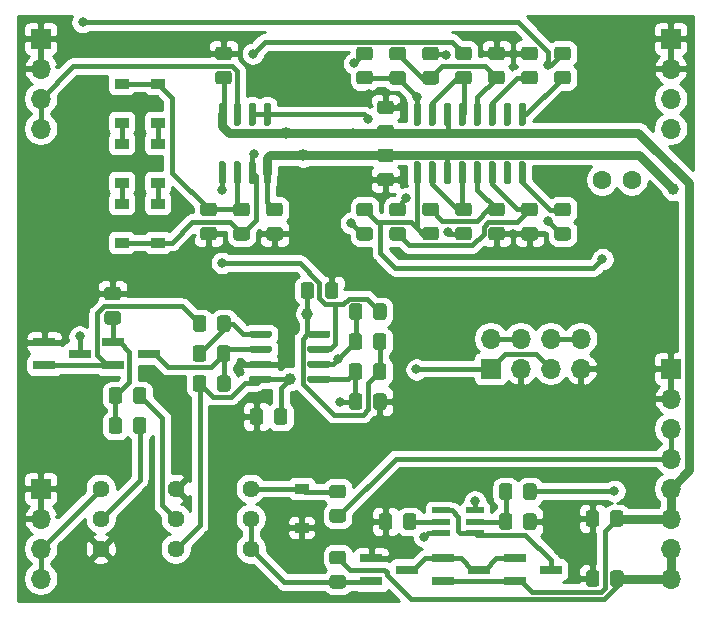
<source format=gbr>
G04 #@! TF.GenerationSoftware,KiCad,Pcbnew,5.1.6-c6e7f7d~87~ubuntu18.04.1*
G04 #@! TF.CreationDate,2020-08-19T17:04:45-04:00*
G04 #@! TF.ProjectId,late_MS20_VCF_plug_in_board,6c617465-5f4d-4533-9230-5f5643465f70,0*
G04 #@! TF.SameCoordinates,Original*
G04 #@! TF.FileFunction,Copper,L1,Top*
G04 #@! TF.FilePolarity,Positive*
%FSLAX46Y46*%
G04 Gerber Fmt 4.6, Leading zero omitted, Abs format (unit mm)*
G04 Created by KiCad (PCBNEW 5.1.6-c6e7f7d~87~ubuntu18.04.1) date 2020-08-19 17:04:45*
%MOMM*%
%LPD*%
G01*
G04 APERTURE LIST*
G04 #@! TA.AperFunction,ComponentPad*
%ADD10C,1.440000*%
G04 #@! TD*
G04 #@! TA.AperFunction,SMDPad,CuDef*
%ADD11R,1.900000X0.800000*%
G04 #@! TD*
G04 #@! TA.AperFunction,SMDPad,CuDef*
%ADD12R,1.500000X0.550000*%
G04 #@! TD*
G04 #@! TA.AperFunction,ComponentPad*
%ADD13O,1.700000X1.700000*%
G04 #@! TD*
G04 #@! TA.AperFunction,ComponentPad*
%ADD14R,1.700000X1.700000*%
G04 #@! TD*
G04 #@! TA.AperFunction,SMDPad,CuDef*
%ADD15R,1.200000X0.900000*%
G04 #@! TD*
G04 #@! TA.AperFunction,ComponentPad*
%ADD16C,1.600000*%
G04 #@! TD*
G04 #@! TA.AperFunction,ViaPad*
%ADD17C,1.000000*%
G04 #@! TD*
G04 #@! TA.AperFunction,ViaPad*
%ADD18C,0.800000*%
G04 #@! TD*
G04 #@! TA.AperFunction,Conductor*
%ADD19C,0.750000*%
G04 #@! TD*
G04 #@! TA.AperFunction,Conductor*
%ADD20C,0.400000*%
G04 #@! TD*
G04 #@! TA.AperFunction,Conductor*
%ADD21C,1.000000*%
G04 #@! TD*
G04 #@! TA.AperFunction,Conductor*
%ADD22C,0.254000*%
G04 #@! TD*
G04 APERTURE END LIST*
G04 #@! TA.AperFunction,SMDPad,CuDef*
G36*
G01*
X108017000Y-92259999D02*
X108017000Y-93160001D01*
G75*
G02*
X107767001Y-93410000I-249999J0D01*
G01*
X107116999Y-93410000D01*
G75*
G02*
X106867000Y-93160001I0J249999D01*
G01*
X106867000Y-92259999D01*
G75*
G02*
X107116999Y-92010000I249999J0D01*
G01*
X107767001Y-92010000D01*
G75*
G02*
X108017000Y-92259999I0J-249999D01*
G01*
G37*
G04 #@! TD.AperFunction*
G04 #@! TA.AperFunction,SMDPad,CuDef*
G36*
G01*
X110067000Y-92259999D02*
X110067000Y-93160001D01*
G75*
G02*
X109817001Y-93410000I-249999J0D01*
G01*
X109166999Y-93410000D01*
G75*
G02*
X108917000Y-93160001I0J249999D01*
G01*
X108917000Y-92259999D01*
G75*
G02*
X109166999Y-92010000I249999J0D01*
G01*
X109817001Y-92010000D01*
G75*
G02*
X110067000Y-92259999I0J-249999D01*
G01*
G37*
G04 #@! TD.AperFunction*
G04 #@! TA.AperFunction,SMDPad,CuDef*
G36*
G01*
X108008000Y-97339999D02*
X108008000Y-98240001D01*
G75*
G02*
X107758001Y-98490000I-249999J0D01*
G01*
X107107999Y-98490000D01*
G75*
G02*
X106858000Y-98240001I0J249999D01*
G01*
X106858000Y-97339999D01*
G75*
G02*
X107107999Y-97090000I249999J0D01*
G01*
X107758001Y-97090000D01*
G75*
G02*
X108008000Y-97339999I0J-249999D01*
G01*
G37*
G04 #@! TD.AperFunction*
G04 #@! TA.AperFunction,SMDPad,CuDef*
G36*
G01*
X110058000Y-97339999D02*
X110058000Y-98240001D01*
G75*
G02*
X109808001Y-98490000I-249999J0D01*
G01*
X109157999Y-98490000D01*
G75*
G02*
X108908000Y-98240001I0J249999D01*
G01*
X108908000Y-97339999D01*
G75*
G02*
X109157999Y-97090000I249999J0D01*
G01*
X109808001Y-97090000D01*
G75*
G02*
X110058000Y-97339999I0J-249999D01*
G01*
G37*
G04 #@! TD.AperFunction*
G04 #@! TA.AperFunction,SMDPad,CuDef*
G36*
G01*
X100526001Y-90745000D02*
X99625999Y-90745000D01*
G75*
G02*
X99376000Y-90495001I0J249999D01*
G01*
X99376000Y-89844999D01*
G75*
G02*
X99625999Y-89595000I249999J0D01*
G01*
X100526001Y-89595000D01*
G75*
G02*
X100776000Y-89844999I0J-249999D01*
G01*
X100776000Y-90495001D01*
G75*
G02*
X100526001Y-90745000I-249999J0D01*
G01*
G37*
G04 #@! TD.AperFunction*
G04 #@! TA.AperFunction,SMDPad,CuDef*
G36*
G01*
X100526001Y-92795000D02*
X99625999Y-92795000D01*
G75*
G02*
X99376000Y-92545001I0J249999D01*
G01*
X99376000Y-91894999D01*
G75*
G02*
X99625999Y-91645000I249999J0D01*
G01*
X100526001Y-91645000D01*
G75*
G02*
X100776000Y-91894999I0J-249999D01*
G01*
X100776000Y-92545001D01*
G75*
G02*
X100526001Y-92795000I-249999J0D01*
G01*
G37*
G04 #@! TD.AperFunction*
G04 #@! TA.AperFunction,SMDPad,CuDef*
G36*
G01*
X101787000Y-99256001D02*
X101787000Y-98355999D01*
G75*
G02*
X102036999Y-98106000I249999J0D01*
G01*
X102687001Y-98106000D01*
G75*
G02*
X102937000Y-98355999I0J-249999D01*
G01*
X102937000Y-99256001D01*
G75*
G02*
X102687001Y-99506000I-249999J0D01*
G01*
X102036999Y-99506000D01*
G75*
G02*
X101787000Y-99256001I0J249999D01*
G01*
G37*
G04 #@! TD.AperFunction*
G04 #@! TA.AperFunction,SMDPad,CuDef*
G36*
G01*
X99737000Y-99256001D02*
X99737000Y-98355999D01*
G75*
G02*
X99986999Y-98106000I249999J0D01*
G01*
X100637001Y-98106000D01*
G75*
G02*
X100887000Y-98355999I0J-249999D01*
G01*
X100887000Y-99256001D01*
G75*
G02*
X100637001Y-99506000I-249999J0D01*
G01*
X99986999Y-99506000D01*
G75*
G02*
X99737000Y-99256001I0J249999D01*
G01*
G37*
G04 #@! TD.AperFunction*
G04 #@! TA.AperFunction,SMDPad,CuDef*
G36*
G01*
X101787000Y-101796001D02*
X101787000Y-100895999D01*
G75*
G02*
X102036999Y-100646000I249999J0D01*
G01*
X102687001Y-100646000D01*
G75*
G02*
X102937000Y-100895999I0J-249999D01*
G01*
X102937000Y-101796001D01*
G75*
G02*
X102687001Y-102046000I-249999J0D01*
G01*
X102036999Y-102046000D01*
G75*
G02*
X101787000Y-101796001I0J249999D01*
G01*
G37*
G04 #@! TD.AperFunction*
G04 #@! TA.AperFunction,SMDPad,CuDef*
G36*
G01*
X99737000Y-101796001D02*
X99737000Y-100895999D01*
G75*
G02*
X99986999Y-100646000I249999J0D01*
G01*
X100637001Y-100646000D01*
G75*
G02*
X100887000Y-100895999I0J-249999D01*
G01*
X100887000Y-101796001D01*
G75*
G02*
X100637001Y-102046000I-249999J0D01*
G01*
X99986999Y-102046000D01*
G75*
G02*
X99737000Y-101796001I0J249999D01*
G01*
G37*
G04 #@! TD.AperFunction*
G04 #@! TA.AperFunction,SMDPad,CuDef*
G36*
G01*
X121862001Y-83633000D02*
X120961999Y-83633000D01*
G75*
G02*
X120712000Y-83383001I0J249999D01*
G01*
X120712000Y-82732999D01*
G75*
G02*
X120961999Y-82483000I249999J0D01*
G01*
X121862001Y-82483000D01*
G75*
G02*
X122112000Y-82732999I0J-249999D01*
G01*
X122112000Y-83383001D01*
G75*
G02*
X121862001Y-83633000I-249999J0D01*
G01*
G37*
G04 #@! TD.AperFunction*
G04 #@! TA.AperFunction,SMDPad,CuDef*
G36*
G01*
X121862001Y-85683000D02*
X120961999Y-85683000D01*
G75*
G02*
X120712000Y-85433001I0J249999D01*
G01*
X120712000Y-84782999D01*
G75*
G02*
X120961999Y-84533000I249999J0D01*
G01*
X121862001Y-84533000D01*
G75*
G02*
X122112000Y-84782999I0J-249999D01*
G01*
X122112000Y-85433001D01*
G75*
G02*
X121862001Y-85683000I-249999J0D01*
G01*
G37*
G04 #@! TD.AperFunction*
G04 #@! TA.AperFunction,SMDPad,CuDef*
G36*
G01*
X138626001Y-83633000D02*
X137725999Y-83633000D01*
G75*
G02*
X137476000Y-83383001I0J249999D01*
G01*
X137476000Y-82732999D01*
G75*
G02*
X137725999Y-82483000I249999J0D01*
G01*
X138626001Y-82483000D01*
G75*
G02*
X138876000Y-82732999I0J-249999D01*
G01*
X138876000Y-83383001D01*
G75*
G02*
X138626001Y-83633000I-249999J0D01*
G01*
G37*
G04 #@! TD.AperFunction*
G04 #@! TA.AperFunction,SMDPad,CuDef*
G36*
G01*
X138626001Y-85683000D02*
X137725999Y-85683000D01*
G75*
G02*
X137476000Y-85433001I0J249999D01*
G01*
X137476000Y-84782999D01*
G75*
G02*
X137725999Y-84533000I249999J0D01*
G01*
X138626001Y-84533000D01*
G75*
G02*
X138876000Y-84782999I0J-249999D01*
G01*
X138876000Y-85433001D01*
G75*
G02*
X138626001Y-85683000I-249999J0D01*
G01*
G37*
G04 #@! TD.AperFunction*
G04 #@! TA.AperFunction,SMDPad,CuDef*
G36*
G01*
X134931999Y-84524000D02*
X135832001Y-84524000D01*
G75*
G02*
X136082000Y-84773999I0J-249999D01*
G01*
X136082000Y-85424001D01*
G75*
G02*
X135832001Y-85674000I-249999J0D01*
G01*
X134931999Y-85674000D01*
G75*
G02*
X134682000Y-85424001I0J249999D01*
G01*
X134682000Y-84773999D01*
G75*
G02*
X134931999Y-84524000I249999J0D01*
G01*
G37*
G04 #@! TD.AperFunction*
G04 #@! TA.AperFunction,SMDPad,CuDef*
G36*
G01*
X134931999Y-82474000D02*
X135832001Y-82474000D01*
G75*
G02*
X136082000Y-82723999I0J-249999D01*
G01*
X136082000Y-83374001D01*
G75*
G02*
X135832001Y-83624000I-249999J0D01*
G01*
X134931999Y-83624000D01*
G75*
G02*
X134682000Y-83374001I0J249999D01*
G01*
X134682000Y-82723999D01*
G75*
G02*
X134931999Y-82474000I249999J0D01*
G01*
G37*
G04 #@! TD.AperFunction*
G04 #@! TA.AperFunction,SMDPad,CuDef*
G36*
G01*
X127450001Y-83615000D02*
X126549999Y-83615000D01*
G75*
G02*
X126300000Y-83365001I0J249999D01*
G01*
X126300000Y-82714999D01*
G75*
G02*
X126549999Y-82465000I249999J0D01*
G01*
X127450001Y-82465000D01*
G75*
G02*
X127700000Y-82714999I0J-249999D01*
G01*
X127700000Y-83365001D01*
G75*
G02*
X127450001Y-83615000I-249999J0D01*
G01*
G37*
G04 #@! TD.AperFunction*
G04 #@! TA.AperFunction,SMDPad,CuDef*
G36*
G01*
X127450001Y-85665000D02*
X126549999Y-85665000D01*
G75*
G02*
X126300000Y-85415001I0J249999D01*
G01*
X126300000Y-84764999D01*
G75*
G02*
X126549999Y-84515000I249999J0D01*
G01*
X127450001Y-84515000D01*
G75*
G02*
X127700000Y-84764999I0J-249999D01*
G01*
X127700000Y-85415001D01*
G75*
G02*
X127450001Y-85665000I-249999J0D01*
G01*
G37*
G04 #@! TD.AperFunction*
G04 #@! TA.AperFunction,SMDPad,CuDef*
G36*
G01*
X107753999Y-84515000D02*
X108654001Y-84515000D01*
G75*
G02*
X108904000Y-84764999I0J-249999D01*
G01*
X108904000Y-85415001D01*
G75*
G02*
X108654001Y-85665000I-249999J0D01*
G01*
X107753999Y-85665000D01*
G75*
G02*
X107504000Y-85415001I0J249999D01*
G01*
X107504000Y-84764999D01*
G75*
G02*
X107753999Y-84515000I249999J0D01*
G01*
G37*
G04 #@! TD.AperFunction*
G04 #@! TA.AperFunction,SMDPad,CuDef*
G36*
G01*
X107753999Y-82465000D02*
X108654001Y-82465000D01*
G75*
G02*
X108904000Y-82714999I0J-249999D01*
G01*
X108904000Y-83365001D01*
G75*
G02*
X108654001Y-83615000I-249999J0D01*
G01*
X107753999Y-83615000D01*
G75*
G02*
X107504000Y-83365001I0J249999D01*
G01*
X107504000Y-82714999D01*
G75*
G02*
X107753999Y-82465000I249999J0D01*
G01*
G37*
G04 #@! TD.AperFunction*
G04 #@! TA.AperFunction,SMDPad,CuDef*
G36*
G01*
X132137999Y-84515000D02*
X133038001Y-84515000D01*
G75*
G02*
X133288000Y-84764999I0J-249999D01*
G01*
X133288000Y-85415001D01*
G75*
G02*
X133038001Y-85665000I-249999J0D01*
G01*
X132137999Y-85665000D01*
G75*
G02*
X131888000Y-85415001I0J249999D01*
G01*
X131888000Y-84764999D01*
G75*
G02*
X132137999Y-84515000I249999J0D01*
G01*
G37*
G04 #@! TD.AperFunction*
G04 #@! TA.AperFunction,SMDPad,CuDef*
G36*
G01*
X132137999Y-82465000D02*
X133038001Y-82465000D01*
G75*
G02*
X133288000Y-82714999I0J-249999D01*
G01*
X133288000Y-83365001D01*
G75*
G02*
X133038001Y-83615000I-249999J0D01*
G01*
X132137999Y-83615000D01*
G75*
G02*
X131888000Y-83365001I0J249999D01*
G01*
X131888000Y-82714999D01*
G75*
G02*
X132137999Y-82465000I249999J0D01*
G01*
G37*
G04 #@! TD.AperFunction*
G04 #@! TA.AperFunction,SMDPad,CuDef*
G36*
G01*
X124656001Y-83633000D02*
X123755999Y-83633000D01*
G75*
G02*
X123506000Y-83383001I0J249999D01*
G01*
X123506000Y-82732999D01*
G75*
G02*
X123755999Y-82483000I249999J0D01*
G01*
X124656001Y-82483000D01*
G75*
G02*
X124906000Y-82732999I0J-249999D01*
G01*
X124906000Y-83383001D01*
G75*
G02*
X124656001Y-83633000I-249999J0D01*
G01*
G37*
G04 #@! TD.AperFunction*
G04 #@! TA.AperFunction,SMDPad,CuDef*
G36*
G01*
X124656001Y-85683000D02*
X123755999Y-85683000D01*
G75*
G02*
X123506000Y-85433001I0J249999D01*
G01*
X123506000Y-84782999D01*
G75*
G02*
X123755999Y-84533000I249999J0D01*
G01*
X124656001Y-84533000D01*
G75*
G02*
X124906000Y-84782999I0J-249999D01*
G01*
X124906000Y-85433001D01*
G75*
G02*
X124656001Y-85683000I-249999J0D01*
G01*
G37*
G04 #@! TD.AperFunction*
G04 #@! TA.AperFunction,SMDPad,CuDef*
G36*
G01*
X110547999Y-84533000D02*
X111448001Y-84533000D01*
G75*
G02*
X111698000Y-84782999I0J-249999D01*
G01*
X111698000Y-85433001D01*
G75*
G02*
X111448001Y-85683000I-249999J0D01*
G01*
X110547999Y-85683000D01*
G75*
G02*
X110298000Y-85433001I0J249999D01*
G01*
X110298000Y-84782999D01*
G75*
G02*
X110547999Y-84533000I249999J0D01*
G01*
G37*
G04 #@! TD.AperFunction*
G04 #@! TA.AperFunction,SMDPad,CuDef*
G36*
G01*
X110547999Y-82483000D02*
X111448001Y-82483000D01*
G75*
G02*
X111698000Y-82732999I0J-249999D01*
G01*
X111698000Y-83383001D01*
G75*
G02*
X111448001Y-83633000I-249999J0D01*
G01*
X110547999Y-83633000D01*
G75*
G02*
X110298000Y-83383001I0J249999D01*
G01*
X110298000Y-82732999D01*
G75*
G02*
X110547999Y-82483000I249999J0D01*
G01*
G37*
G04 #@! TD.AperFunction*
G04 #@! TA.AperFunction,SMDPad,CuDef*
G36*
G01*
X120961999Y-71307000D02*
X121862001Y-71307000D01*
G75*
G02*
X122112000Y-71556999I0J-249999D01*
G01*
X122112000Y-72207001D01*
G75*
G02*
X121862001Y-72457000I-249999J0D01*
G01*
X120961999Y-72457000D01*
G75*
G02*
X120712000Y-72207001I0J249999D01*
G01*
X120712000Y-71556999D01*
G75*
G02*
X120961999Y-71307000I249999J0D01*
G01*
G37*
G04 #@! TD.AperFunction*
G04 #@! TA.AperFunction,SMDPad,CuDef*
G36*
G01*
X120961999Y-69257000D02*
X121862001Y-69257000D01*
G75*
G02*
X122112000Y-69506999I0J-249999D01*
G01*
X122112000Y-70157001D01*
G75*
G02*
X121862001Y-70407000I-249999J0D01*
G01*
X120961999Y-70407000D01*
G75*
G02*
X120712000Y-70157001I0J249999D01*
G01*
X120712000Y-69506999D01*
G75*
G02*
X120961999Y-69257000I249999J0D01*
G01*
G37*
G04 #@! TD.AperFunction*
G04 #@! TA.AperFunction,SMDPad,CuDef*
G36*
G01*
X137725999Y-71307000D02*
X138626001Y-71307000D01*
G75*
G02*
X138876000Y-71556999I0J-249999D01*
G01*
X138876000Y-72207001D01*
G75*
G02*
X138626001Y-72457000I-249999J0D01*
G01*
X137725999Y-72457000D01*
G75*
G02*
X137476000Y-72207001I0J249999D01*
G01*
X137476000Y-71556999D01*
G75*
G02*
X137725999Y-71307000I249999J0D01*
G01*
G37*
G04 #@! TD.AperFunction*
G04 #@! TA.AperFunction,SMDPad,CuDef*
G36*
G01*
X137725999Y-69257000D02*
X138626001Y-69257000D01*
G75*
G02*
X138876000Y-69506999I0J-249999D01*
G01*
X138876000Y-70157001D01*
G75*
G02*
X138626001Y-70407000I-249999J0D01*
G01*
X137725999Y-70407000D01*
G75*
G02*
X137476000Y-70157001I0J249999D01*
G01*
X137476000Y-69506999D01*
G75*
G02*
X137725999Y-69257000I249999J0D01*
G01*
G37*
G04 #@! TD.AperFunction*
G04 #@! TA.AperFunction,SMDPad,CuDef*
G36*
G01*
X135832001Y-70407000D02*
X134931999Y-70407000D01*
G75*
G02*
X134682000Y-70157001I0J249999D01*
G01*
X134682000Y-69506999D01*
G75*
G02*
X134931999Y-69257000I249999J0D01*
G01*
X135832001Y-69257000D01*
G75*
G02*
X136082000Y-69506999I0J-249999D01*
G01*
X136082000Y-70157001D01*
G75*
G02*
X135832001Y-70407000I-249999J0D01*
G01*
G37*
G04 #@! TD.AperFunction*
G04 #@! TA.AperFunction,SMDPad,CuDef*
G36*
G01*
X135832001Y-72457000D02*
X134931999Y-72457000D01*
G75*
G02*
X134682000Y-72207001I0J249999D01*
G01*
X134682000Y-71556999D01*
G75*
G02*
X134931999Y-71307000I249999J0D01*
G01*
X135832001Y-71307000D01*
G75*
G02*
X136082000Y-71556999I0J-249999D01*
G01*
X136082000Y-72207001D01*
G75*
G02*
X135832001Y-72457000I-249999J0D01*
G01*
G37*
G04 #@! TD.AperFunction*
G04 #@! TA.AperFunction,SMDPad,CuDef*
G36*
G01*
X124656001Y-70425000D02*
X123755999Y-70425000D01*
G75*
G02*
X123506000Y-70175001I0J249999D01*
G01*
X123506000Y-69524999D01*
G75*
G02*
X123755999Y-69275000I249999J0D01*
G01*
X124656001Y-69275000D01*
G75*
G02*
X124906000Y-69524999I0J-249999D01*
G01*
X124906000Y-70175001D01*
G75*
G02*
X124656001Y-70425000I-249999J0D01*
G01*
G37*
G04 #@! TD.AperFunction*
G04 #@! TA.AperFunction,SMDPad,CuDef*
G36*
G01*
X124656001Y-72475000D02*
X123755999Y-72475000D01*
G75*
G02*
X123506000Y-72225001I0J249999D01*
G01*
X123506000Y-71574999D01*
G75*
G02*
X123755999Y-71325000I249999J0D01*
G01*
X124656001Y-71325000D01*
G75*
G02*
X124906000Y-71574999I0J-249999D01*
G01*
X124906000Y-72225001D01*
G75*
G02*
X124656001Y-72475000I-249999J0D01*
G01*
G37*
G04 #@! TD.AperFunction*
G04 #@! TA.AperFunction,SMDPad,CuDef*
G36*
G01*
X133038001Y-70407000D02*
X132137999Y-70407000D01*
G75*
G02*
X131888000Y-70157001I0J249999D01*
G01*
X131888000Y-69506999D01*
G75*
G02*
X132137999Y-69257000I249999J0D01*
G01*
X133038001Y-69257000D01*
G75*
G02*
X133288000Y-69506999I0J-249999D01*
G01*
X133288000Y-70157001D01*
G75*
G02*
X133038001Y-70407000I-249999J0D01*
G01*
G37*
G04 #@! TD.AperFunction*
G04 #@! TA.AperFunction,SMDPad,CuDef*
G36*
G01*
X133038001Y-72457000D02*
X132137999Y-72457000D01*
G75*
G02*
X131888000Y-72207001I0J249999D01*
G01*
X131888000Y-71556999D01*
G75*
G02*
X132137999Y-71307000I249999J0D01*
G01*
X133038001Y-71307000D01*
G75*
G02*
X133288000Y-71556999I0J-249999D01*
G01*
X133288000Y-72207001D01*
G75*
G02*
X133038001Y-72457000I-249999J0D01*
G01*
G37*
G04 #@! TD.AperFunction*
G04 #@! TA.AperFunction,SMDPad,CuDef*
G36*
G01*
X127450001Y-70425000D02*
X126549999Y-70425000D01*
G75*
G02*
X126300000Y-70175001I0J249999D01*
G01*
X126300000Y-69524999D01*
G75*
G02*
X126549999Y-69275000I249999J0D01*
G01*
X127450001Y-69275000D01*
G75*
G02*
X127700000Y-69524999I0J-249999D01*
G01*
X127700000Y-70175001D01*
G75*
G02*
X127450001Y-70425000I-249999J0D01*
G01*
G37*
G04 #@! TD.AperFunction*
G04 #@! TA.AperFunction,SMDPad,CuDef*
G36*
G01*
X127450001Y-72475000D02*
X126549999Y-72475000D01*
G75*
G02*
X126300000Y-72225001I0J249999D01*
G01*
X126300000Y-71574999D01*
G75*
G02*
X126549999Y-71325000I249999J0D01*
G01*
X127450001Y-71325000D01*
G75*
G02*
X127700000Y-71574999I0J-249999D01*
G01*
X127700000Y-72225001D01*
G75*
G02*
X127450001Y-72475000I-249999J0D01*
G01*
G37*
G04 #@! TD.AperFunction*
G04 #@! TA.AperFunction,SMDPad,CuDef*
G36*
G01*
X116562000Y-93749000D02*
X116562000Y-93449000D01*
G75*
G02*
X116712000Y-93299000I150000J0D01*
G01*
X118362000Y-93299000D01*
G75*
G02*
X118512000Y-93449000I0J-150000D01*
G01*
X118512000Y-93749000D01*
G75*
G02*
X118362000Y-93899000I-150000J0D01*
G01*
X116712000Y-93899000D01*
G75*
G02*
X116562000Y-93749000I0J150000D01*
G01*
G37*
G04 #@! TD.AperFunction*
G04 #@! TA.AperFunction,SMDPad,CuDef*
G36*
G01*
X116562000Y-95019000D02*
X116562000Y-94719000D01*
G75*
G02*
X116712000Y-94569000I150000J0D01*
G01*
X118362000Y-94569000D01*
G75*
G02*
X118512000Y-94719000I0J-150000D01*
G01*
X118512000Y-95019000D01*
G75*
G02*
X118362000Y-95169000I-150000J0D01*
G01*
X116712000Y-95169000D01*
G75*
G02*
X116562000Y-95019000I0J150000D01*
G01*
G37*
G04 #@! TD.AperFunction*
G04 #@! TA.AperFunction,SMDPad,CuDef*
G36*
G01*
X116562000Y-96289000D02*
X116562000Y-95989000D01*
G75*
G02*
X116712000Y-95839000I150000J0D01*
G01*
X118362000Y-95839000D01*
G75*
G02*
X118512000Y-95989000I0J-150000D01*
G01*
X118512000Y-96289000D01*
G75*
G02*
X118362000Y-96439000I-150000J0D01*
G01*
X116712000Y-96439000D01*
G75*
G02*
X116562000Y-96289000I0J150000D01*
G01*
G37*
G04 #@! TD.AperFunction*
G04 #@! TA.AperFunction,SMDPad,CuDef*
G36*
G01*
X116562000Y-97559000D02*
X116562000Y-97259000D01*
G75*
G02*
X116712000Y-97109000I150000J0D01*
G01*
X118362000Y-97109000D01*
G75*
G02*
X118512000Y-97259000I0J-150000D01*
G01*
X118512000Y-97559000D01*
G75*
G02*
X118362000Y-97709000I-150000J0D01*
G01*
X116712000Y-97709000D01*
G75*
G02*
X116562000Y-97559000I0J150000D01*
G01*
G37*
G04 #@! TD.AperFunction*
G04 #@! TA.AperFunction,SMDPad,CuDef*
G36*
G01*
X111612000Y-97559000D02*
X111612000Y-97259000D01*
G75*
G02*
X111762000Y-97109000I150000J0D01*
G01*
X113412000Y-97109000D01*
G75*
G02*
X113562000Y-97259000I0J-150000D01*
G01*
X113562000Y-97559000D01*
G75*
G02*
X113412000Y-97709000I-150000J0D01*
G01*
X111762000Y-97709000D01*
G75*
G02*
X111612000Y-97559000I0J150000D01*
G01*
G37*
G04 #@! TD.AperFunction*
G04 #@! TA.AperFunction,SMDPad,CuDef*
G36*
G01*
X111612000Y-96289000D02*
X111612000Y-95989000D01*
G75*
G02*
X111762000Y-95839000I150000J0D01*
G01*
X113412000Y-95839000D01*
G75*
G02*
X113562000Y-95989000I0J-150000D01*
G01*
X113562000Y-96289000D01*
G75*
G02*
X113412000Y-96439000I-150000J0D01*
G01*
X111762000Y-96439000D01*
G75*
G02*
X111612000Y-96289000I0J150000D01*
G01*
G37*
G04 #@! TD.AperFunction*
G04 #@! TA.AperFunction,SMDPad,CuDef*
G36*
G01*
X111612000Y-95019000D02*
X111612000Y-94719000D01*
G75*
G02*
X111762000Y-94569000I150000J0D01*
G01*
X113412000Y-94569000D01*
G75*
G02*
X113562000Y-94719000I0J-150000D01*
G01*
X113562000Y-95019000D01*
G75*
G02*
X113412000Y-95169000I-150000J0D01*
G01*
X111762000Y-95169000D01*
G75*
G02*
X111612000Y-95019000I0J150000D01*
G01*
G37*
G04 #@! TD.AperFunction*
G04 #@! TA.AperFunction,SMDPad,CuDef*
G36*
G01*
X111612000Y-93749000D02*
X111612000Y-93449000D01*
G75*
G02*
X111762000Y-93299000I150000J0D01*
G01*
X113412000Y-93299000D01*
G75*
G02*
X113562000Y-93449000I0J-150000D01*
G01*
X113562000Y-93749000D01*
G75*
G02*
X113412000Y-93899000I-150000J0D01*
G01*
X111762000Y-93899000D01*
G75*
G02*
X111612000Y-93749000I0J150000D01*
G01*
G37*
G04 #@! TD.AperFunction*
G04 #@! TA.AperFunction,SMDPad,CuDef*
G36*
G01*
X134597000Y-78970000D02*
X134897000Y-78970000D01*
G75*
G02*
X135047000Y-79120000I0J-150000D01*
G01*
X135047000Y-80770000D01*
G75*
G02*
X134897000Y-80920000I-150000J0D01*
G01*
X134597000Y-80920000D01*
G75*
G02*
X134447000Y-80770000I0J150000D01*
G01*
X134447000Y-79120000D01*
G75*
G02*
X134597000Y-78970000I150000J0D01*
G01*
G37*
G04 #@! TD.AperFunction*
G04 #@! TA.AperFunction,SMDPad,CuDef*
G36*
G01*
X133327000Y-78970000D02*
X133627000Y-78970000D01*
G75*
G02*
X133777000Y-79120000I0J-150000D01*
G01*
X133777000Y-80770000D01*
G75*
G02*
X133627000Y-80920000I-150000J0D01*
G01*
X133327000Y-80920000D01*
G75*
G02*
X133177000Y-80770000I0J150000D01*
G01*
X133177000Y-79120000D01*
G75*
G02*
X133327000Y-78970000I150000J0D01*
G01*
G37*
G04 #@! TD.AperFunction*
G04 #@! TA.AperFunction,SMDPad,CuDef*
G36*
G01*
X132057000Y-78970000D02*
X132357000Y-78970000D01*
G75*
G02*
X132507000Y-79120000I0J-150000D01*
G01*
X132507000Y-80770000D01*
G75*
G02*
X132357000Y-80920000I-150000J0D01*
G01*
X132057000Y-80920000D01*
G75*
G02*
X131907000Y-80770000I0J150000D01*
G01*
X131907000Y-79120000D01*
G75*
G02*
X132057000Y-78970000I150000J0D01*
G01*
G37*
G04 #@! TD.AperFunction*
G04 #@! TA.AperFunction,SMDPad,CuDef*
G36*
G01*
X130787000Y-78970000D02*
X131087000Y-78970000D01*
G75*
G02*
X131237000Y-79120000I0J-150000D01*
G01*
X131237000Y-80770000D01*
G75*
G02*
X131087000Y-80920000I-150000J0D01*
G01*
X130787000Y-80920000D01*
G75*
G02*
X130637000Y-80770000I0J150000D01*
G01*
X130637000Y-79120000D01*
G75*
G02*
X130787000Y-78970000I150000J0D01*
G01*
G37*
G04 #@! TD.AperFunction*
G04 #@! TA.AperFunction,SMDPad,CuDef*
G36*
G01*
X129517000Y-78970000D02*
X129817000Y-78970000D01*
G75*
G02*
X129967000Y-79120000I0J-150000D01*
G01*
X129967000Y-80770000D01*
G75*
G02*
X129817000Y-80920000I-150000J0D01*
G01*
X129517000Y-80920000D01*
G75*
G02*
X129367000Y-80770000I0J150000D01*
G01*
X129367000Y-79120000D01*
G75*
G02*
X129517000Y-78970000I150000J0D01*
G01*
G37*
G04 #@! TD.AperFunction*
G04 #@! TA.AperFunction,SMDPad,CuDef*
G36*
G01*
X128247000Y-78970000D02*
X128547000Y-78970000D01*
G75*
G02*
X128697000Y-79120000I0J-150000D01*
G01*
X128697000Y-80770000D01*
G75*
G02*
X128547000Y-80920000I-150000J0D01*
G01*
X128247000Y-80920000D01*
G75*
G02*
X128097000Y-80770000I0J150000D01*
G01*
X128097000Y-79120000D01*
G75*
G02*
X128247000Y-78970000I150000J0D01*
G01*
G37*
G04 #@! TD.AperFunction*
G04 #@! TA.AperFunction,SMDPad,CuDef*
G36*
G01*
X126977000Y-78970000D02*
X127277000Y-78970000D01*
G75*
G02*
X127427000Y-79120000I0J-150000D01*
G01*
X127427000Y-80770000D01*
G75*
G02*
X127277000Y-80920000I-150000J0D01*
G01*
X126977000Y-80920000D01*
G75*
G02*
X126827000Y-80770000I0J150000D01*
G01*
X126827000Y-79120000D01*
G75*
G02*
X126977000Y-78970000I150000J0D01*
G01*
G37*
G04 #@! TD.AperFunction*
G04 #@! TA.AperFunction,SMDPad,CuDef*
G36*
G01*
X125707000Y-78970000D02*
X126007000Y-78970000D01*
G75*
G02*
X126157000Y-79120000I0J-150000D01*
G01*
X126157000Y-80770000D01*
G75*
G02*
X126007000Y-80920000I-150000J0D01*
G01*
X125707000Y-80920000D01*
G75*
G02*
X125557000Y-80770000I0J150000D01*
G01*
X125557000Y-79120000D01*
G75*
G02*
X125707000Y-78970000I150000J0D01*
G01*
G37*
G04 #@! TD.AperFunction*
G04 #@! TA.AperFunction,SMDPad,CuDef*
G36*
G01*
X125707000Y-74020000D02*
X126007000Y-74020000D01*
G75*
G02*
X126157000Y-74170000I0J-150000D01*
G01*
X126157000Y-75820000D01*
G75*
G02*
X126007000Y-75970000I-150000J0D01*
G01*
X125707000Y-75970000D01*
G75*
G02*
X125557000Y-75820000I0J150000D01*
G01*
X125557000Y-74170000D01*
G75*
G02*
X125707000Y-74020000I150000J0D01*
G01*
G37*
G04 #@! TD.AperFunction*
G04 #@! TA.AperFunction,SMDPad,CuDef*
G36*
G01*
X126977000Y-74020000D02*
X127277000Y-74020000D01*
G75*
G02*
X127427000Y-74170000I0J-150000D01*
G01*
X127427000Y-75820000D01*
G75*
G02*
X127277000Y-75970000I-150000J0D01*
G01*
X126977000Y-75970000D01*
G75*
G02*
X126827000Y-75820000I0J150000D01*
G01*
X126827000Y-74170000D01*
G75*
G02*
X126977000Y-74020000I150000J0D01*
G01*
G37*
G04 #@! TD.AperFunction*
G04 #@! TA.AperFunction,SMDPad,CuDef*
G36*
G01*
X128247000Y-74020000D02*
X128547000Y-74020000D01*
G75*
G02*
X128697000Y-74170000I0J-150000D01*
G01*
X128697000Y-75820000D01*
G75*
G02*
X128547000Y-75970000I-150000J0D01*
G01*
X128247000Y-75970000D01*
G75*
G02*
X128097000Y-75820000I0J150000D01*
G01*
X128097000Y-74170000D01*
G75*
G02*
X128247000Y-74020000I150000J0D01*
G01*
G37*
G04 #@! TD.AperFunction*
G04 #@! TA.AperFunction,SMDPad,CuDef*
G36*
G01*
X129517000Y-74020000D02*
X129817000Y-74020000D01*
G75*
G02*
X129967000Y-74170000I0J-150000D01*
G01*
X129967000Y-75820000D01*
G75*
G02*
X129817000Y-75970000I-150000J0D01*
G01*
X129517000Y-75970000D01*
G75*
G02*
X129367000Y-75820000I0J150000D01*
G01*
X129367000Y-74170000D01*
G75*
G02*
X129517000Y-74020000I150000J0D01*
G01*
G37*
G04 #@! TD.AperFunction*
G04 #@! TA.AperFunction,SMDPad,CuDef*
G36*
G01*
X130787000Y-74020000D02*
X131087000Y-74020000D01*
G75*
G02*
X131237000Y-74170000I0J-150000D01*
G01*
X131237000Y-75820000D01*
G75*
G02*
X131087000Y-75970000I-150000J0D01*
G01*
X130787000Y-75970000D01*
G75*
G02*
X130637000Y-75820000I0J150000D01*
G01*
X130637000Y-74170000D01*
G75*
G02*
X130787000Y-74020000I150000J0D01*
G01*
G37*
G04 #@! TD.AperFunction*
G04 #@! TA.AperFunction,SMDPad,CuDef*
G36*
G01*
X132057000Y-74020000D02*
X132357000Y-74020000D01*
G75*
G02*
X132507000Y-74170000I0J-150000D01*
G01*
X132507000Y-75820000D01*
G75*
G02*
X132357000Y-75970000I-150000J0D01*
G01*
X132057000Y-75970000D01*
G75*
G02*
X131907000Y-75820000I0J150000D01*
G01*
X131907000Y-74170000D01*
G75*
G02*
X132057000Y-74020000I150000J0D01*
G01*
G37*
G04 #@! TD.AperFunction*
G04 #@! TA.AperFunction,SMDPad,CuDef*
G36*
G01*
X133327000Y-74020000D02*
X133627000Y-74020000D01*
G75*
G02*
X133777000Y-74170000I0J-150000D01*
G01*
X133777000Y-75820000D01*
G75*
G02*
X133627000Y-75970000I-150000J0D01*
G01*
X133327000Y-75970000D01*
G75*
G02*
X133177000Y-75820000I0J150000D01*
G01*
X133177000Y-74170000D01*
G75*
G02*
X133327000Y-74020000I150000J0D01*
G01*
G37*
G04 #@! TD.AperFunction*
G04 #@! TA.AperFunction,SMDPad,CuDef*
G36*
G01*
X134597000Y-74020000D02*
X134897000Y-74020000D01*
G75*
G02*
X135047000Y-74170000I0J-150000D01*
G01*
X135047000Y-75820000D01*
G75*
G02*
X134897000Y-75970000I-150000J0D01*
G01*
X134597000Y-75970000D01*
G75*
G02*
X134447000Y-75820000I0J150000D01*
G01*
X134447000Y-74170000D01*
G75*
G02*
X134597000Y-74020000I150000J0D01*
G01*
G37*
G04 #@! TD.AperFunction*
G04 #@! TA.AperFunction,SMDPad,CuDef*
G36*
G01*
X113007000Y-78970000D02*
X113307000Y-78970000D01*
G75*
G02*
X113457000Y-79120000I0J-150000D01*
G01*
X113457000Y-80770000D01*
G75*
G02*
X113307000Y-80920000I-150000J0D01*
G01*
X113007000Y-80920000D01*
G75*
G02*
X112857000Y-80770000I0J150000D01*
G01*
X112857000Y-79120000D01*
G75*
G02*
X113007000Y-78970000I150000J0D01*
G01*
G37*
G04 #@! TD.AperFunction*
G04 #@! TA.AperFunction,SMDPad,CuDef*
G36*
G01*
X111737000Y-78970000D02*
X112037000Y-78970000D01*
G75*
G02*
X112187000Y-79120000I0J-150000D01*
G01*
X112187000Y-80770000D01*
G75*
G02*
X112037000Y-80920000I-150000J0D01*
G01*
X111737000Y-80920000D01*
G75*
G02*
X111587000Y-80770000I0J150000D01*
G01*
X111587000Y-79120000D01*
G75*
G02*
X111737000Y-78970000I150000J0D01*
G01*
G37*
G04 #@! TD.AperFunction*
G04 #@! TA.AperFunction,SMDPad,CuDef*
G36*
G01*
X110467000Y-78970000D02*
X110767000Y-78970000D01*
G75*
G02*
X110917000Y-79120000I0J-150000D01*
G01*
X110917000Y-80770000D01*
G75*
G02*
X110767000Y-80920000I-150000J0D01*
G01*
X110467000Y-80920000D01*
G75*
G02*
X110317000Y-80770000I0J150000D01*
G01*
X110317000Y-79120000D01*
G75*
G02*
X110467000Y-78970000I150000J0D01*
G01*
G37*
G04 #@! TD.AperFunction*
G04 #@! TA.AperFunction,SMDPad,CuDef*
G36*
G01*
X109197000Y-78970000D02*
X109497000Y-78970000D01*
G75*
G02*
X109647000Y-79120000I0J-150000D01*
G01*
X109647000Y-80770000D01*
G75*
G02*
X109497000Y-80920000I-150000J0D01*
G01*
X109197000Y-80920000D01*
G75*
G02*
X109047000Y-80770000I0J150000D01*
G01*
X109047000Y-79120000D01*
G75*
G02*
X109197000Y-78970000I150000J0D01*
G01*
G37*
G04 #@! TD.AperFunction*
G04 #@! TA.AperFunction,SMDPad,CuDef*
G36*
G01*
X109197000Y-74020000D02*
X109497000Y-74020000D01*
G75*
G02*
X109647000Y-74170000I0J-150000D01*
G01*
X109647000Y-75820000D01*
G75*
G02*
X109497000Y-75970000I-150000J0D01*
G01*
X109197000Y-75970000D01*
G75*
G02*
X109047000Y-75820000I0J150000D01*
G01*
X109047000Y-74170000D01*
G75*
G02*
X109197000Y-74020000I150000J0D01*
G01*
G37*
G04 #@! TD.AperFunction*
G04 #@! TA.AperFunction,SMDPad,CuDef*
G36*
G01*
X110467000Y-74020000D02*
X110767000Y-74020000D01*
G75*
G02*
X110917000Y-74170000I0J-150000D01*
G01*
X110917000Y-75820000D01*
G75*
G02*
X110767000Y-75970000I-150000J0D01*
G01*
X110467000Y-75970000D01*
G75*
G02*
X110317000Y-75820000I0J150000D01*
G01*
X110317000Y-74170000D01*
G75*
G02*
X110467000Y-74020000I150000J0D01*
G01*
G37*
G04 #@! TD.AperFunction*
G04 #@! TA.AperFunction,SMDPad,CuDef*
G36*
G01*
X111737000Y-74020000D02*
X112037000Y-74020000D01*
G75*
G02*
X112187000Y-74170000I0J-150000D01*
G01*
X112187000Y-75820000D01*
G75*
G02*
X112037000Y-75970000I-150000J0D01*
G01*
X111737000Y-75970000D01*
G75*
G02*
X111587000Y-75820000I0J150000D01*
G01*
X111587000Y-74170000D01*
G75*
G02*
X111737000Y-74020000I150000J0D01*
G01*
G37*
G04 #@! TD.AperFunction*
G04 #@! TA.AperFunction,SMDPad,CuDef*
G36*
G01*
X113007000Y-74020000D02*
X113307000Y-74020000D01*
G75*
G02*
X113457000Y-74170000I0J-150000D01*
G01*
X113457000Y-75820000D01*
G75*
G02*
X113307000Y-75970000I-150000J0D01*
G01*
X113007000Y-75970000D01*
G75*
G02*
X112857000Y-75820000I0J150000D01*
G01*
X112857000Y-74170000D01*
G75*
G02*
X113007000Y-74020000I150000J0D01*
G01*
G37*
G04 #@! TD.AperFunction*
D10*
X111760000Y-106680000D03*
X111760000Y-109220000D03*
X111760000Y-111760000D03*
X105410000Y-106680000D03*
X105410000Y-109220000D03*
X105410000Y-111760000D03*
X99060000Y-106680000D03*
X99060000Y-109220000D03*
X99060000Y-111760000D03*
G04 #@! TA.AperFunction,SMDPad,CuDef*
G36*
G01*
X119576001Y-107509000D02*
X118675999Y-107509000D01*
G75*
G02*
X118426000Y-107259001I0J249999D01*
G01*
X118426000Y-106608999D01*
G75*
G02*
X118675999Y-106359000I249999J0D01*
G01*
X119576001Y-106359000D01*
G75*
G02*
X119826000Y-106608999I0J-249999D01*
G01*
X119826000Y-107259001D01*
G75*
G02*
X119576001Y-107509000I-249999J0D01*
G01*
G37*
G04 #@! TD.AperFunction*
G04 #@! TA.AperFunction,SMDPad,CuDef*
G36*
G01*
X119576001Y-109559000D02*
X118675999Y-109559000D01*
G75*
G02*
X118426000Y-109309001I0J249999D01*
G01*
X118426000Y-108658999D01*
G75*
G02*
X118675999Y-108409000I249999J0D01*
G01*
X119576001Y-108409000D01*
G75*
G02*
X119826000Y-108658999I0J-249999D01*
G01*
X119826000Y-109309001D01*
G75*
G02*
X119576001Y-109559000I-249999J0D01*
G01*
G37*
G04 #@! TD.AperFunction*
G04 #@! TA.AperFunction,SMDPad,CuDef*
G36*
G01*
X119576001Y-113097000D02*
X118675999Y-113097000D01*
G75*
G02*
X118426000Y-112847001I0J249999D01*
G01*
X118426000Y-112196999D01*
G75*
G02*
X118675999Y-111947000I249999J0D01*
G01*
X119576001Y-111947000D01*
G75*
G02*
X119826000Y-112196999I0J-249999D01*
G01*
X119826000Y-112847001D01*
G75*
G02*
X119576001Y-113097000I-249999J0D01*
G01*
G37*
G04 #@! TD.AperFunction*
G04 #@! TA.AperFunction,SMDPad,CuDef*
G36*
G01*
X119576001Y-115147000D02*
X118675999Y-115147000D01*
G75*
G02*
X118426000Y-114897001I0J249999D01*
G01*
X118426000Y-114246999D01*
G75*
G02*
X118675999Y-113997000I249999J0D01*
G01*
X119576001Y-113997000D01*
G75*
G02*
X119826000Y-114246999I0J-249999D01*
G01*
X119826000Y-114897001D01*
G75*
G02*
X119576001Y-115147000I-249999J0D01*
G01*
G37*
G04 #@! TD.AperFunction*
G04 #@! TA.AperFunction,SMDPad,CuDef*
G36*
G01*
X133925000Y-106483999D02*
X133925000Y-107384001D01*
G75*
G02*
X133675001Y-107634000I-249999J0D01*
G01*
X133024999Y-107634000D01*
G75*
G02*
X132775000Y-107384001I0J249999D01*
G01*
X132775000Y-106483999D01*
G75*
G02*
X133024999Y-106234000I249999J0D01*
G01*
X133675001Y-106234000D01*
G75*
G02*
X133925000Y-106483999I0J-249999D01*
G01*
G37*
G04 #@! TD.AperFunction*
G04 #@! TA.AperFunction,SMDPad,CuDef*
G36*
G01*
X135975000Y-106483999D02*
X135975000Y-107384001D01*
G75*
G02*
X135725001Y-107634000I-249999J0D01*
G01*
X135074999Y-107634000D01*
G75*
G02*
X134825000Y-107384001I0J249999D01*
G01*
X134825000Y-106483999D01*
G75*
G02*
X135074999Y-106234000I249999J0D01*
G01*
X135725001Y-106234000D01*
G75*
G02*
X135975000Y-106483999I0J-249999D01*
G01*
G37*
G04 #@! TD.AperFunction*
G04 #@! TA.AperFunction,SMDPad,CuDef*
G36*
G01*
X133925000Y-109023999D02*
X133925000Y-109924001D01*
G75*
G02*
X133675001Y-110174000I-249999J0D01*
G01*
X133024999Y-110174000D01*
G75*
G02*
X132775000Y-109924001I0J249999D01*
G01*
X132775000Y-109023999D01*
G75*
G02*
X133024999Y-108774000I249999J0D01*
G01*
X133675001Y-108774000D01*
G75*
G02*
X133925000Y-109023999I0J-249999D01*
G01*
G37*
G04 #@! TD.AperFunction*
G04 #@! TA.AperFunction,SMDPad,CuDef*
G36*
G01*
X135975000Y-109023999D02*
X135975000Y-109924001D01*
G75*
G02*
X135725001Y-110174000I-249999J0D01*
G01*
X135074999Y-110174000D01*
G75*
G02*
X134825000Y-109924001I0J249999D01*
G01*
X134825000Y-109023999D01*
G75*
G02*
X135074999Y-108774000I249999J0D01*
G01*
X135725001Y-108774000D01*
G75*
G02*
X135975000Y-109023999I0J-249999D01*
G01*
G37*
G04 #@! TD.AperFunction*
G04 #@! TA.AperFunction,SMDPad,CuDef*
G36*
G01*
X122107000Y-94684001D02*
X122107000Y-93783999D01*
G75*
G02*
X122356999Y-93534000I249999J0D01*
G01*
X123007001Y-93534000D01*
G75*
G02*
X123257000Y-93783999I0J-249999D01*
G01*
X123257000Y-94684001D01*
G75*
G02*
X123007001Y-94934000I-249999J0D01*
G01*
X122356999Y-94934000D01*
G75*
G02*
X122107000Y-94684001I0J249999D01*
G01*
G37*
G04 #@! TD.AperFunction*
G04 #@! TA.AperFunction,SMDPad,CuDef*
G36*
G01*
X120057000Y-94684001D02*
X120057000Y-93783999D01*
G75*
G02*
X120306999Y-93534000I249999J0D01*
G01*
X120957001Y-93534000D01*
G75*
G02*
X121207000Y-93783999I0J-249999D01*
G01*
X121207000Y-94684001D01*
G75*
G02*
X120957001Y-94934000I-249999J0D01*
G01*
X120306999Y-94934000D01*
G75*
G02*
X120057000Y-94684001I0J249999D01*
G01*
G37*
G04 #@! TD.AperFunction*
G04 #@! TA.AperFunction,SMDPad,CuDef*
G36*
G01*
X122107000Y-97224001D02*
X122107000Y-96323999D01*
G75*
G02*
X122356999Y-96074000I249999J0D01*
G01*
X123007001Y-96074000D01*
G75*
G02*
X123257000Y-96323999I0J-249999D01*
G01*
X123257000Y-97224001D01*
G75*
G02*
X123007001Y-97474000I-249999J0D01*
G01*
X122356999Y-97474000D01*
G75*
G02*
X122107000Y-97224001I0J249999D01*
G01*
G37*
G04 #@! TD.AperFunction*
G04 #@! TA.AperFunction,SMDPad,CuDef*
G36*
G01*
X120057000Y-97224001D02*
X120057000Y-96323999D01*
G75*
G02*
X120306999Y-96074000I249999J0D01*
G01*
X120957001Y-96074000D01*
G75*
G02*
X121207000Y-96323999I0J-249999D01*
G01*
X121207000Y-97224001D01*
G75*
G02*
X120957001Y-97474000I-249999J0D01*
G01*
X120306999Y-97474000D01*
G75*
G02*
X120057000Y-97224001I0J249999D01*
G01*
G37*
G04 #@! TD.AperFunction*
G04 #@! TA.AperFunction,SMDPad,CuDef*
G36*
G01*
X124647000Y-109924001D02*
X124647000Y-109023999D01*
G75*
G02*
X124896999Y-108774000I249999J0D01*
G01*
X125547001Y-108774000D01*
G75*
G02*
X125797000Y-109023999I0J-249999D01*
G01*
X125797000Y-109924001D01*
G75*
G02*
X125547001Y-110174000I-249999J0D01*
G01*
X124896999Y-110174000D01*
G75*
G02*
X124647000Y-109924001I0J249999D01*
G01*
G37*
G04 #@! TD.AperFunction*
G04 #@! TA.AperFunction,SMDPad,CuDef*
G36*
G01*
X122597000Y-109924001D02*
X122597000Y-109023999D01*
G75*
G02*
X122846999Y-108774000I249999J0D01*
G01*
X123497001Y-108774000D01*
G75*
G02*
X123747000Y-109023999I0J-249999D01*
G01*
X123747000Y-109924001D01*
G75*
G02*
X123497001Y-110174000I-249999J0D01*
G01*
X122846999Y-110174000D01*
G75*
G02*
X122597000Y-109924001I0J249999D01*
G01*
G37*
G04 #@! TD.AperFunction*
G04 #@! TA.AperFunction,SMDPad,CuDef*
G36*
G01*
X121225000Y-98863999D02*
X121225000Y-99764001D01*
G75*
G02*
X120975001Y-100014000I-249999J0D01*
G01*
X120324999Y-100014000D01*
G75*
G02*
X120075000Y-99764001I0J249999D01*
G01*
X120075000Y-98863999D01*
G75*
G02*
X120324999Y-98614000I249999J0D01*
G01*
X120975001Y-98614000D01*
G75*
G02*
X121225000Y-98863999I0J-249999D01*
G01*
G37*
G04 #@! TD.AperFunction*
G04 #@! TA.AperFunction,SMDPad,CuDef*
G36*
G01*
X123275000Y-98863999D02*
X123275000Y-99764001D01*
G75*
G02*
X123025001Y-100014000I-249999J0D01*
G01*
X122374999Y-100014000D01*
G75*
G02*
X122125000Y-99764001I0J249999D01*
G01*
X122125000Y-98863999D01*
G75*
G02*
X122374999Y-98614000I249999J0D01*
G01*
X123025001Y-98614000D01*
G75*
G02*
X123275000Y-98863999I0J-249999D01*
G01*
G37*
G04 #@! TD.AperFunction*
G04 #@! TA.AperFunction,SMDPad,CuDef*
G36*
G01*
X122125000Y-92144001D02*
X122125000Y-91243999D01*
G75*
G02*
X122374999Y-90994000I249999J0D01*
G01*
X123025001Y-90994000D01*
G75*
G02*
X123275000Y-91243999I0J-249999D01*
G01*
X123275000Y-92144001D01*
G75*
G02*
X123025001Y-92394000I-249999J0D01*
G01*
X122374999Y-92394000D01*
G75*
G02*
X122125000Y-92144001I0J249999D01*
G01*
G37*
G04 #@! TD.AperFunction*
G04 #@! TA.AperFunction,SMDPad,CuDef*
G36*
G01*
X120075000Y-92144001D02*
X120075000Y-91243999D01*
G75*
G02*
X120324999Y-90994000I249999J0D01*
G01*
X120975001Y-90994000D01*
G75*
G02*
X121225000Y-91243999I0J-249999D01*
G01*
X121225000Y-92144001D01*
G75*
G02*
X120975001Y-92394000I-249999J0D01*
G01*
X120324999Y-92394000D01*
G75*
G02*
X120075000Y-92144001I0J249999D01*
G01*
G37*
G04 #@! TD.AperFunction*
D11*
X97282000Y-95250000D03*
X94282000Y-96200000D03*
X94282000Y-94300000D03*
X103124000Y-95250000D03*
X100124000Y-96200000D03*
X100124000Y-94300000D03*
X124968000Y-113538000D03*
X121968000Y-114488000D03*
X121968000Y-112588000D03*
X131064000Y-113538000D03*
X128064000Y-114488000D03*
X128064000Y-112588000D03*
X137160000Y-113538000D03*
X134160000Y-114488000D03*
X134160000Y-112588000D03*
D12*
X130736000Y-108524000D03*
X130736000Y-109474000D03*
X130736000Y-110424000D03*
X127836000Y-110424000D03*
X127836000Y-109474000D03*
X127836000Y-108524000D03*
D13*
X139700000Y-93980000D03*
X139700000Y-96520000D03*
X137160000Y-93980000D03*
X137160000Y-96520000D03*
X134620000Y-93980000D03*
X134620000Y-96520000D03*
X132080000Y-93980000D03*
D14*
X132080000Y-96520000D03*
D13*
X147320000Y-114300000D03*
X147320000Y-111760000D03*
X147320000Y-109220000D03*
X147320000Y-106680000D03*
X147320000Y-104140000D03*
X147320000Y-101600000D03*
X147320000Y-99060000D03*
D14*
X147320000Y-96520000D03*
D13*
X147320000Y-76200000D03*
X147320000Y-73660000D03*
X147320000Y-71120000D03*
D14*
X147320000Y-68580000D03*
D13*
X93980000Y-114300000D03*
X93980000Y-111760000D03*
X93980000Y-109220000D03*
D14*
X93980000Y-106680000D03*
D13*
X93980000Y-76200000D03*
X93980000Y-73660000D03*
X93980000Y-71120000D03*
D14*
X93980000Y-68580000D03*
D15*
X116078000Y-109982000D03*
X116078000Y-106682000D03*
X103886000Y-75692000D03*
X103886000Y-72392000D03*
X100838000Y-72390000D03*
X100838000Y-75690000D03*
X103886000Y-80772000D03*
X103886000Y-77472000D03*
X100838000Y-77472000D03*
X100838000Y-80772000D03*
X103886000Y-85852000D03*
X103886000Y-82552000D03*
X100838000Y-82550000D03*
X100838000Y-85850000D03*
G04 #@! TA.AperFunction,SMDPad,CuDef*
G36*
G01*
X113725000Y-101034001D02*
X113725000Y-100133999D01*
G75*
G02*
X113974999Y-99884000I249999J0D01*
G01*
X114625001Y-99884000D01*
G75*
G02*
X114875000Y-100133999I0J-249999D01*
G01*
X114875000Y-101034001D01*
G75*
G02*
X114625001Y-101284000I-249999J0D01*
G01*
X113974999Y-101284000D01*
G75*
G02*
X113725000Y-101034001I0J249999D01*
G01*
G37*
G04 #@! TD.AperFunction*
G04 #@! TA.AperFunction,SMDPad,CuDef*
G36*
G01*
X111675000Y-101034001D02*
X111675000Y-100133999D01*
G75*
G02*
X111924999Y-99884000I249999J0D01*
G01*
X112575001Y-99884000D01*
G75*
G02*
X112825000Y-100133999I0J-249999D01*
G01*
X112825000Y-101034001D01*
G75*
G02*
X112575001Y-101284000I-249999J0D01*
G01*
X111924999Y-101284000D01*
G75*
G02*
X111675000Y-101034001I0J249999D01*
G01*
G37*
G04 #@! TD.AperFunction*
G04 #@! TA.AperFunction,SMDPad,CuDef*
G36*
G01*
X118043000Y-90366001D02*
X118043000Y-89465999D01*
G75*
G02*
X118292999Y-89216000I249999J0D01*
G01*
X118943001Y-89216000D01*
G75*
G02*
X119193000Y-89465999I0J-249999D01*
G01*
X119193000Y-90366001D01*
G75*
G02*
X118943001Y-90616000I-249999J0D01*
G01*
X118292999Y-90616000D01*
G75*
G02*
X118043000Y-90366001I0J249999D01*
G01*
G37*
G04 #@! TD.AperFunction*
G04 #@! TA.AperFunction,SMDPad,CuDef*
G36*
G01*
X115993000Y-90366001D02*
X115993000Y-89465999D01*
G75*
G02*
X116242999Y-89216000I249999J0D01*
G01*
X116893001Y-89216000D01*
G75*
G02*
X117143000Y-89465999I0J-249999D01*
G01*
X117143000Y-90366001D01*
G75*
G02*
X116893001Y-90616000I-249999J0D01*
G01*
X116242999Y-90616000D01*
G75*
G02*
X115993000Y-90366001I0J249999D01*
G01*
G37*
G04 #@! TD.AperFunction*
G04 #@! TA.AperFunction,SMDPad,CuDef*
G36*
G01*
X122739999Y-75879000D02*
X123640001Y-75879000D01*
G75*
G02*
X123890000Y-76128999I0J-249999D01*
G01*
X123890000Y-76779001D01*
G75*
G02*
X123640001Y-77029000I-249999J0D01*
G01*
X122739999Y-77029000D01*
G75*
G02*
X122490000Y-76779001I0J249999D01*
G01*
X122490000Y-76128999D01*
G75*
G02*
X122739999Y-75879000I249999J0D01*
G01*
G37*
G04 #@! TD.AperFunction*
G04 #@! TA.AperFunction,SMDPad,CuDef*
G36*
G01*
X122739999Y-73829000D02*
X123640001Y-73829000D01*
G75*
G02*
X123890000Y-74078999I0J-249999D01*
G01*
X123890000Y-74729001D01*
G75*
G02*
X123640001Y-74979000I-249999J0D01*
G01*
X122739999Y-74979000D01*
G75*
G02*
X122490000Y-74729001I0J249999D01*
G01*
X122490000Y-74078999D01*
G75*
G02*
X122739999Y-73829000I249999J0D01*
G01*
G37*
G04 #@! TD.AperFunction*
G04 #@! TA.AperFunction,SMDPad,CuDef*
G36*
G01*
X122739999Y-79943000D02*
X123640001Y-79943000D01*
G75*
G02*
X123890000Y-80192999I0J-249999D01*
G01*
X123890000Y-80843001D01*
G75*
G02*
X123640001Y-81093000I-249999J0D01*
G01*
X122739999Y-81093000D01*
G75*
G02*
X122490000Y-80843001I0J249999D01*
G01*
X122490000Y-80192999D01*
G75*
G02*
X122739999Y-79943000I249999J0D01*
G01*
G37*
G04 #@! TD.AperFunction*
G04 #@! TA.AperFunction,SMDPad,CuDef*
G36*
G01*
X122739999Y-77893000D02*
X123640001Y-77893000D01*
G75*
G02*
X123890000Y-78142999I0J-249999D01*
G01*
X123890000Y-78793001D01*
G75*
G02*
X123640001Y-79043000I-249999J0D01*
G01*
X122739999Y-79043000D01*
G75*
G02*
X122490000Y-78793001I0J249999D01*
G01*
X122490000Y-78142999D01*
G75*
G02*
X122739999Y-77893000I249999J0D01*
G01*
G37*
G04 #@! TD.AperFunction*
G04 #@! TA.AperFunction,SMDPad,CuDef*
G36*
G01*
X109023999Y-71307000D02*
X109924001Y-71307000D01*
G75*
G02*
X110174000Y-71556999I0J-249999D01*
G01*
X110174000Y-72207001D01*
G75*
G02*
X109924001Y-72457000I-249999J0D01*
G01*
X109023999Y-72457000D01*
G75*
G02*
X108774000Y-72207001I0J249999D01*
G01*
X108774000Y-71556999D01*
G75*
G02*
X109023999Y-71307000I249999J0D01*
G01*
G37*
G04 #@! TD.AperFunction*
G04 #@! TA.AperFunction,SMDPad,CuDef*
G36*
G01*
X109023999Y-69257000D02*
X109924001Y-69257000D01*
G75*
G02*
X110174000Y-69506999I0J-249999D01*
G01*
X110174000Y-70157001D01*
G75*
G02*
X109924001Y-70407000I-249999J0D01*
G01*
X109023999Y-70407000D01*
G75*
G02*
X108774000Y-70157001I0J249999D01*
G01*
X108774000Y-69506999D01*
G75*
G02*
X109023999Y-69257000I249999J0D01*
G01*
G37*
G04 #@! TD.AperFunction*
G04 #@! TA.AperFunction,SMDPad,CuDef*
G36*
G01*
X113341999Y-84524000D02*
X114242001Y-84524000D01*
G75*
G02*
X114492000Y-84773999I0J-249999D01*
G01*
X114492000Y-85424001D01*
G75*
G02*
X114242001Y-85674000I-249999J0D01*
G01*
X113341999Y-85674000D01*
G75*
G02*
X113092000Y-85424001I0J249999D01*
G01*
X113092000Y-84773999D01*
G75*
G02*
X113341999Y-84524000I249999J0D01*
G01*
G37*
G04 #@! TD.AperFunction*
G04 #@! TA.AperFunction,SMDPad,CuDef*
G36*
G01*
X113341999Y-82474000D02*
X114242001Y-82474000D01*
G75*
G02*
X114492000Y-82723999I0J-249999D01*
G01*
X114492000Y-83374001D01*
G75*
G02*
X114242001Y-83624000I-249999J0D01*
G01*
X113341999Y-83624000D01*
G75*
G02*
X113092000Y-83374001I0J249999D01*
G01*
X113092000Y-82723999D01*
G75*
G02*
X113341999Y-82474000I249999J0D01*
G01*
G37*
G04 #@! TD.AperFunction*
G04 #@! TA.AperFunction,SMDPad,CuDef*
G36*
G01*
X142173000Y-109670001D02*
X142173000Y-108769999D01*
G75*
G02*
X142422999Y-108520000I249999J0D01*
G01*
X143073001Y-108520000D01*
G75*
G02*
X143323000Y-108769999I0J-249999D01*
G01*
X143323000Y-109670001D01*
G75*
G02*
X143073001Y-109920000I-249999J0D01*
G01*
X142422999Y-109920000D01*
G75*
G02*
X142173000Y-109670001I0J249999D01*
G01*
G37*
G04 #@! TD.AperFunction*
G04 #@! TA.AperFunction,SMDPad,CuDef*
G36*
G01*
X140123000Y-109670001D02*
X140123000Y-108769999D01*
G75*
G02*
X140372999Y-108520000I249999J0D01*
G01*
X141023001Y-108520000D01*
G75*
G02*
X141273000Y-108769999I0J-249999D01*
G01*
X141273000Y-109670001D01*
G75*
G02*
X141023001Y-109920000I-249999J0D01*
G01*
X140372999Y-109920000D01*
G75*
G02*
X140123000Y-109670001I0J249999D01*
G01*
G37*
G04 #@! TD.AperFunction*
G04 #@! TA.AperFunction,SMDPad,CuDef*
G36*
G01*
X141291000Y-113849999D02*
X141291000Y-114750001D01*
G75*
G02*
X141041001Y-115000000I-249999J0D01*
G01*
X140390999Y-115000000D01*
G75*
G02*
X140141000Y-114750001I0J249999D01*
G01*
X140141000Y-113849999D01*
G75*
G02*
X140390999Y-113600000I249999J0D01*
G01*
X141041001Y-113600000D01*
G75*
G02*
X141291000Y-113849999I0J-249999D01*
G01*
G37*
G04 #@! TD.AperFunction*
G04 #@! TA.AperFunction,SMDPad,CuDef*
G36*
G01*
X143341000Y-113849999D02*
X143341000Y-114750001D01*
G75*
G02*
X143091001Y-115000000I-249999J0D01*
G01*
X142440999Y-115000000D01*
G75*
G02*
X142191000Y-114750001I0J249999D01*
G01*
X142191000Y-113849999D01*
G75*
G02*
X142440999Y-113600000I249999J0D01*
G01*
X143091001Y-113600000D01*
G75*
G02*
X143341000Y-113849999I0J-249999D01*
G01*
G37*
G04 #@! TD.AperFunction*
G04 #@! TA.AperFunction,SMDPad,CuDef*
G36*
G01*
X108899000Y-95700001D02*
X108899000Y-94799999D01*
G75*
G02*
X109148999Y-94550000I249999J0D01*
G01*
X109799001Y-94550000D01*
G75*
G02*
X110049000Y-94799999I0J-249999D01*
G01*
X110049000Y-95700001D01*
G75*
G02*
X109799001Y-95950000I-249999J0D01*
G01*
X109148999Y-95950000D01*
G75*
G02*
X108899000Y-95700001I0J249999D01*
G01*
G37*
G04 #@! TD.AperFunction*
G04 #@! TA.AperFunction,SMDPad,CuDef*
G36*
G01*
X106849000Y-95700001D02*
X106849000Y-94799999D01*
G75*
G02*
X107098999Y-94550000I249999J0D01*
G01*
X107749001Y-94550000D01*
G75*
G02*
X107999000Y-94799999I0J-249999D01*
G01*
X107999000Y-95700001D01*
G75*
G02*
X107749001Y-95950000I-249999J0D01*
G01*
X107098999Y-95950000D01*
G75*
G02*
X106849000Y-95700001I0J249999D01*
G01*
G37*
G04 #@! TD.AperFunction*
D16*
X141518000Y-80518000D03*
X144018000Y-80518000D03*
G04 #@! TA.AperFunction,SMDPad,CuDef*
G36*
G01*
X129343999Y-84515000D02*
X130244001Y-84515000D01*
G75*
G02*
X130494000Y-84764999I0J-249999D01*
G01*
X130494000Y-85415001D01*
G75*
G02*
X130244001Y-85665000I-249999J0D01*
G01*
X129343999Y-85665000D01*
G75*
G02*
X129094000Y-85415001I0J249999D01*
G01*
X129094000Y-84764999D01*
G75*
G02*
X129343999Y-84515000I249999J0D01*
G01*
G37*
G04 #@! TD.AperFunction*
G04 #@! TA.AperFunction,SMDPad,CuDef*
G36*
G01*
X129343999Y-82465000D02*
X130244001Y-82465000D01*
G75*
G02*
X130494000Y-82714999I0J-249999D01*
G01*
X130494000Y-83365001D01*
G75*
G02*
X130244001Y-83615000I-249999J0D01*
G01*
X129343999Y-83615000D01*
G75*
G02*
X129094000Y-83365001I0J249999D01*
G01*
X129094000Y-82714999D01*
G75*
G02*
X129343999Y-82465000I249999J0D01*
G01*
G37*
G04 #@! TD.AperFunction*
G04 #@! TA.AperFunction,SMDPad,CuDef*
G36*
G01*
X130244001Y-70407000D02*
X129343999Y-70407000D01*
G75*
G02*
X129094000Y-70157001I0J249999D01*
G01*
X129094000Y-69506999D01*
G75*
G02*
X129343999Y-69257000I249999J0D01*
G01*
X130244001Y-69257000D01*
G75*
G02*
X130494000Y-69506999I0J-249999D01*
G01*
X130494000Y-70157001D01*
G75*
G02*
X130244001Y-70407000I-249999J0D01*
G01*
G37*
G04 #@! TD.AperFunction*
G04 #@! TA.AperFunction,SMDPad,CuDef*
G36*
G01*
X130244001Y-72457000D02*
X129343999Y-72457000D01*
G75*
G02*
X129094000Y-72207001I0J249999D01*
G01*
X129094000Y-71556999D01*
G75*
G02*
X129343999Y-71307000I249999J0D01*
G01*
X130244001Y-71307000D01*
G75*
G02*
X130494000Y-71556999I0J-249999D01*
G01*
X130494000Y-72207001D01*
G75*
G02*
X130244001Y-72457000I-249999J0D01*
G01*
G37*
G04 #@! TD.AperFunction*
D17*
X147548600Y-81305400D03*
X116223000Y-78468000D03*
X116568000Y-91866500D03*
D18*
X133985000Y-69850000D03*
X131254500Y-68389500D03*
X107886500Y-69723000D03*
X108140500Y-86487000D03*
X112395000Y-86296500D03*
X118491000Y-86233000D03*
X118364000Y-81089500D03*
X124460000Y-80518000D03*
X124523500Y-74358500D03*
X121793000Y-73279000D03*
X116459000Y-71945500D03*
X133985000Y-85153500D03*
X120332500Y-89154000D03*
X94234000Y-92964000D03*
X101727000Y-90043000D03*
X110807500Y-100520500D03*
X111061500Y-96139000D03*
X121793000Y-109474000D03*
X124904500Y-111950500D03*
X138303000Y-109347000D03*
X139255500Y-114173000D03*
X122682000Y-100901500D03*
X120523000Y-70675500D03*
X120431990Y-76545010D03*
X120269000Y-84201000D03*
D17*
X114772010Y-76545010D03*
X115067010Y-97403978D03*
D18*
X112014000Y-78359000D03*
X111950500Y-69850000D03*
X128460500Y-84963000D03*
X141541500Y-87249000D03*
X142557500Y-106870500D03*
X121729500Y-75374500D03*
X125793500Y-96583500D03*
X128333500Y-69977000D03*
X119316500Y-99377500D03*
X130746500Y-107759500D03*
X126428500Y-110744000D03*
X119180500Y-95685500D03*
X136969500Y-84010500D03*
X136969500Y-70802500D03*
X97536000Y-67183000D03*
X97282000Y-93789500D03*
X124904500Y-82105500D03*
X125857000Y-73551016D03*
X109347000Y-87566500D03*
X109347000Y-81407000D03*
D19*
X142766000Y-114300000D02*
X147320000Y-114300000D01*
X147320000Y-114300000D02*
X147320000Y-111760000D01*
X113157000Y-79945000D02*
X113157000Y-78714600D01*
X113157000Y-78714600D02*
X113403600Y-78468000D01*
X144638190Y-78394990D02*
X147548600Y-81305400D01*
X123190000Y-78468000D02*
X123263010Y-78394990D01*
D20*
X128397000Y-79945000D02*
X128397000Y-78562200D01*
D19*
X123263010Y-78394990D02*
X128229790Y-78394990D01*
D20*
X128397000Y-78562200D02*
X128229790Y-78394990D01*
D19*
X128229790Y-78394990D02*
X144638190Y-78394990D01*
D20*
X113157000Y-82414000D02*
X113792000Y-83049000D01*
X113157000Y-79945000D02*
X113157000Y-82414000D01*
D19*
X113403600Y-78468000D02*
X116568000Y-78468000D01*
X116568000Y-78468000D02*
X123190000Y-78468000D01*
D20*
X122682000Y-94234000D02*
X122682000Y-96774000D01*
X120142000Y-113538000D02*
X119126000Y-112522000D01*
X123088002Y-113538000D02*
X120142000Y-113538000D01*
X142766000Y-114917000D02*
X141668500Y-116014500D01*
X141668500Y-116014500D02*
X125349000Y-116014500D01*
X125349000Y-116014500D02*
X123318001Y-113983501D01*
X123318001Y-113983501D02*
X123318001Y-113767999D01*
X123318001Y-113767999D02*
X123088002Y-113538000D01*
X142766000Y-114300000D02*
X142766000Y-114917000D01*
X116568000Y-91866500D02*
X116568000Y-93299500D01*
X116867500Y-93599000D02*
X117537000Y-93599000D01*
X116568000Y-93299500D02*
X116867500Y-93599000D01*
X116568000Y-91866500D02*
X116568000Y-89916000D01*
X116161990Y-93999010D02*
X116562000Y-93599000D01*
X121691400Y-97764600D02*
X121691400Y-99966856D01*
X116562000Y-93599000D02*
X117537000Y-93599000D01*
X118789176Y-100414010D02*
X116161990Y-97786824D01*
X116161990Y-97786824D02*
X116161990Y-93999010D01*
X122682000Y-96774000D02*
X121691400Y-97764600D01*
X121691400Y-99966856D02*
X121244246Y-100414010D01*
X121244246Y-100414010D02*
X118789176Y-100414010D01*
D21*
X147320000Y-109220000D02*
X147221990Y-109121990D01*
D20*
X128064000Y-114488000D02*
X134160000Y-114488000D01*
D19*
X123098990Y-76545010D02*
X123190000Y-76454000D01*
X109347000Y-75970000D02*
X109922010Y-76545010D01*
X109347000Y-74995000D02*
X109347000Y-75970000D01*
X123190000Y-76454000D02*
X123281010Y-76545010D01*
X147320000Y-106680000D02*
X147320000Y-109220000D01*
X142748000Y-109220000D02*
X147320000Y-109220000D01*
D20*
X128462610Y-76545010D02*
X128462610Y-75060610D01*
X128462610Y-75060610D02*
X128397000Y-74995000D01*
D19*
X123281010Y-76545010D02*
X128462610Y-76545010D01*
D20*
X109474000Y-74868000D02*
X109347000Y-74995000D01*
X109474000Y-71882000D02*
X109474000Y-74868000D01*
D19*
X109922010Y-76545010D02*
X121274410Y-76545010D01*
X121274410Y-76545010D02*
X123098990Y-76545010D01*
D20*
X120311990Y-76471590D02*
X120385410Y-76545010D01*
X120385410Y-76545010D02*
X121274410Y-76545010D01*
X110077246Y-98890010D02*
X111252000Y-97715256D01*
X107433000Y-97790000D02*
X108533010Y-98890010D01*
X108533010Y-98890010D02*
X110077246Y-98890010D01*
X112280744Y-97715256D02*
X112587000Y-97409000D01*
X111252000Y-97715256D02*
X112280744Y-97715256D01*
X107433000Y-109737000D02*
X107433000Y-97790000D01*
X105410000Y-111760000D02*
X107433000Y-109737000D01*
X121412000Y-69832000D02*
X121366500Y-69832000D01*
X121366500Y-69832000D02*
X120523000Y-70675500D01*
X121412000Y-85108000D02*
X121176000Y-85108000D01*
X121176000Y-85108000D02*
X120269000Y-84201000D01*
X115062000Y-97409000D02*
X115067010Y-97403990D01*
X112587000Y-97409000D02*
X115062000Y-97409000D01*
X141732000Y-110236000D02*
X142748000Y-109220000D01*
X141732000Y-115062000D02*
X141732000Y-110236000D01*
X141393990Y-115400010D02*
X141732000Y-115062000D01*
X134160000Y-114488000D02*
X134681000Y-114488000D01*
X135593010Y-115400010D02*
X141393990Y-115400010D01*
X134681000Y-114488000D02*
X135593010Y-115400010D01*
D19*
X115067010Y-97403990D02*
X115067010Y-97403978D01*
D20*
X114300000Y-98170988D02*
X115067010Y-97403978D01*
X114300000Y-100584000D02*
X114300000Y-98170988D01*
D19*
X148869400Y-105130600D02*
X147320000Y-106680000D01*
X148869400Y-80822800D02*
X148869400Y-105130600D01*
X128462610Y-76545010D02*
X144591610Y-76545010D01*
X144591610Y-76545010D02*
X148869400Y-80822800D01*
D20*
X112187000Y-83919000D02*
X110998000Y-85108000D01*
X112187000Y-80245000D02*
X112187000Y-83919000D01*
X111887000Y-79945000D02*
X112187000Y-80245000D01*
X103884000Y-85850000D02*
X103886000Y-85852000D01*
X100838000Y-85850000D02*
X103884000Y-85850000D01*
X103886000Y-85852000D02*
X105079800Y-85852000D01*
X110004990Y-84114990D02*
X110998000Y-85108000D01*
X106816810Y-84114990D02*
X110004990Y-84114990D01*
X105079800Y-85852000D02*
X106816810Y-84114990D01*
X111887000Y-79945000D02*
X111887000Y-78486000D01*
X111887000Y-78486000D02*
X112014000Y-78359000D01*
X128818990Y-68856990D02*
X129794000Y-69832000D01*
X112943510Y-68856990D02*
X128818990Y-68856990D01*
X111950500Y-69850000D02*
X112943510Y-68856990D01*
X129794000Y-74868000D02*
X129667000Y-74995000D01*
X129794000Y-71882000D02*
X129794000Y-74868000D01*
X127127000Y-74020000D02*
X129265000Y-71882000D01*
X129265000Y-71882000D02*
X129794000Y-71882000D01*
X127127000Y-74995000D02*
X127127000Y-74020000D01*
X137160000Y-93980000D02*
X139700000Y-93980000D01*
X129794000Y-85090000D02*
X128587500Y-85090000D01*
X128587500Y-85090000D02*
X128460500Y-84963000D01*
X129667000Y-82913000D02*
X129794000Y-83040000D01*
X129667000Y-79945000D02*
X129667000Y-82913000D01*
X129247000Y-83040000D02*
X129794000Y-83040000D01*
X127127000Y-80920000D02*
X129247000Y-83040000D01*
X127127000Y-79945000D02*
X127127000Y-80920000D01*
X125857000Y-84647000D02*
X125857000Y-79945000D01*
X127000000Y-85090000D02*
X126300000Y-85090000D01*
X121412000Y-83058000D02*
X122486990Y-84132990D01*
X125342990Y-84132990D02*
X126110250Y-84900250D01*
X126300000Y-85090000D02*
X126110250Y-84900250D01*
X126110250Y-84900250D02*
X125857000Y-84647000D01*
X122486990Y-84132990D02*
X122750010Y-84132990D01*
X122750010Y-84132990D02*
X125342990Y-84132990D01*
X140779500Y-88011000D02*
X141541500Y-87249000D01*
X124015500Y-88011000D02*
X140779500Y-88011000D01*
X122750010Y-84132990D02*
X122750010Y-86745510D01*
X122750010Y-86745510D02*
X124015500Y-88011000D01*
X135463500Y-106870500D02*
X135400000Y-106934000D01*
X142557500Y-106870500D02*
X135463500Y-106870500D01*
X109855000Y-94869000D02*
X109474000Y-95250000D01*
X112587000Y-94869000D02*
X109855000Y-94869000D01*
X109474000Y-97781000D02*
X109483000Y-97790000D01*
X109474000Y-95250000D02*
X109474000Y-97781000D01*
X103657400Y-95250000D02*
X103124000Y-95250000D01*
X109474000Y-95250000D02*
X108373990Y-96350010D01*
X104757410Y-96350010D02*
X103657400Y-95250000D01*
X108373990Y-96350010D02*
X104757410Y-96350010D01*
X109492000Y-93182000D02*
X107424000Y-95250000D01*
X109492000Y-92710000D02*
X109492000Y-93182000D01*
X112561600Y-93573600D02*
X112587000Y-93599000D01*
X111150400Y-93573600D02*
X112561600Y-93573600D01*
X109492000Y-92710000D02*
X110286800Y-92710000D01*
X110286800Y-92710000D02*
X111150400Y-93573600D01*
X100838000Y-80772000D02*
X100838000Y-82550000D01*
X103886000Y-80772000D02*
X103886000Y-82552000D01*
X100838000Y-75690000D02*
X100838000Y-77472000D01*
X103886000Y-75692000D02*
X103886000Y-77472000D01*
X110980000Y-83040000D02*
X110998000Y-83058000D01*
X108204000Y-83040000D02*
X110980000Y-83040000D01*
X110617000Y-82677000D02*
X110998000Y-83058000D01*
X110617000Y-79945000D02*
X110617000Y-82677000D01*
X103884000Y-72390000D02*
X103886000Y-72392000D01*
X100838000Y-72390000D02*
X103884000Y-72390000D01*
X105085999Y-73591999D02*
X103886000Y-72392000D01*
X105085999Y-79921999D02*
X105085999Y-73591999D01*
X108204000Y-83040000D02*
X105085999Y-79921999D01*
X116330000Y-106934000D02*
X116078000Y-106682000D01*
X119126000Y-106934000D02*
X116330000Y-106934000D01*
X111762000Y-106682000D02*
X111760000Y-106680000D01*
X116078000Y-106682000D02*
X111762000Y-106682000D01*
X93980000Y-76200000D02*
X93980000Y-73660000D01*
X110617000Y-71330744D02*
X110617000Y-74995000D01*
X110177656Y-70891400D02*
X110617000Y-71330744D01*
X93980000Y-73660000D02*
X96748600Y-70891400D01*
X96748600Y-70891400D02*
X110177656Y-70891400D01*
X93980000Y-114300000D02*
X93980000Y-111760000D01*
X93980000Y-111760000D02*
X99060000Y-106680000D01*
X147320000Y-104140000D02*
X147320000Y-101600000D01*
X124028200Y-104140000D02*
X147320000Y-104140000D01*
X119126000Y-108984000D02*
X119184200Y-108984000D01*
X119184200Y-108984000D02*
X124028200Y-104140000D01*
X111887000Y-74995000D02*
X113157000Y-74995000D01*
X135909999Y-95269999D02*
X137160000Y-96520000D01*
X133330001Y-95269999D02*
X135909999Y-95269999D01*
X132080000Y-96520000D02*
X133330001Y-95269999D01*
X113157000Y-74995000D02*
X121350000Y-74995000D01*
X121350000Y-74995000D02*
X121729500Y-75374500D01*
X132080000Y-96520000D02*
X125857000Y-96520000D01*
X125857000Y-96520000D02*
X125793500Y-96583500D01*
X127000000Y-69850000D02*
X128206500Y-69850000D01*
X128206500Y-69850000D02*
X128333500Y-69977000D01*
X132080000Y-93980000D02*
X134620000Y-93980000D01*
X120632000Y-99296000D02*
X120650000Y-99314000D01*
X120632000Y-96774000D02*
X120632000Y-99296000D01*
X119997000Y-97409000D02*
X120632000Y-96774000D01*
X117537000Y-97409000D02*
X119997000Y-97409000D01*
X120650000Y-99314000D02*
X119380000Y-99314000D01*
X119380000Y-99314000D02*
X119316500Y-99377500D01*
X130746500Y-108513500D02*
X130736000Y-108524000D01*
X130746500Y-107759500D02*
X130746500Y-108513500D01*
X130736000Y-109474000D02*
X133350000Y-109474000D01*
X133350000Y-106934000D02*
X133350000Y-109474000D01*
X127836000Y-108524000D02*
X128793200Y-108524000D01*
X128793200Y-108524000D02*
X129336800Y-109067600D01*
X129336800Y-109067600D02*
X129336800Y-110261400D01*
X129499400Y-110424000D02*
X130736000Y-110424000D01*
X129336800Y-110261400D02*
X129499400Y-110424000D01*
X130886010Y-110574010D02*
X130736000Y-110424000D01*
X134996010Y-110574010D02*
X130886010Y-110574010D01*
X137160000Y-112738000D02*
X134996010Y-110574010D01*
X137160000Y-113538000D02*
X137160000Y-112738000D01*
X120650000Y-94216000D02*
X120632000Y-94234000D01*
X120650000Y-91694000D02*
X120650000Y-94216000D01*
X118727000Y-96139000D02*
X120632000Y-94234000D01*
X127836000Y-110424000D02*
X126748500Y-110424000D01*
X126748500Y-110424000D02*
X126428500Y-110744000D01*
X118727000Y-96139000D02*
X119180500Y-95685500D01*
X117537000Y-96139000D02*
X118727000Y-96139000D01*
X125222000Y-109474000D02*
X127836000Y-109474000D01*
X132522000Y-112588000D02*
X134160000Y-112588000D01*
X131064000Y-113538000D02*
X131572000Y-113538000D01*
X131572000Y-113538000D02*
X132522000Y-112588000D01*
X130492500Y-113538000D02*
X131064000Y-113538000D01*
X128064000Y-112588000D02*
X129542500Y-112588000D01*
X129542500Y-112588000D02*
X130492500Y-113538000D01*
X126489500Y-112588000D02*
X128064000Y-112588000D01*
X124968000Y-113538000D02*
X125539500Y-113538000D01*
X125539500Y-113538000D02*
X126489500Y-112588000D01*
X111760000Y-109220000D02*
X111760000Y-111760000D01*
X121884000Y-114572000D02*
X121968000Y-114488000D01*
X119126000Y-114572000D02*
X121884000Y-114572000D01*
X114572000Y-114572000D02*
X111760000Y-111760000D01*
X119126000Y-114572000D02*
X114572000Y-114572000D01*
X100124000Y-96200000D02*
X94282000Y-96200000D01*
X99574000Y-96200000D02*
X100124000Y-96200000D01*
X98774000Y-95400000D02*
X99574000Y-96200000D01*
X98773999Y-91827745D02*
X98774000Y-95400000D01*
X99356754Y-91244990D02*
X98773999Y-91827745D01*
X105976990Y-91244990D02*
X99356754Y-91244990D01*
X107442000Y-92710000D02*
X105976990Y-91244990D01*
X100312000Y-101346000D02*
X100312000Y-98806000D01*
X101474001Y-95100001D02*
X101474001Y-97643999D01*
X100674000Y-94300000D02*
X101474001Y-95100001D01*
X101474001Y-97643999D02*
X100312000Y-98806000D01*
X100124000Y-94300000D02*
X100674000Y-94300000D01*
X100076000Y-94252000D02*
X100124000Y-94300000D01*
X100076000Y-92220000D02*
X100076000Y-94252000D01*
X138176000Y-85108000D02*
X138067000Y-85108000D01*
X138067000Y-85108000D02*
X136969500Y-84010500D01*
X137205500Y-70802500D02*
X138176000Y-69832000D01*
X136969500Y-70802500D02*
X137205500Y-70802500D01*
X136969500Y-69725244D02*
X134427256Y-67183000D01*
X136969500Y-70802500D02*
X136969500Y-69725244D01*
X134427256Y-67183000D02*
X97536000Y-67183000D01*
X97282000Y-93789500D02*
X97282000Y-95250000D01*
X130937000Y-73533000D02*
X132588000Y-71882000D01*
X130937000Y-74995000D02*
X130937000Y-73533000D01*
X126256000Y-71900000D02*
X124206000Y-69850000D01*
X127000000Y-71900000D02*
X126256000Y-71900000D01*
X131612990Y-70906990D02*
X132588000Y-71882000D01*
X127993010Y-70906990D02*
X131612990Y-70906990D01*
X127000000Y-71900000D02*
X127993010Y-70906990D01*
X121430000Y-71900000D02*
X121412000Y-71882000D01*
X124206000Y-71900000D02*
X121430000Y-71900000D01*
X124206000Y-83058000D02*
X124206000Y-82804000D01*
X124206000Y-82804000D02*
X124904500Y-82105500D01*
X125857000Y-73551000D02*
X125857000Y-73551016D01*
X124206000Y-71900000D02*
X125857000Y-73551000D01*
X125857000Y-73551016D02*
X125857000Y-74995000D01*
X134345000Y-71882000D02*
X135382000Y-71882000D01*
X132207000Y-74020000D02*
X134345000Y-71882000D01*
X132207000Y-74995000D02*
X132207000Y-74020000D01*
X135063000Y-74995000D02*
X138176000Y-71882000D01*
X134747000Y-74995000D02*
X135063000Y-74995000D01*
X134336000Y-83049000D02*
X135382000Y-83049000D01*
X132207000Y-80920000D02*
X134336000Y-83049000D01*
X132207000Y-79945000D02*
X132207000Y-80920000D01*
X134316010Y-84114990D02*
X135382000Y-83049000D01*
X131868754Y-84114990D02*
X134316010Y-84114990D01*
X130513246Y-86065010D02*
X131487990Y-85090266D01*
X125163010Y-86065010D02*
X130513246Y-86065010D01*
X124206000Y-85108000D02*
X125163010Y-86065010D01*
X131487990Y-84495754D02*
X131868754Y-84114990D01*
X131487990Y-85090266D02*
X131487990Y-84495754D01*
X130937000Y-81389000D02*
X130937000Y-79945000D01*
X132588000Y-83040000D02*
X130937000Y-81389000D01*
X131888000Y-83040000D02*
X132588000Y-83040000D01*
X127975010Y-84015010D02*
X130912990Y-84015010D01*
X130912990Y-84015010D02*
X131888000Y-83040000D01*
X127000000Y-83040000D02*
X127975010Y-84015010D01*
X134747000Y-80695800D02*
X134747000Y-79945000D01*
X138176000Y-83058000D02*
X137109200Y-83058000D01*
X137109200Y-83058000D02*
X134747000Y-80695800D01*
X109347000Y-81407000D02*
X109347000Y-79945000D01*
X121599990Y-90593990D02*
X120055754Y-90593990D01*
X122700000Y-91694000D02*
X121599990Y-90593990D01*
X120055754Y-90593990D02*
X119583200Y-91066544D01*
X118912010Y-91088698D02*
X118889856Y-91066544D01*
X118512000Y-94869000D02*
X118912010Y-94468990D01*
X117537000Y-94869000D02*
X118512000Y-94869000D01*
X118912010Y-94468990D02*
X118912010Y-91088698D01*
X119583200Y-91066544D02*
X118889856Y-91066544D01*
X115912756Y-87566500D02*
X109347000Y-87566500D01*
X117576600Y-89230344D02*
X115912756Y-87566500D01*
X118889856Y-91066544D02*
X118074288Y-91066544D01*
X117576600Y-90568856D02*
X117576600Y-89230344D01*
X118074288Y-91066544D02*
X117576600Y-90568856D01*
X102362000Y-105918000D02*
X102362000Y-101346000D01*
X99060000Y-109220000D02*
X102362000Y-105918000D01*
X104289999Y-100733999D02*
X102362000Y-98806000D01*
X104289999Y-108099999D02*
X104289999Y-100733999D01*
X105410000Y-109220000D02*
X104289999Y-108099999D01*
D22*
G36*
X96540774Y-66881102D02*
G01*
X96501000Y-67081061D01*
X96501000Y-67284939D01*
X96540774Y-67484898D01*
X96618795Y-67673256D01*
X96732063Y-67842774D01*
X96876226Y-67986937D01*
X97045744Y-68100205D01*
X97234102Y-68178226D01*
X97434061Y-68218000D01*
X97637939Y-68218000D01*
X97837898Y-68178226D01*
X98026256Y-68100205D01*
X98149285Y-68018000D01*
X112943001Y-68018000D01*
X112902493Y-68021990D01*
X112902491Y-68021990D01*
X112779821Y-68034072D01*
X112622423Y-68081818D01*
X112477364Y-68159354D01*
X112350219Y-68263699D01*
X112324068Y-68295564D01*
X111793725Y-68825907D01*
X111648602Y-68854774D01*
X111460244Y-68932795D01*
X111290726Y-69046063D01*
X111146563Y-69190226D01*
X111033295Y-69359744D01*
X110955274Y-69548102D01*
X110915500Y-69748061D01*
X110915500Y-69951939D01*
X110955274Y-70151898D01*
X111033295Y-70340256D01*
X111146563Y-70509774D01*
X111290726Y-70653937D01*
X111460244Y-70767205D01*
X111648602Y-70845226D01*
X111848561Y-70885000D01*
X112052439Y-70885000D01*
X112252398Y-70845226D01*
X112440756Y-70767205D01*
X112610274Y-70653937D01*
X112754437Y-70509774D01*
X112867705Y-70340256D01*
X112945726Y-70151898D01*
X112974593Y-70006775D01*
X113289378Y-69691990D01*
X120073928Y-69691990D01*
X120073928Y-69741236D01*
X120032744Y-69758295D01*
X119863226Y-69871563D01*
X119719063Y-70015726D01*
X119605795Y-70185244D01*
X119527774Y-70373602D01*
X119488000Y-70573561D01*
X119488000Y-70777439D01*
X119527774Y-70977398D01*
X119605795Y-71165756D01*
X119719063Y-71335274D01*
X119863226Y-71479437D01*
X120032744Y-71592705D01*
X120073928Y-71609764D01*
X120073928Y-72207001D01*
X120090992Y-72380255D01*
X120141528Y-72546851D01*
X120223595Y-72700387D01*
X120334038Y-72834962D01*
X120468613Y-72945405D01*
X120622149Y-73027472D01*
X120788745Y-73078008D01*
X120961999Y-73095072D01*
X121862001Y-73095072D01*
X122035255Y-73078008D01*
X122201851Y-73027472D01*
X122355387Y-72945405D01*
X122489962Y-72834962D01*
X122571999Y-72735000D01*
X123031229Y-72735000D01*
X123128038Y-72852962D01*
X123262613Y-72963405D01*
X123416149Y-73045472D01*
X123582745Y-73096008D01*
X123755999Y-73113072D01*
X124238204Y-73113072D01*
X124832904Y-73707772D01*
X124861774Y-73852914D01*
X124933180Y-74025302D01*
X124918928Y-74170000D01*
X124918928Y-75535010D01*
X124295842Y-75535010D01*
X124267962Y-75501038D01*
X124261406Y-75495658D01*
X124341185Y-75430185D01*
X124420537Y-75333494D01*
X124479502Y-75223180D01*
X124515812Y-75103482D01*
X124528072Y-74979000D01*
X124525000Y-74689750D01*
X124366250Y-74531000D01*
X123317000Y-74531000D01*
X123317000Y-74551000D01*
X123063000Y-74551000D01*
X123063000Y-74531000D01*
X123043000Y-74531000D01*
X123043000Y-74277000D01*
X123063000Y-74277000D01*
X123063000Y-73352750D01*
X123317000Y-73352750D01*
X123317000Y-74277000D01*
X124366250Y-74277000D01*
X124525000Y-74118250D01*
X124528072Y-73829000D01*
X124515812Y-73704518D01*
X124479502Y-73584820D01*
X124420537Y-73474506D01*
X124341185Y-73377815D01*
X124244494Y-73298463D01*
X124134180Y-73239498D01*
X124014482Y-73203188D01*
X123890000Y-73190928D01*
X123475750Y-73194000D01*
X123317000Y-73352750D01*
X123063000Y-73352750D01*
X122904250Y-73194000D01*
X122490000Y-73190928D01*
X122365518Y-73203188D01*
X122245820Y-73239498D01*
X122135506Y-73298463D01*
X122038815Y-73377815D01*
X121959463Y-73474506D01*
X121900498Y-73584820D01*
X121864188Y-73704518D01*
X121851928Y-73829000D01*
X121855000Y-74118250D01*
X122013748Y-74276998D01*
X121855000Y-74276998D01*
X121855000Y-74329251D01*
X121816146Y-74297364D01*
X121671087Y-74219828D01*
X121513689Y-74172082D01*
X121391019Y-74160000D01*
X121391018Y-74160000D01*
X121350000Y-74155960D01*
X121308982Y-74160000D01*
X114094087Y-74160000D01*
X114079929Y-74016255D01*
X114035084Y-73868418D01*
X113962258Y-73732171D01*
X113864251Y-73612749D01*
X113744829Y-73514742D01*
X113608582Y-73441916D01*
X113460745Y-73397071D01*
X113307000Y-73381928D01*
X113007000Y-73381928D01*
X112853255Y-73397071D01*
X112705418Y-73441916D01*
X112569171Y-73514742D01*
X112522000Y-73553454D01*
X112474829Y-73514742D01*
X112338582Y-73441916D01*
X112190745Y-73397071D01*
X112037000Y-73381928D01*
X111737000Y-73381928D01*
X111583255Y-73397071D01*
X111452000Y-73436886D01*
X111452000Y-71371759D01*
X111456040Y-71330743D01*
X111451900Y-71288709D01*
X111439918Y-71167055D01*
X111392172Y-71009657D01*
X111314636Y-70864598D01*
X111210291Y-70737453D01*
X111178422Y-70711299D01*
X110811406Y-70344283D01*
X110809000Y-70117750D01*
X110650250Y-69959000D01*
X109601000Y-69959000D01*
X109601000Y-69979000D01*
X109347000Y-69979000D01*
X109347000Y-69959000D01*
X108297750Y-69959000D01*
X108200350Y-70056400D01*
X96789618Y-70056400D01*
X96748600Y-70052360D01*
X96707582Y-70056400D01*
X96707581Y-70056400D01*
X96584911Y-70068482D01*
X96427513Y-70116228D01*
X96282454Y-70193764D01*
X96155309Y-70298109D01*
X96129163Y-70329968D01*
X95465000Y-70994132D01*
X95465000Y-70992998D01*
X95300156Y-70992998D01*
X95421476Y-70763110D01*
X95376825Y-70615901D01*
X95251641Y-70353080D01*
X95077588Y-70119731D01*
X94993534Y-70043966D01*
X95074180Y-70019502D01*
X95184494Y-69960537D01*
X95281185Y-69881185D01*
X95360537Y-69784494D01*
X95419502Y-69674180D01*
X95455812Y-69554482D01*
X95468072Y-69430000D01*
X95467131Y-69257000D01*
X108135928Y-69257000D01*
X108139000Y-69546250D01*
X108297750Y-69705000D01*
X109347000Y-69705000D01*
X109347000Y-68780750D01*
X109601000Y-68780750D01*
X109601000Y-69705000D01*
X110650250Y-69705000D01*
X110809000Y-69546250D01*
X110812072Y-69257000D01*
X110799812Y-69132518D01*
X110763502Y-69012820D01*
X110704537Y-68902506D01*
X110625185Y-68805815D01*
X110528494Y-68726463D01*
X110418180Y-68667498D01*
X110298482Y-68631188D01*
X110174000Y-68618928D01*
X109759750Y-68622000D01*
X109601000Y-68780750D01*
X109347000Y-68780750D01*
X109188250Y-68622000D01*
X108774000Y-68618928D01*
X108649518Y-68631188D01*
X108529820Y-68667498D01*
X108419506Y-68726463D01*
X108322815Y-68805815D01*
X108243463Y-68902506D01*
X108184498Y-69012820D01*
X108148188Y-69132518D01*
X108135928Y-69257000D01*
X95467131Y-69257000D01*
X95465000Y-68865750D01*
X95306250Y-68707000D01*
X94107000Y-68707000D01*
X94107000Y-70993000D01*
X94127000Y-70993000D01*
X94127000Y-71247000D01*
X94107000Y-71247000D01*
X94107000Y-71267000D01*
X93853000Y-71267000D01*
X93853000Y-71247000D01*
X92659845Y-71247000D01*
X92538524Y-71476890D01*
X92583175Y-71624099D01*
X92708359Y-71886920D01*
X92882412Y-72120269D01*
X93098645Y-72315178D01*
X93215534Y-72384805D01*
X93033368Y-72506525D01*
X92826525Y-72713368D01*
X92664010Y-72956589D01*
X92552068Y-73226842D01*
X92495000Y-73513740D01*
X92495000Y-73806260D01*
X92552068Y-74093158D01*
X92664010Y-74363411D01*
X92826525Y-74606632D01*
X93033368Y-74813475D01*
X93145001Y-74888065D01*
X93145000Y-74971935D01*
X93033368Y-75046525D01*
X92826525Y-75253368D01*
X92664010Y-75496589D01*
X92552068Y-75766842D01*
X92495000Y-76053740D01*
X92495000Y-76346260D01*
X92552068Y-76633158D01*
X92664010Y-76903411D01*
X92826525Y-77146632D01*
X93033368Y-77353475D01*
X93276589Y-77515990D01*
X93546842Y-77627932D01*
X93833740Y-77685000D01*
X94126260Y-77685000D01*
X94413158Y-77627932D01*
X94683411Y-77515990D01*
X94926632Y-77353475D01*
X95133475Y-77146632D01*
X95295990Y-76903411D01*
X95407932Y-76633158D01*
X95465000Y-76346260D01*
X95465000Y-76053740D01*
X95407932Y-75766842D01*
X95295990Y-75496589D01*
X95133475Y-75253368D01*
X95120107Y-75240000D01*
X99599928Y-75240000D01*
X99599928Y-76140000D01*
X99612188Y-76264482D01*
X99648498Y-76384180D01*
X99707463Y-76494494D01*
X99778456Y-76581000D01*
X99707463Y-76667506D01*
X99648498Y-76777820D01*
X99612188Y-76897518D01*
X99599928Y-77022000D01*
X99599928Y-77922000D01*
X99612188Y-78046482D01*
X99648498Y-78166180D01*
X99707463Y-78276494D01*
X99786815Y-78373185D01*
X99883506Y-78452537D01*
X99993820Y-78511502D01*
X100113518Y-78547812D01*
X100238000Y-78560072D01*
X101438000Y-78560072D01*
X101562482Y-78547812D01*
X101682180Y-78511502D01*
X101792494Y-78452537D01*
X101889185Y-78373185D01*
X101968537Y-78276494D01*
X102027502Y-78166180D01*
X102063812Y-78046482D01*
X102076072Y-77922000D01*
X102076072Y-77022000D01*
X102063812Y-76897518D01*
X102027502Y-76777820D01*
X101968537Y-76667506D01*
X101897544Y-76581000D01*
X101968537Y-76494494D01*
X102027502Y-76384180D01*
X102063812Y-76264482D01*
X102076072Y-76140000D01*
X102076072Y-75240000D01*
X102063812Y-75115518D01*
X102027502Y-74995820D01*
X101968537Y-74885506D01*
X101889185Y-74788815D01*
X101792494Y-74709463D01*
X101682180Y-74650498D01*
X101562482Y-74614188D01*
X101438000Y-74601928D01*
X100238000Y-74601928D01*
X100113518Y-74614188D01*
X99993820Y-74650498D01*
X99883506Y-74709463D01*
X99786815Y-74788815D01*
X99707463Y-74885506D01*
X99648498Y-74995820D01*
X99612188Y-75115518D01*
X99599928Y-75240000D01*
X95120107Y-75240000D01*
X94926632Y-75046525D01*
X94815000Y-74971935D01*
X94815000Y-74888065D01*
X94926632Y-74813475D01*
X95133475Y-74606632D01*
X95295990Y-74363411D01*
X95407932Y-74093158D01*
X95465000Y-73806260D01*
X95465000Y-73513740D01*
X95438807Y-73382061D01*
X97094469Y-71726400D01*
X99639222Y-71726400D01*
X99612188Y-71815518D01*
X99599928Y-71940000D01*
X99599928Y-72840000D01*
X99612188Y-72964482D01*
X99648498Y-73084180D01*
X99707463Y-73194494D01*
X99786815Y-73291185D01*
X99883506Y-73370537D01*
X99993820Y-73429502D01*
X100113518Y-73465812D01*
X100238000Y-73478072D01*
X101438000Y-73478072D01*
X101562482Y-73465812D01*
X101682180Y-73429502D01*
X101792494Y-73370537D01*
X101889185Y-73291185D01*
X101943501Y-73225000D01*
X102778857Y-73225000D01*
X102834815Y-73293185D01*
X102931506Y-73372537D01*
X103041820Y-73431502D01*
X103161518Y-73467812D01*
X103286000Y-73480072D01*
X103793204Y-73480072D01*
X104251000Y-73937869D01*
X104251000Y-74603928D01*
X103286000Y-74603928D01*
X103161518Y-74616188D01*
X103041820Y-74652498D01*
X102931506Y-74711463D01*
X102834815Y-74790815D01*
X102755463Y-74887506D01*
X102696498Y-74997820D01*
X102660188Y-75117518D01*
X102647928Y-75242000D01*
X102647928Y-76142000D01*
X102660188Y-76266482D01*
X102696498Y-76386180D01*
X102755463Y-76496494D01*
X102825636Y-76582000D01*
X102755463Y-76667506D01*
X102696498Y-76777820D01*
X102660188Y-76897518D01*
X102647928Y-77022000D01*
X102647928Y-77922000D01*
X102660188Y-78046482D01*
X102696498Y-78166180D01*
X102755463Y-78276494D01*
X102834815Y-78373185D01*
X102931506Y-78452537D01*
X103041820Y-78511502D01*
X103161518Y-78547812D01*
X103286000Y-78560072D01*
X104250999Y-78560072D01*
X104250999Y-79683928D01*
X103286000Y-79683928D01*
X103161518Y-79696188D01*
X103041820Y-79732498D01*
X102931506Y-79791463D01*
X102834815Y-79870815D01*
X102755463Y-79967506D01*
X102696498Y-80077820D01*
X102660188Y-80197518D01*
X102647928Y-80322000D01*
X102647928Y-81222000D01*
X102660188Y-81346482D01*
X102696498Y-81466180D01*
X102755463Y-81576494D01*
X102825636Y-81662000D01*
X102755463Y-81747506D01*
X102696498Y-81857820D01*
X102660188Y-81977518D01*
X102647928Y-82102000D01*
X102647928Y-83002000D01*
X102660188Y-83126482D01*
X102696498Y-83246180D01*
X102755463Y-83356494D01*
X102834815Y-83453185D01*
X102931506Y-83532537D01*
X103041820Y-83591502D01*
X103161518Y-83627812D01*
X103286000Y-83640072D01*
X104486000Y-83640072D01*
X104610482Y-83627812D01*
X104730180Y-83591502D01*
X104840494Y-83532537D01*
X104937185Y-83453185D01*
X105016537Y-83356494D01*
X105075502Y-83246180D01*
X105111812Y-83126482D01*
X105124072Y-83002000D01*
X105124072Y-82102000D01*
X105111812Y-81977518D01*
X105075502Y-81857820D01*
X105016537Y-81747506D01*
X104946364Y-81662000D01*
X105016537Y-81576494D01*
X105075502Y-81466180D01*
X105111812Y-81346482D01*
X105124072Y-81222000D01*
X105124072Y-81140939D01*
X106865928Y-82882796D01*
X106865928Y-83279990D01*
X106857828Y-83279990D01*
X106816809Y-83275950D01*
X106775791Y-83279990D01*
X106653121Y-83292072D01*
X106495723Y-83339818D01*
X106350664Y-83417354D01*
X106223519Y-83521699D01*
X106197371Y-83553561D01*
X104861901Y-84889031D01*
X104840494Y-84871463D01*
X104730180Y-84812498D01*
X104610482Y-84776188D01*
X104486000Y-84763928D01*
X103286000Y-84763928D01*
X103161518Y-84776188D01*
X103041820Y-84812498D01*
X102931506Y-84871463D01*
X102834815Y-84950815D01*
X102782140Y-85015000D01*
X101943501Y-85015000D01*
X101889185Y-84948815D01*
X101792494Y-84869463D01*
X101682180Y-84810498D01*
X101562482Y-84774188D01*
X101438000Y-84761928D01*
X100238000Y-84761928D01*
X100113518Y-84774188D01*
X99993820Y-84810498D01*
X99883506Y-84869463D01*
X99786815Y-84948815D01*
X99707463Y-85045506D01*
X99648498Y-85155820D01*
X99612188Y-85275518D01*
X99599928Y-85400000D01*
X99599928Y-86300000D01*
X99612188Y-86424482D01*
X99648498Y-86544180D01*
X99707463Y-86654494D01*
X99786815Y-86751185D01*
X99883506Y-86830537D01*
X99993820Y-86889502D01*
X100113518Y-86925812D01*
X100238000Y-86938072D01*
X101438000Y-86938072D01*
X101562482Y-86925812D01*
X101682180Y-86889502D01*
X101792494Y-86830537D01*
X101889185Y-86751185D01*
X101943501Y-86685000D01*
X102778857Y-86685000D01*
X102834815Y-86753185D01*
X102931506Y-86832537D01*
X103041820Y-86891502D01*
X103161518Y-86927812D01*
X103286000Y-86940072D01*
X104486000Y-86940072D01*
X104610482Y-86927812D01*
X104730180Y-86891502D01*
X104840494Y-86832537D01*
X104937185Y-86753185D01*
X104991501Y-86687000D01*
X105038782Y-86687000D01*
X105079800Y-86691040D01*
X105120818Y-86687000D01*
X105120819Y-86687000D01*
X105243489Y-86674918D01*
X105400887Y-86627172D01*
X105545946Y-86549636D01*
X105673091Y-86445291D01*
X105699246Y-86413421D01*
X106895666Y-85217002D01*
X107027748Y-85217002D01*
X106869000Y-85375750D01*
X106865928Y-85665000D01*
X106878188Y-85789482D01*
X106914498Y-85909180D01*
X106973463Y-86019494D01*
X107052815Y-86116185D01*
X107149506Y-86195537D01*
X107259820Y-86254502D01*
X107379518Y-86290812D01*
X107504000Y-86303072D01*
X107918250Y-86300000D01*
X108077000Y-86141250D01*
X108077000Y-85217000D01*
X108331000Y-85217000D01*
X108331000Y-86141250D01*
X108489750Y-86300000D01*
X108904000Y-86303072D01*
X109028482Y-86290812D01*
X109148180Y-86254502D01*
X109258494Y-86195537D01*
X109355185Y-86116185D01*
X109434537Y-86019494D01*
X109493502Y-85909180D01*
X109529812Y-85789482D01*
X109542072Y-85665000D01*
X109539000Y-85375750D01*
X109380250Y-85217000D01*
X108331000Y-85217000D01*
X108077000Y-85217000D01*
X108057000Y-85217000D01*
X108057000Y-84963000D01*
X108077000Y-84963000D01*
X108077000Y-84949990D01*
X108331000Y-84949990D01*
X108331000Y-84963000D01*
X109380250Y-84963000D01*
X109393260Y-84949990D01*
X109659123Y-84949990D01*
X109659928Y-84950795D01*
X109659928Y-85433001D01*
X109676992Y-85606255D01*
X109727528Y-85772851D01*
X109809595Y-85926387D01*
X109920038Y-86060962D01*
X110054613Y-86171405D01*
X110208149Y-86253472D01*
X110374745Y-86304008D01*
X110547999Y-86321072D01*
X111448001Y-86321072D01*
X111621255Y-86304008D01*
X111787851Y-86253472D01*
X111941387Y-86171405D01*
X112075962Y-86060962D01*
X112186405Y-85926387D01*
X112268472Y-85772851D01*
X112298457Y-85674000D01*
X112453928Y-85674000D01*
X112466188Y-85798482D01*
X112502498Y-85918180D01*
X112561463Y-86028494D01*
X112640815Y-86125185D01*
X112737506Y-86204537D01*
X112847820Y-86263502D01*
X112967518Y-86299812D01*
X113092000Y-86312072D01*
X113506250Y-86309000D01*
X113665000Y-86150250D01*
X113665000Y-85226000D01*
X113919000Y-85226000D01*
X113919000Y-86150250D01*
X114077750Y-86309000D01*
X114492000Y-86312072D01*
X114616482Y-86299812D01*
X114736180Y-86263502D01*
X114846494Y-86204537D01*
X114943185Y-86125185D01*
X115022537Y-86028494D01*
X115081502Y-85918180D01*
X115117812Y-85798482D01*
X115130072Y-85674000D01*
X115127000Y-85384750D01*
X114968250Y-85226000D01*
X113919000Y-85226000D01*
X113665000Y-85226000D01*
X112615750Y-85226000D01*
X112457000Y-85384750D01*
X112453928Y-85674000D01*
X112298457Y-85674000D01*
X112319008Y-85606255D01*
X112336072Y-85433001D01*
X112336072Y-84950796D01*
X112465309Y-84821559D01*
X112615750Y-84972000D01*
X113665000Y-84972000D01*
X113665000Y-84952000D01*
X113919000Y-84952000D01*
X113919000Y-84972000D01*
X114968250Y-84972000D01*
X115127000Y-84813250D01*
X115130072Y-84524000D01*
X115117812Y-84399518D01*
X115081502Y-84279820D01*
X115022537Y-84169506D01*
X114943185Y-84072815D01*
X114863406Y-84007342D01*
X114869962Y-84001962D01*
X114980405Y-83867387D01*
X115062472Y-83713851D01*
X115113008Y-83547255D01*
X115130072Y-83374001D01*
X115130072Y-82723999D01*
X115113008Y-82550745D01*
X115062472Y-82384149D01*
X114980405Y-82230613D01*
X114869962Y-82096038D01*
X114735387Y-81985595D01*
X114581851Y-81903528D01*
X114415255Y-81852992D01*
X114242001Y-81835928D01*
X113992000Y-81835928D01*
X113992000Y-81152186D01*
X114023635Y-81093000D01*
X121851928Y-81093000D01*
X121864188Y-81217482D01*
X121900498Y-81337180D01*
X121959463Y-81447494D01*
X122038815Y-81544185D01*
X122135506Y-81623537D01*
X122245820Y-81682502D01*
X122365518Y-81718812D01*
X122490000Y-81731072D01*
X122904250Y-81728000D01*
X123063000Y-81569250D01*
X123063000Y-80645000D01*
X122013750Y-80645000D01*
X121855000Y-80803750D01*
X121851928Y-81093000D01*
X114023635Y-81093000D01*
X114035084Y-81071582D01*
X114079929Y-80923745D01*
X114095072Y-80770000D01*
X114095072Y-80331930D01*
X114152385Y-80142994D01*
X114167000Y-79994608D01*
X114167000Y-79478000D01*
X115695458Y-79478000D01*
X115891933Y-79559383D01*
X116111212Y-79603000D01*
X116334788Y-79603000D01*
X116554067Y-79559383D01*
X116750542Y-79478000D01*
X122055649Y-79478000D01*
X122038815Y-79491815D01*
X121959463Y-79588506D01*
X121900498Y-79698820D01*
X121864188Y-79818518D01*
X121851928Y-79943000D01*
X121855000Y-80232250D01*
X122013750Y-80391000D01*
X123063000Y-80391000D01*
X123063000Y-80371000D01*
X123317000Y-80371000D01*
X123317000Y-80391000D01*
X124366250Y-80391000D01*
X124525000Y-80232250D01*
X124528072Y-79943000D01*
X124515812Y-79818518D01*
X124479502Y-79698820D01*
X124420537Y-79588506D01*
X124341185Y-79491815D01*
X124261406Y-79426342D01*
X124267962Y-79420962D01*
X124281070Y-79404990D01*
X124918928Y-79404990D01*
X124918928Y-80770000D01*
X124934071Y-80923745D01*
X124978588Y-81070500D01*
X124802561Y-81070500D01*
X124602602Y-81110274D01*
X124523129Y-81143193D01*
X124528072Y-81093000D01*
X124525000Y-80803750D01*
X124366250Y-80645000D01*
X123317000Y-80645000D01*
X123317000Y-81569250D01*
X123475750Y-81728000D01*
X123890000Y-81731072D01*
X123941415Y-81726008D01*
X123909274Y-81803602D01*
X123901054Y-81844928D01*
X123755999Y-81844928D01*
X123582745Y-81861992D01*
X123416149Y-81912528D01*
X123262613Y-81994595D01*
X123128038Y-82105038D01*
X123017595Y-82239613D01*
X122935528Y-82393149D01*
X122884992Y-82559745D01*
X122867928Y-82732999D01*
X122867928Y-83297990D01*
X122832858Y-83297990D01*
X122750072Y-83215204D01*
X122750072Y-82732999D01*
X122733008Y-82559745D01*
X122682472Y-82393149D01*
X122600405Y-82239613D01*
X122489962Y-82105038D01*
X122355387Y-81994595D01*
X122201851Y-81912528D01*
X122035255Y-81861992D01*
X121862001Y-81844928D01*
X120961999Y-81844928D01*
X120788745Y-81861992D01*
X120622149Y-81912528D01*
X120468613Y-81994595D01*
X120334038Y-82105038D01*
X120223595Y-82239613D01*
X120141528Y-82393149D01*
X120090992Y-82559745D01*
X120073928Y-82732999D01*
X120073928Y-83184525D01*
X119967102Y-83205774D01*
X119778744Y-83283795D01*
X119609226Y-83397063D01*
X119465063Y-83541226D01*
X119351795Y-83710744D01*
X119273774Y-83899102D01*
X119234000Y-84099061D01*
X119234000Y-84302939D01*
X119273774Y-84502898D01*
X119351795Y-84691256D01*
X119465063Y-84860774D01*
X119609226Y-85004937D01*
X119778744Y-85118205D01*
X119967102Y-85196226D01*
X120073928Y-85217475D01*
X120073928Y-85433001D01*
X120090992Y-85606255D01*
X120141528Y-85772851D01*
X120223595Y-85926387D01*
X120334038Y-86060962D01*
X120468613Y-86171405D01*
X120622149Y-86253472D01*
X120788745Y-86304008D01*
X120961999Y-86321072D01*
X121862001Y-86321072D01*
X121915011Y-86315851D01*
X121915011Y-86704482D01*
X121910970Y-86745510D01*
X121927092Y-86909198D01*
X121974838Y-87066596D01*
X121992883Y-87100355D01*
X122052375Y-87211656D01*
X122156720Y-87338801D01*
X122188584Y-87364951D01*
X123396058Y-88572426D01*
X123422209Y-88604291D01*
X123462130Y-88637053D01*
X123549354Y-88708636D01*
X123694413Y-88786172D01*
X123851811Y-88833918D01*
X124015499Y-88850040D01*
X124056518Y-88846000D01*
X140738482Y-88846000D01*
X140779500Y-88850040D01*
X140820518Y-88846000D01*
X140820519Y-88846000D01*
X140943189Y-88833918D01*
X141100587Y-88786172D01*
X141245646Y-88708636D01*
X141372791Y-88604291D01*
X141398945Y-88572422D01*
X141698275Y-88273092D01*
X141843398Y-88244226D01*
X142031756Y-88166205D01*
X142201274Y-88052937D01*
X142345437Y-87908774D01*
X142458705Y-87739256D01*
X142536726Y-87550898D01*
X142576500Y-87350939D01*
X142576500Y-87147061D01*
X142536726Y-86947102D01*
X142458705Y-86758744D01*
X142345437Y-86589226D01*
X142201274Y-86445063D01*
X142031756Y-86331795D01*
X141843398Y-86253774D01*
X141643439Y-86214000D01*
X141439561Y-86214000D01*
X141239602Y-86253774D01*
X141051244Y-86331795D01*
X140881726Y-86445063D01*
X140737563Y-86589226D01*
X140624295Y-86758744D01*
X140546274Y-86947102D01*
X140517408Y-87092225D01*
X140433632Y-87176000D01*
X124361368Y-87176000D01*
X123585010Y-86399643D01*
X123585010Y-86304231D01*
X123755999Y-86321072D01*
X124238204Y-86321072D01*
X124543573Y-86626442D01*
X124569719Y-86658301D01*
X124601578Y-86684447D01*
X124601580Y-86684449D01*
X124633033Y-86710261D01*
X124696864Y-86762646D01*
X124841923Y-86840182D01*
X124999321Y-86887928D01*
X125121991Y-86900010D01*
X125121992Y-86900010D01*
X125163010Y-86904050D01*
X125204028Y-86900010D01*
X130472228Y-86900010D01*
X130513246Y-86904050D01*
X130554264Y-86900010D01*
X130554265Y-86900010D01*
X130676935Y-86887928D01*
X130834333Y-86840182D01*
X130979392Y-86762646D01*
X131106537Y-86658301D01*
X131132692Y-86626431D01*
X131553109Y-86206015D01*
X131643820Y-86254502D01*
X131763518Y-86290812D01*
X131888000Y-86303072D01*
X132302250Y-86300000D01*
X132461000Y-86141250D01*
X132461000Y-85217000D01*
X132715000Y-85217000D01*
X132715000Y-86141250D01*
X132873750Y-86300000D01*
X133288000Y-86303072D01*
X133412482Y-86290812D01*
X133532180Y-86254502D01*
X133642494Y-86195537D01*
X133739185Y-86116185D01*
X133818537Y-86019494D01*
X133877502Y-85909180D01*
X133913812Y-85789482D01*
X133925185Y-85674000D01*
X134043928Y-85674000D01*
X134056188Y-85798482D01*
X134092498Y-85918180D01*
X134151463Y-86028494D01*
X134230815Y-86125185D01*
X134327506Y-86204537D01*
X134437820Y-86263502D01*
X134557518Y-86299812D01*
X134682000Y-86312072D01*
X135096250Y-86309000D01*
X135255000Y-86150250D01*
X135255000Y-85226000D01*
X135509000Y-85226000D01*
X135509000Y-86150250D01*
X135667750Y-86309000D01*
X136082000Y-86312072D01*
X136206482Y-86299812D01*
X136326180Y-86263502D01*
X136436494Y-86204537D01*
X136533185Y-86125185D01*
X136612537Y-86028494D01*
X136671502Y-85918180D01*
X136707812Y-85798482D01*
X136720072Y-85674000D01*
X136717000Y-85384750D01*
X136558250Y-85226000D01*
X135509000Y-85226000D01*
X135255000Y-85226000D01*
X134205750Y-85226000D01*
X134047000Y-85384750D01*
X134043928Y-85674000D01*
X133925185Y-85674000D01*
X133926072Y-85665000D01*
X133923000Y-85375750D01*
X133764250Y-85217000D01*
X132715000Y-85217000D01*
X132461000Y-85217000D01*
X132441000Y-85217000D01*
X132441000Y-84963000D01*
X132461000Y-84963000D01*
X132461000Y-84949990D01*
X132715000Y-84949990D01*
X132715000Y-84963000D01*
X133764250Y-84963000D01*
X133777260Y-84949990D01*
X134183740Y-84949990D01*
X134205750Y-84972000D01*
X135255000Y-84972000D01*
X135255000Y-84952000D01*
X135509000Y-84952000D01*
X135509000Y-84972000D01*
X136558250Y-84972000D01*
X136566431Y-84963819D01*
X136667602Y-85005726D01*
X136812725Y-85034593D01*
X136837928Y-85059795D01*
X136837928Y-85433001D01*
X136854992Y-85606255D01*
X136905528Y-85772851D01*
X136987595Y-85926387D01*
X137098038Y-86060962D01*
X137232613Y-86171405D01*
X137386149Y-86253472D01*
X137552745Y-86304008D01*
X137725999Y-86321072D01*
X138626001Y-86321072D01*
X138799255Y-86304008D01*
X138965851Y-86253472D01*
X139119387Y-86171405D01*
X139253962Y-86060962D01*
X139364405Y-85926387D01*
X139446472Y-85772851D01*
X139497008Y-85606255D01*
X139514072Y-85433001D01*
X139514072Y-84782999D01*
X139497008Y-84609745D01*
X139446472Y-84443149D01*
X139364405Y-84289613D01*
X139253962Y-84155038D01*
X139166184Y-84083000D01*
X139253962Y-84010962D01*
X139364405Y-83876387D01*
X139446472Y-83722851D01*
X139497008Y-83556255D01*
X139514072Y-83383001D01*
X139514072Y-82732999D01*
X139497008Y-82559745D01*
X139446472Y-82393149D01*
X139364405Y-82239613D01*
X139253962Y-82105038D01*
X139119387Y-81994595D01*
X138965851Y-81912528D01*
X138799255Y-81861992D01*
X138626001Y-81844928D01*
X137725999Y-81844928D01*
X137552745Y-81861992D01*
X137386149Y-81912528D01*
X137232613Y-81994595D01*
X137229345Y-81997277D01*
X135685072Y-80453005D01*
X135685072Y-79404990D01*
X140601614Y-79404990D01*
X140403363Y-79603241D01*
X140246320Y-79838273D01*
X140138147Y-80099426D01*
X140083000Y-80376665D01*
X140083000Y-80659335D01*
X140138147Y-80936574D01*
X140246320Y-81197727D01*
X140403363Y-81432759D01*
X140603241Y-81632637D01*
X140838273Y-81789680D01*
X141099426Y-81897853D01*
X141376665Y-81953000D01*
X141659335Y-81953000D01*
X141936574Y-81897853D01*
X142197727Y-81789680D01*
X142432759Y-81632637D01*
X142632637Y-81432759D01*
X142768000Y-81230173D01*
X142903363Y-81432759D01*
X143103241Y-81632637D01*
X143338273Y-81789680D01*
X143599426Y-81897853D01*
X143876665Y-81953000D01*
X144159335Y-81953000D01*
X144436574Y-81897853D01*
X144697727Y-81789680D01*
X144932759Y-81632637D01*
X145132637Y-81432759D01*
X145289680Y-81197727D01*
X145397853Y-80936574D01*
X145453000Y-80659335D01*
X145453000Y-80638155D01*
X146461392Y-81646547D01*
X146542776Y-81843024D01*
X146666988Y-82028920D01*
X146825080Y-82187012D01*
X147010976Y-82311224D01*
X147217533Y-82396783D01*
X147436812Y-82440400D01*
X147660388Y-82440400D01*
X147859400Y-82400814D01*
X147859401Y-95033619D01*
X147605750Y-95035000D01*
X147447000Y-95193750D01*
X147447000Y-96393000D01*
X147467000Y-96393000D01*
X147467000Y-96647000D01*
X147447000Y-96647000D01*
X147447000Y-98933000D01*
X147467000Y-98933000D01*
X147467000Y-99187000D01*
X147447000Y-99187000D01*
X147447000Y-99207000D01*
X147193000Y-99207000D01*
X147193000Y-99187000D01*
X145999845Y-99187000D01*
X145878524Y-99416890D01*
X145923175Y-99564099D01*
X146048359Y-99826920D01*
X146222412Y-100060269D01*
X146438645Y-100255178D01*
X146555534Y-100324805D01*
X146373368Y-100446525D01*
X146166525Y-100653368D01*
X146004010Y-100896589D01*
X145892068Y-101166842D01*
X145835000Y-101453740D01*
X145835000Y-101746260D01*
X145892068Y-102033158D01*
X146004010Y-102303411D01*
X146166525Y-102546632D01*
X146373368Y-102753475D01*
X146485001Y-102828065D01*
X146485000Y-102911935D01*
X146373368Y-102986525D01*
X146166525Y-103193368D01*
X146091935Y-103305000D01*
X124069207Y-103305000D01*
X124028199Y-103300961D01*
X123987191Y-103305000D01*
X123987181Y-103305000D01*
X123864511Y-103317082D01*
X123707113Y-103364828D01*
X123562054Y-103442364D01*
X123434909Y-103546709D01*
X123408759Y-103578573D01*
X120456385Y-106530948D01*
X120447008Y-106435745D01*
X120396472Y-106269149D01*
X120314405Y-106115613D01*
X120203962Y-105981038D01*
X120069387Y-105870595D01*
X119915851Y-105788528D01*
X119749255Y-105737992D01*
X119576001Y-105720928D01*
X118675999Y-105720928D01*
X118502745Y-105737992D01*
X118336149Y-105788528D01*
X118182613Y-105870595D01*
X118048038Y-105981038D01*
X117951229Y-106099000D01*
X117301228Y-106099000D01*
X117267502Y-105987820D01*
X117208537Y-105877506D01*
X117129185Y-105780815D01*
X117032494Y-105701463D01*
X116922180Y-105642498D01*
X116802482Y-105606188D01*
X116678000Y-105593928D01*
X115478000Y-105593928D01*
X115353518Y-105606188D01*
X115233820Y-105642498D01*
X115123506Y-105701463D01*
X115026815Y-105780815D01*
X114972499Y-105847000D01*
X112833051Y-105847000D01*
X112812497Y-105816238D01*
X112623762Y-105627503D01*
X112401833Y-105479215D01*
X112155239Y-105377072D01*
X111893456Y-105325000D01*
X111626544Y-105325000D01*
X111364761Y-105377072D01*
X111118167Y-105479215D01*
X110896238Y-105627503D01*
X110707503Y-105816238D01*
X110559215Y-106038167D01*
X110457072Y-106284761D01*
X110405000Y-106546544D01*
X110405000Y-106813456D01*
X110457072Y-107075239D01*
X110559215Y-107321833D01*
X110707503Y-107543762D01*
X110896238Y-107732497D01*
X111118167Y-107880785D01*
X111285266Y-107950000D01*
X111118167Y-108019215D01*
X110896238Y-108167503D01*
X110707503Y-108356238D01*
X110559215Y-108578167D01*
X110457072Y-108824761D01*
X110405000Y-109086544D01*
X110405000Y-109353456D01*
X110457072Y-109615239D01*
X110559215Y-109861833D01*
X110707503Y-110083762D01*
X110896238Y-110272497D01*
X110925000Y-110291715D01*
X110925001Y-110688284D01*
X110896238Y-110707503D01*
X110707503Y-110896238D01*
X110559215Y-111118167D01*
X110457072Y-111364761D01*
X110405000Y-111626544D01*
X110405000Y-111893456D01*
X110457072Y-112155239D01*
X110559215Y-112401833D01*
X110707503Y-112623762D01*
X110896238Y-112812497D01*
X111118167Y-112960785D01*
X111364761Y-113062928D01*
X111626544Y-113115000D01*
X111893456Y-113115000D01*
X111927384Y-113108251D01*
X113952563Y-115133432D01*
X113978709Y-115165291D01*
X114010568Y-115191437D01*
X114010570Y-115191439D01*
X114042023Y-115217251D01*
X114105854Y-115269636D01*
X114250913Y-115347172D01*
X114408311Y-115394918D01*
X114530981Y-115407000D01*
X114530982Y-115407000D01*
X114572000Y-115411040D01*
X114613018Y-115407000D01*
X117951229Y-115407000D01*
X118048038Y-115524962D01*
X118182613Y-115635405D01*
X118336149Y-115717472D01*
X118502745Y-115768008D01*
X118675999Y-115785072D01*
X119576001Y-115785072D01*
X119749255Y-115768008D01*
X119915851Y-115717472D01*
X120069387Y-115635405D01*
X120203962Y-115524962D01*
X120300771Y-115407000D01*
X120649448Y-115407000D01*
X120663506Y-115418537D01*
X120773820Y-115477502D01*
X120893518Y-115513812D01*
X121018000Y-115526072D01*
X122918000Y-115526072D01*
X123042482Y-115513812D01*
X123162180Y-115477502D01*
X123272494Y-115418537D01*
X123369185Y-115339185D01*
X123424913Y-115271280D01*
X124333632Y-116180000D01*
X92100000Y-116180000D01*
X92100000Y-111613740D01*
X92495000Y-111613740D01*
X92495000Y-111906260D01*
X92552068Y-112193158D01*
X92664010Y-112463411D01*
X92826525Y-112706632D01*
X93033368Y-112913475D01*
X93145001Y-112988065D01*
X93145000Y-113071935D01*
X93033368Y-113146525D01*
X92826525Y-113353368D01*
X92664010Y-113596589D01*
X92552068Y-113866842D01*
X92495000Y-114153740D01*
X92495000Y-114446260D01*
X92552068Y-114733158D01*
X92664010Y-115003411D01*
X92826525Y-115246632D01*
X93033368Y-115453475D01*
X93276589Y-115615990D01*
X93546842Y-115727932D01*
X93833740Y-115785000D01*
X94126260Y-115785000D01*
X94413158Y-115727932D01*
X94683411Y-115615990D01*
X94926632Y-115453475D01*
X95133475Y-115246632D01*
X95295990Y-115003411D01*
X95407932Y-114733158D01*
X95465000Y-114446260D01*
X95465000Y-114153740D01*
X95407932Y-113866842D01*
X95295990Y-113596589D01*
X95133475Y-113353368D01*
X94926632Y-113146525D01*
X94815000Y-113071935D01*
X94815000Y-112988065D01*
X94926632Y-112913475D01*
X95133475Y-112706632D01*
X95140873Y-112695560D01*
X98304045Y-112695560D01*
X98365932Y-112931368D01*
X98607790Y-113044266D01*
X98867027Y-113107811D01*
X99133680Y-113119561D01*
X99397501Y-113079063D01*
X99648353Y-112987875D01*
X99754068Y-112931368D01*
X99815955Y-112695560D01*
X99060000Y-111939605D01*
X98304045Y-112695560D01*
X95140873Y-112695560D01*
X95295990Y-112463411D01*
X95407932Y-112193158D01*
X95465000Y-111906260D01*
X95465000Y-111833680D01*
X97700439Y-111833680D01*
X97740937Y-112097501D01*
X97832125Y-112348353D01*
X97888632Y-112454068D01*
X98124440Y-112515955D01*
X98880395Y-111760000D01*
X99239605Y-111760000D01*
X99995560Y-112515955D01*
X100231368Y-112454068D01*
X100344266Y-112212210D01*
X100407811Y-111952973D01*
X100419561Y-111686320D01*
X100379063Y-111422499D01*
X100287875Y-111171647D01*
X100231368Y-111065932D01*
X99995560Y-111004045D01*
X99239605Y-111760000D01*
X98880395Y-111760000D01*
X98124440Y-111004045D01*
X97888632Y-111065932D01*
X97775734Y-111307790D01*
X97712189Y-111567027D01*
X97700439Y-111833680D01*
X95465000Y-111833680D01*
X95465000Y-111613740D01*
X95438807Y-111482060D01*
X97705000Y-109215868D01*
X97705000Y-109353456D01*
X97757072Y-109615239D01*
X97859215Y-109861833D01*
X98007503Y-110083762D01*
X98196238Y-110272497D01*
X98418167Y-110420785D01*
X98586324Y-110490438D01*
X98471647Y-110532125D01*
X98365932Y-110588632D01*
X98304045Y-110824440D01*
X99060000Y-111580395D01*
X99815955Y-110824440D01*
X99754068Y-110588632D01*
X99538993Y-110488236D01*
X99701833Y-110420785D01*
X99923762Y-110272497D01*
X100112497Y-110083762D01*
X100260785Y-109861833D01*
X100362928Y-109615239D01*
X100415000Y-109353456D01*
X100415000Y-109086544D01*
X100408251Y-109052616D01*
X102923428Y-106537440D01*
X102955291Y-106511291D01*
X103059636Y-106384146D01*
X103137172Y-106239087D01*
X103184918Y-106081689D01*
X103194831Y-105981038D01*
X103201040Y-105918001D01*
X103197000Y-105876982D01*
X103197000Y-102520771D01*
X103314962Y-102423962D01*
X103425405Y-102289387D01*
X103455000Y-102234019D01*
X103454999Y-108058980D01*
X103450959Y-108099999D01*
X103460061Y-108192414D01*
X103467081Y-108263687D01*
X103514827Y-108421085D01*
X103592363Y-108566144D01*
X103696708Y-108693290D01*
X103728577Y-108719444D01*
X104061749Y-109052616D01*
X104055000Y-109086544D01*
X104055000Y-109353456D01*
X104107072Y-109615239D01*
X104209215Y-109861833D01*
X104357503Y-110083762D01*
X104546238Y-110272497D01*
X104768167Y-110420785D01*
X104935266Y-110490000D01*
X104768167Y-110559215D01*
X104546238Y-110707503D01*
X104357503Y-110896238D01*
X104209215Y-111118167D01*
X104107072Y-111364761D01*
X104055000Y-111626544D01*
X104055000Y-111893456D01*
X104107072Y-112155239D01*
X104209215Y-112401833D01*
X104357503Y-112623762D01*
X104546238Y-112812497D01*
X104768167Y-112960785D01*
X105014761Y-113062928D01*
X105276544Y-113115000D01*
X105543456Y-113115000D01*
X105805239Y-113062928D01*
X106051833Y-112960785D01*
X106273762Y-112812497D01*
X106462497Y-112623762D01*
X106610785Y-112401833D01*
X106712928Y-112155239D01*
X106765000Y-111893456D01*
X106765000Y-111626544D01*
X106758251Y-111592616D01*
X107994428Y-110356440D01*
X108026291Y-110330291D01*
X108130636Y-110203146D01*
X108208172Y-110058087D01*
X108255918Y-109900689D01*
X108265600Y-109802387D01*
X108272040Y-109737001D01*
X108268000Y-109695982D01*
X108268000Y-101284000D01*
X111036928Y-101284000D01*
X111049188Y-101408482D01*
X111085498Y-101528180D01*
X111144463Y-101638494D01*
X111223815Y-101735185D01*
X111320506Y-101814537D01*
X111430820Y-101873502D01*
X111550518Y-101909812D01*
X111675000Y-101922072D01*
X111964250Y-101919000D01*
X112123000Y-101760250D01*
X112123000Y-100711000D01*
X111198750Y-100711000D01*
X111040000Y-100869750D01*
X111036928Y-101284000D01*
X108268000Y-101284000D01*
X108268000Y-99884000D01*
X111036928Y-99884000D01*
X111040000Y-100298250D01*
X111198750Y-100457000D01*
X112123000Y-100457000D01*
X112123000Y-99407750D01*
X111964250Y-99249000D01*
X111675000Y-99245928D01*
X111550518Y-99258188D01*
X111430820Y-99294498D01*
X111320506Y-99353463D01*
X111223815Y-99432815D01*
X111144463Y-99529506D01*
X111085498Y-99639820D01*
X111049188Y-99759518D01*
X111036928Y-99884000D01*
X108268000Y-99884000D01*
X108268000Y-99682193D01*
X108369321Y-99712928D01*
X108533009Y-99729050D01*
X108574028Y-99725010D01*
X110036228Y-99725010D01*
X110077246Y-99729050D01*
X110118264Y-99725010D01*
X110118265Y-99725010D01*
X110240935Y-99712928D01*
X110398333Y-99665182D01*
X110543392Y-99587646D01*
X110670537Y-99483301D01*
X110696692Y-99451431D01*
X111597868Y-98550256D01*
X112239726Y-98550256D01*
X112280744Y-98554296D01*
X112321762Y-98550256D01*
X112321763Y-98550256D01*
X112444433Y-98538174D01*
X112601831Y-98490428D01*
X112746890Y-98412892D01*
X112827092Y-98347072D01*
X113412000Y-98347072D01*
X113465001Y-98341852D01*
X113465000Y-99409229D01*
X113347038Y-99506038D01*
X113341658Y-99512594D01*
X113276185Y-99432815D01*
X113179494Y-99353463D01*
X113069180Y-99294498D01*
X112949482Y-99258188D01*
X112825000Y-99245928D01*
X112535750Y-99249000D01*
X112377000Y-99407750D01*
X112377000Y-100457000D01*
X112397000Y-100457000D01*
X112397000Y-100711000D01*
X112377000Y-100711000D01*
X112377000Y-101760250D01*
X112535750Y-101919000D01*
X112825000Y-101922072D01*
X112949482Y-101909812D01*
X113069180Y-101873502D01*
X113179494Y-101814537D01*
X113276185Y-101735185D01*
X113341658Y-101655406D01*
X113347038Y-101661962D01*
X113481613Y-101772405D01*
X113635149Y-101854472D01*
X113801745Y-101905008D01*
X113974999Y-101922072D01*
X114625001Y-101922072D01*
X114798255Y-101905008D01*
X114964851Y-101854472D01*
X115118387Y-101772405D01*
X115252962Y-101661962D01*
X115363405Y-101527387D01*
X115445472Y-101373851D01*
X115496008Y-101207255D01*
X115513072Y-101034001D01*
X115513072Y-100133999D01*
X115496008Y-99960745D01*
X115445472Y-99794149D01*
X115363405Y-99640613D01*
X115252962Y-99506038D01*
X115135000Y-99409229D01*
X115135000Y-98538978D01*
X115178798Y-98538978D01*
X115398077Y-98495361D01*
X115604257Y-98409958D01*
X118169735Y-100975437D01*
X118195885Y-101007301D01*
X118323030Y-101111646D01*
X118468089Y-101189182D01*
X118625487Y-101236928D01*
X118789175Y-101253050D01*
X118830194Y-101249010D01*
X121203228Y-101249010D01*
X121244246Y-101253050D01*
X121285264Y-101249010D01*
X121285265Y-101249010D01*
X121407935Y-101236928D01*
X121565333Y-101189182D01*
X121710392Y-101111646D01*
X121837537Y-101007301D01*
X121863692Y-100975431D01*
X122187717Y-100651406D01*
X122414250Y-100649000D01*
X122573000Y-100490250D01*
X122573000Y-99441000D01*
X122827000Y-99441000D01*
X122827000Y-100490250D01*
X122985750Y-100649000D01*
X123275000Y-100652072D01*
X123399482Y-100639812D01*
X123519180Y-100603502D01*
X123629494Y-100544537D01*
X123726185Y-100465185D01*
X123805537Y-100368494D01*
X123864502Y-100258180D01*
X123900812Y-100138482D01*
X123913072Y-100014000D01*
X123910000Y-99599750D01*
X123751250Y-99441000D01*
X122827000Y-99441000D01*
X122573000Y-99441000D01*
X122553000Y-99441000D01*
X122553000Y-99187000D01*
X122573000Y-99187000D01*
X122573000Y-99167000D01*
X122827000Y-99167000D01*
X122827000Y-99187000D01*
X123751250Y-99187000D01*
X123910000Y-99028250D01*
X123913072Y-98614000D01*
X123900812Y-98489518D01*
X123864502Y-98369820D01*
X123805537Y-98259506D01*
X123726185Y-98162815D01*
X123629494Y-98083463D01*
X123519180Y-98024498D01*
X123433082Y-97998380D01*
X123500387Y-97962405D01*
X123634962Y-97851962D01*
X123745405Y-97717387D01*
X123827472Y-97563851D01*
X123878008Y-97397255D01*
X123895072Y-97224001D01*
X123895072Y-96481561D01*
X124758500Y-96481561D01*
X124758500Y-96685439D01*
X124798274Y-96885398D01*
X124876295Y-97073756D01*
X124989563Y-97243274D01*
X125133726Y-97387437D01*
X125303244Y-97500705D01*
X125491602Y-97578726D01*
X125691561Y-97618500D01*
X125895439Y-97618500D01*
X126095398Y-97578726D01*
X126283756Y-97500705D01*
X126453274Y-97387437D01*
X126485711Y-97355000D01*
X130591928Y-97355000D01*
X130591928Y-97370000D01*
X130604188Y-97494482D01*
X130640498Y-97614180D01*
X130699463Y-97724494D01*
X130778815Y-97821185D01*
X130875506Y-97900537D01*
X130985820Y-97959502D01*
X131105518Y-97995812D01*
X131230000Y-98008072D01*
X132930000Y-98008072D01*
X133054482Y-97995812D01*
X133174180Y-97959502D01*
X133284494Y-97900537D01*
X133381185Y-97821185D01*
X133460537Y-97724494D01*
X133519502Y-97614180D01*
X133543966Y-97533534D01*
X133619731Y-97617588D01*
X133853080Y-97791641D01*
X134115901Y-97916825D01*
X134263110Y-97961476D01*
X134493000Y-97840155D01*
X134493000Y-96647000D01*
X134473000Y-96647000D01*
X134473000Y-96393000D01*
X134493000Y-96393000D01*
X134493000Y-96373000D01*
X134747000Y-96373000D01*
X134747000Y-96393000D01*
X134767000Y-96393000D01*
X134767000Y-96647000D01*
X134747000Y-96647000D01*
X134747000Y-97840155D01*
X134976890Y-97961476D01*
X135124099Y-97916825D01*
X135386920Y-97791641D01*
X135620269Y-97617588D01*
X135815178Y-97401355D01*
X135884805Y-97284466D01*
X136006525Y-97466632D01*
X136213368Y-97673475D01*
X136456589Y-97835990D01*
X136726842Y-97947932D01*
X137013740Y-98005000D01*
X137306260Y-98005000D01*
X137593158Y-97947932D01*
X137863411Y-97835990D01*
X138106632Y-97673475D01*
X138313475Y-97466632D01*
X138435195Y-97284466D01*
X138504822Y-97401355D01*
X138699731Y-97617588D01*
X138933080Y-97791641D01*
X139195901Y-97916825D01*
X139343110Y-97961476D01*
X139573000Y-97840155D01*
X139573000Y-96647000D01*
X139827000Y-96647000D01*
X139827000Y-97840155D01*
X140056890Y-97961476D01*
X140204099Y-97916825D01*
X140466920Y-97791641D01*
X140700269Y-97617588D01*
X140895178Y-97401355D01*
X140913855Y-97370000D01*
X145831928Y-97370000D01*
X145844188Y-97494482D01*
X145880498Y-97614180D01*
X145939463Y-97724494D01*
X146018815Y-97821185D01*
X146115506Y-97900537D01*
X146225820Y-97959502D01*
X146306466Y-97983966D01*
X146222412Y-98059731D01*
X146048359Y-98293080D01*
X145923175Y-98555901D01*
X145878524Y-98703110D01*
X145999845Y-98933000D01*
X147193000Y-98933000D01*
X147193000Y-96647000D01*
X145993750Y-96647000D01*
X145835000Y-96805750D01*
X145831928Y-97370000D01*
X140913855Y-97370000D01*
X141044157Y-97151252D01*
X141141481Y-96876891D01*
X141020814Y-96647000D01*
X139827000Y-96647000D01*
X139573000Y-96647000D01*
X139553000Y-96647000D01*
X139553000Y-96393000D01*
X139573000Y-96393000D01*
X139573000Y-96373000D01*
X139827000Y-96373000D01*
X139827000Y-96393000D01*
X141020814Y-96393000D01*
X141141481Y-96163109D01*
X141044157Y-95888748D01*
X140913856Y-95670000D01*
X145831928Y-95670000D01*
X145835000Y-96234250D01*
X145993750Y-96393000D01*
X147193000Y-96393000D01*
X147193000Y-95193750D01*
X147034250Y-95035000D01*
X146470000Y-95031928D01*
X146345518Y-95044188D01*
X146225820Y-95080498D01*
X146115506Y-95139463D01*
X146018815Y-95218815D01*
X145939463Y-95315506D01*
X145880498Y-95425820D01*
X145844188Y-95545518D01*
X145831928Y-95670000D01*
X140913856Y-95670000D01*
X140895178Y-95638645D01*
X140700269Y-95422412D01*
X140470594Y-95251100D01*
X140646632Y-95133475D01*
X140853475Y-94926632D01*
X141015990Y-94683411D01*
X141127932Y-94413158D01*
X141185000Y-94126260D01*
X141185000Y-93833740D01*
X141127932Y-93546842D01*
X141015990Y-93276589D01*
X140853475Y-93033368D01*
X140646632Y-92826525D01*
X140403411Y-92664010D01*
X140133158Y-92552068D01*
X139846260Y-92495000D01*
X139553740Y-92495000D01*
X139266842Y-92552068D01*
X138996589Y-92664010D01*
X138753368Y-92826525D01*
X138546525Y-93033368D01*
X138471935Y-93145000D01*
X138388065Y-93145000D01*
X138313475Y-93033368D01*
X138106632Y-92826525D01*
X137863411Y-92664010D01*
X137593158Y-92552068D01*
X137306260Y-92495000D01*
X137013740Y-92495000D01*
X136726842Y-92552068D01*
X136456589Y-92664010D01*
X136213368Y-92826525D01*
X136006525Y-93033368D01*
X135890000Y-93207760D01*
X135773475Y-93033368D01*
X135566632Y-92826525D01*
X135323411Y-92664010D01*
X135053158Y-92552068D01*
X134766260Y-92495000D01*
X134473740Y-92495000D01*
X134186842Y-92552068D01*
X133916589Y-92664010D01*
X133673368Y-92826525D01*
X133466525Y-93033368D01*
X133391935Y-93145000D01*
X133308065Y-93145000D01*
X133233475Y-93033368D01*
X133026632Y-92826525D01*
X132783411Y-92664010D01*
X132513158Y-92552068D01*
X132226260Y-92495000D01*
X131933740Y-92495000D01*
X131646842Y-92552068D01*
X131376589Y-92664010D01*
X131133368Y-92826525D01*
X130926525Y-93033368D01*
X130764010Y-93276589D01*
X130652068Y-93546842D01*
X130595000Y-93833740D01*
X130595000Y-94126260D01*
X130652068Y-94413158D01*
X130764010Y-94683411D01*
X130926525Y-94926632D01*
X131058380Y-95058487D01*
X130985820Y-95080498D01*
X130875506Y-95139463D01*
X130778815Y-95218815D01*
X130699463Y-95315506D01*
X130640498Y-95425820D01*
X130604188Y-95545518D01*
X130591928Y-95670000D01*
X130591928Y-95685000D01*
X126311750Y-95685000D01*
X126283756Y-95666295D01*
X126095398Y-95588274D01*
X125895439Y-95548500D01*
X125691561Y-95548500D01*
X125491602Y-95588274D01*
X125303244Y-95666295D01*
X125133726Y-95779563D01*
X124989563Y-95923726D01*
X124876295Y-96093244D01*
X124798274Y-96281602D01*
X124758500Y-96481561D01*
X123895072Y-96481561D01*
X123895072Y-96323999D01*
X123878008Y-96150745D01*
X123827472Y-95984149D01*
X123745405Y-95830613D01*
X123634962Y-95696038D01*
X123517000Y-95599229D01*
X123517000Y-95408771D01*
X123634962Y-95311962D01*
X123745405Y-95177387D01*
X123827472Y-95023851D01*
X123878008Y-94857255D01*
X123895072Y-94684001D01*
X123895072Y-93783999D01*
X123878008Y-93610745D01*
X123827472Y-93444149D01*
X123745405Y-93290613D01*
X123634962Y-93156038D01*
X123500387Y-93045595D01*
X123354495Y-92967614D01*
X123364851Y-92964472D01*
X123518387Y-92882405D01*
X123652962Y-92771962D01*
X123763405Y-92637387D01*
X123845472Y-92483851D01*
X123896008Y-92317255D01*
X123913072Y-92144001D01*
X123913072Y-91243999D01*
X123896008Y-91070745D01*
X123845472Y-90904149D01*
X123763405Y-90750613D01*
X123652962Y-90616038D01*
X123518387Y-90505595D01*
X123364851Y-90423528D01*
X123198255Y-90372992D01*
X123025001Y-90355928D01*
X122542795Y-90355928D01*
X122219436Y-90032569D01*
X122193281Y-90000699D01*
X122066136Y-89896354D01*
X121921077Y-89818818D01*
X121763679Y-89771072D01*
X121641009Y-89758990D01*
X121641008Y-89758990D01*
X121599990Y-89754950D01*
X121558972Y-89758990D01*
X120096761Y-89758990D01*
X120055753Y-89754951D01*
X120014745Y-89758990D01*
X120014735Y-89758990D01*
X119892065Y-89771072D01*
X119828000Y-89790506D01*
X119828000Y-89788998D01*
X119669252Y-89788998D01*
X119828000Y-89630250D01*
X119831072Y-89216000D01*
X119818812Y-89091518D01*
X119782502Y-88971820D01*
X119723537Y-88861506D01*
X119644185Y-88764815D01*
X119547494Y-88685463D01*
X119437180Y-88626498D01*
X119317482Y-88590188D01*
X119193000Y-88577928D01*
X118903750Y-88581000D01*
X118745000Y-88739750D01*
X118745000Y-89789000D01*
X118765000Y-89789000D01*
X118765000Y-90043000D01*
X118745000Y-90043000D01*
X118745000Y-90063000D01*
X118491000Y-90063000D01*
X118491000Y-90043000D01*
X118471000Y-90043000D01*
X118471000Y-89789000D01*
X118491000Y-89789000D01*
X118491000Y-88739750D01*
X118332250Y-88581000D01*
X118105719Y-88578594D01*
X116532202Y-87005079D01*
X116506047Y-86973209D01*
X116378902Y-86868864D01*
X116233843Y-86791328D01*
X116076445Y-86743582D01*
X115953775Y-86731500D01*
X115953774Y-86731500D01*
X115912756Y-86727460D01*
X115871738Y-86731500D01*
X109960285Y-86731500D01*
X109837256Y-86649295D01*
X109648898Y-86571274D01*
X109448939Y-86531500D01*
X109245061Y-86531500D01*
X109045102Y-86571274D01*
X108856744Y-86649295D01*
X108687226Y-86762563D01*
X108543063Y-86906726D01*
X108429795Y-87076244D01*
X108351774Y-87264602D01*
X108312000Y-87464561D01*
X108312000Y-87668439D01*
X108351774Y-87868398D01*
X108429795Y-88056756D01*
X108543063Y-88226274D01*
X108687226Y-88370437D01*
X108856744Y-88483705D01*
X109045102Y-88561726D01*
X109245061Y-88601500D01*
X109448939Y-88601500D01*
X109648898Y-88561726D01*
X109837256Y-88483705D01*
X109960285Y-88401500D01*
X115566889Y-88401500D01*
X115843044Y-88677655D01*
X115749613Y-88727595D01*
X115615038Y-88838038D01*
X115504595Y-88972613D01*
X115422528Y-89126149D01*
X115371992Y-89292745D01*
X115354928Y-89465999D01*
X115354928Y-90366001D01*
X115371992Y-90539255D01*
X115422528Y-90705851D01*
X115504595Y-90859387D01*
X115615038Y-90993962D01*
X115733000Y-91090771D01*
X115733000Y-91096368D01*
X115686388Y-91142980D01*
X115562176Y-91328876D01*
X115476617Y-91535433D01*
X115433000Y-91754712D01*
X115433000Y-91978288D01*
X115476617Y-92197567D01*
X115562176Y-92404124D01*
X115686388Y-92590020D01*
X115733001Y-92636633D01*
X115733001Y-93247132D01*
X115600564Y-93379569D01*
X115568700Y-93405719D01*
X115491448Y-93499851D01*
X115464354Y-93532865D01*
X115386818Y-93677924D01*
X115339072Y-93835322D01*
X115322950Y-93999010D01*
X115326991Y-94040038D01*
X115326990Y-96298455D01*
X115178798Y-96268978D01*
X114955222Y-96268978D01*
X114735943Y-96312595D01*
X114529386Y-96398154D01*
X114343490Y-96522366D01*
X114291856Y-96574000D01*
X114184621Y-96574000D01*
X114187812Y-96563482D01*
X114200072Y-96439000D01*
X114197000Y-96424750D01*
X114038250Y-96266000D01*
X112714000Y-96266000D01*
X112714000Y-96286000D01*
X112460000Y-96286000D01*
X112460000Y-96266000D01*
X111135750Y-96266000D01*
X110977000Y-96424750D01*
X110973928Y-96439000D01*
X110986188Y-96563482D01*
X111022498Y-96683180D01*
X111081463Y-96793494D01*
X111105730Y-96823064D01*
X111064907Y-96899437D01*
X110930913Y-96940084D01*
X110785854Y-97017620D01*
X110664086Y-97117552D01*
X110628472Y-97000149D01*
X110546405Y-96846613D01*
X110435962Y-96712038D01*
X110309000Y-96607843D01*
X110309000Y-96424771D01*
X110426962Y-96327962D01*
X110537405Y-96193387D01*
X110619472Y-96039851D01*
X110670008Y-95873255D01*
X110686678Y-95704000D01*
X110989379Y-95704000D01*
X110986188Y-95714518D01*
X110973928Y-95839000D01*
X110977000Y-95853250D01*
X111135750Y-96012000D01*
X112460000Y-96012000D01*
X112460000Y-95992000D01*
X112714000Y-95992000D01*
X112714000Y-96012000D01*
X114038250Y-96012000D01*
X114197000Y-95853250D01*
X114200072Y-95839000D01*
X114187812Y-95714518D01*
X114151502Y-95594820D01*
X114092537Y-95484506D01*
X114068270Y-95454936D01*
X114140084Y-95320582D01*
X114184929Y-95172745D01*
X114200072Y-95019000D01*
X114200072Y-94719000D01*
X114184929Y-94565255D01*
X114140084Y-94417418D01*
X114067258Y-94281171D01*
X114028546Y-94234000D01*
X114067258Y-94186829D01*
X114140084Y-94050582D01*
X114184929Y-93902745D01*
X114200072Y-93749000D01*
X114200072Y-93449000D01*
X114184929Y-93295255D01*
X114140084Y-93147418D01*
X114067258Y-93011171D01*
X113969251Y-92891749D01*
X113849829Y-92793742D01*
X113713582Y-92720916D01*
X113565745Y-92676071D01*
X113412000Y-92660928D01*
X111762000Y-92660928D01*
X111608255Y-92676071D01*
X111474356Y-92716688D01*
X110906245Y-92148578D01*
X110880091Y-92116709D01*
X110752946Y-92012364D01*
X110648512Y-91956542D01*
X110637472Y-91920149D01*
X110555405Y-91766613D01*
X110444962Y-91632038D01*
X110310387Y-91521595D01*
X110156851Y-91439528D01*
X109990255Y-91388992D01*
X109817001Y-91371928D01*
X109166999Y-91371928D01*
X108993745Y-91388992D01*
X108827149Y-91439528D01*
X108673613Y-91521595D01*
X108539038Y-91632038D01*
X108467000Y-91719816D01*
X108394962Y-91632038D01*
X108260387Y-91521595D01*
X108106851Y-91439528D01*
X107940255Y-91388992D01*
X107767001Y-91371928D01*
X107284795Y-91371928D01*
X106596436Y-90683569D01*
X106570281Y-90651699D01*
X106443136Y-90547354D01*
X106298077Y-90469818D01*
X106140679Y-90422072D01*
X106018009Y-90409990D01*
X106018008Y-90409990D01*
X105976990Y-90405950D01*
X105935972Y-90409990D01*
X101365240Y-90409990D01*
X101252250Y-90297000D01*
X100203000Y-90297000D01*
X100203000Y-90317000D01*
X99949000Y-90317000D01*
X99949000Y-90297000D01*
X98899750Y-90297000D01*
X98741000Y-90455750D01*
X98738597Y-90681998D01*
X98737312Y-90683564D01*
X98212572Y-91208305D01*
X98180708Y-91234455D01*
X98103219Y-91328876D01*
X98076363Y-91361600D01*
X97998827Y-91506659D01*
X97951081Y-91664057D01*
X97934959Y-91827745D01*
X97938999Y-91868764D01*
X97939000Y-92983709D01*
X97772256Y-92872295D01*
X97583898Y-92794274D01*
X97383939Y-92754500D01*
X97180061Y-92754500D01*
X96980102Y-92794274D01*
X96791744Y-92872295D01*
X96622226Y-92985563D01*
X96478063Y-93129726D01*
X96364795Y-93299244D01*
X96286774Y-93487602D01*
X96247000Y-93687561D01*
X96247000Y-93891439D01*
X96286774Y-94091398D01*
X96336700Y-94211928D01*
X96332000Y-94211928D01*
X96207518Y-94224188D01*
X96087820Y-94260498D01*
X95977506Y-94319463D01*
X95880815Y-94398815D01*
X95801463Y-94495506D01*
X95792857Y-94511607D01*
X95708250Y-94427000D01*
X94409000Y-94427000D01*
X94409000Y-94447000D01*
X94155000Y-94447000D01*
X94155000Y-94427000D01*
X92855750Y-94427000D01*
X92697000Y-94585750D01*
X92693928Y-94700000D01*
X92706188Y-94824482D01*
X92742498Y-94944180D01*
X92801463Y-95054494D01*
X92880815Y-95151185D01*
X92977506Y-95230537D01*
X93013918Y-95250000D01*
X92977506Y-95269463D01*
X92880815Y-95348815D01*
X92801463Y-95445506D01*
X92742498Y-95555820D01*
X92706188Y-95675518D01*
X92693928Y-95800000D01*
X92693928Y-96600000D01*
X92706188Y-96724482D01*
X92742498Y-96844180D01*
X92801463Y-96954494D01*
X92880815Y-97051185D01*
X92977506Y-97130537D01*
X93087820Y-97189502D01*
X93207518Y-97225812D01*
X93332000Y-97238072D01*
X95232000Y-97238072D01*
X95356482Y-97225812D01*
X95476180Y-97189502D01*
X95586494Y-97130537D01*
X95683185Y-97051185D01*
X95696468Y-97035000D01*
X98709532Y-97035000D01*
X98722815Y-97051185D01*
X98819506Y-97130537D01*
X98929820Y-97189502D01*
X99049518Y-97225812D01*
X99174000Y-97238072D01*
X100639002Y-97238072D01*
X100639002Y-97298130D01*
X100469204Y-97467928D01*
X99986999Y-97467928D01*
X99813745Y-97484992D01*
X99647149Y-97535528D01*
X99493613Y-97617595D01*
X99359038Y-97728038D01*
X99248595Y-97862613D01*
X99166528Y-98016149D01*
X99115992Y-98182745D01*
X99098928Y-98355999D01*
X99098928Y-99256001D01*
X99115992Y-99429255D01*
X99166528Y-99595851D01*
X99248595Y-99749387D01*
X99359038Y-99883962D01*
X99477001Y-99980771D01*
X99477000Y-100171229D01*
X99359038Y-100268038D01*
X99248595Y-100402613D01*
X99166528Y-100556149D01*
X99115992Y-100722745D01*
X99098928Y-100895999D01*
X99098928Y-101796001D01*
X99115992Y-101969255D01*
X99166528Y-102135851D01*
X99248595Y-102289387D01*
X99359038Y-102423962D01*
X99493613Y-102534405D01*
X99647149Y-102616472D01*
X99813745Y-102667008D01*
X99986999Y-102684072D01*
X100637001Y-102684072D01*
X100810255Y-102667008D01*
X100976851Y-102616472D01*
X101130387Y-102534405D01*
X101264962Y-102423962D01*
X101337000Y-102336184D01*
X101409038Y-102423962D01*
X101527001Y-102520772D01*
X101527000Y-105572132D01*
X100415000Y-106684132D01*
X100415000Y-106546544D01*
X100362928Y-106284761D01*
X100260785Y-106038167D01*
X100112497Y-105816238D01*
X99923762Y-105627503D01*
X99701833Y-105479215D01*
X99455239Y-105377072D01*
X99193456Y-105325000D01*
X98926544Y-105325000D01*
X98664761Y-105377072D01*
X98418167Y-105479215D01*
X98196238Y-105627503D01*
X98007503Y-105816238D01*
X97859215Y-106038167D01*
X97757072Y-106284761D01*
X97705000Y-106546544D01*
X97705000Y-106813456D01*
X97711748Y-106847383D01*
X95465000Y-109094132D01*
X95465000Y-109092998D01*
X95300156Y-109092998D01*
X95421476Y-108863110D01*
X95376825Y-108715901D01*
X95251641Y-108453080D01*
X95077588Y-108219731D01*
X94993534Y-108143966D01*
X95074180Y-108119502D01*
X95184494Y-108060537D01*
X95281185Y-107981185D01*
X95360537Y-107884494D01*
X95419502Y-107774180D01*
X95455812Y-107654482D01*
X95468072Y-107530000D01*
X95465000Y-106965750D01*
X95306250Y-106807000D01*
X94107000Y-106807000D01*
X94107000Y-109093000D01*
X94127000Y-109093000D01*
X94127000Y-109347000D01*
X94107000Y-109347000D01*
X94107000Y-109367000D01*
X93853000Y-109367000D01*
X93853000Y-109347000D01*
X92659845Y-109347000D01*
X92538524Y-109576890D01*
X92583175Y-109724099D01*
X92708359Y-109986920D01*
X92882412Y-110220269D01*
X93098645Y-110415178D01*
X93215534Y-110484805D01*
X93033368Y-110606525D01*
X92826525Y-110813368D01*
X92664010Y-111056589D01*
X92552068Y-111326842D01*
X92495000Y-111613740D01*
X92100000Y-111613740D01*
X92100000Y-107530000D01*
X92491928Y-107530000D01*
X92504188Y-107654482D01*
X92540498Y-107774180D01*
X92599463Y-107884494D01*
X92678815Y-107981185D01*
X92775506Y-108060537D01*
X92885820Y-108119502D01*
X92966466Y-108143966D01*
X92882412Y-108219731D01*
X92708359Y-108453080D01*
X92583175Y-108715901D01*
X92538524Y-108863110D01*
X92659845Y-109093000D01*
X93853000Y-109093000D01*
X93853000Y-106807000D01*
X92653750Y-106807000D01*
X92495000Y-106965750D01*
X92491928Y-107530000D01*
X92100000Y-107530000D01*
X92100000Y-105830000D01*
X92491928Y-105830000D01*
X92495000Y-106394250D01*
X92653750Y-106553000D01*
X93853000Y-106553000D01*
X93853000Y-105353750D01*
X94107000Y-105353750D01*
X94107000Y-106553000D01*
X95306250Y-106553000D01*
X95465000Y-106394250D01*
X95468072Y-105830000D01*
X95455812Y-105705518D01*
X95419502Y-105585820D01*
X95360537Y-105475506D01*
X95281185Y-105378815D01*
X95184494Y-105299463D01*
X95074180Y-105240498D01*
X94954482Y-105204188D01*
X94830000Y-105191928D01*
X94265750Y-105195000D01*
X94107000Y-105353750D01*
X93853000Y-105353750D01*
X93694250Y-105195000D01*
X93130000Y-105191928D01*
X93005518Y-105204188D01*
X92885820Y-105240498D01*
X92775506Y-105299463D01*
X92678815Y-105378815D01*
X92599463Y-105475506D01*
X92540498Y-105585820D01*
X92504188Y-105705518D01*
X92491928Y-105830000D01*
X92100000Y-105830000D01*
X92100000Y-93900000D01*
X92693928Y-93900000D01*
X92697000Y-94014250D01*
X92855750Y-94173000D01*
X94155000Y-94173000D01*
X94155000Y-93423750D01*
X94409000Y-93423750D01*
X94409000Y-94173000D01*
X95708250Y-94173000D01*
X95867000Y-94014250D01*
X95870072Y-93900000D01*
X95857812Y-93775518D01*
X95821502Y-93655820D01*
X95762537Y-93545506D01*
X95683185Y-93448815D01*
X95586494Y-93369463D01*
X95476180Y-93310498D01*
X95356482Y-93274188D01*
X95232000Y-93261928D01*
X94567750Y-93265000D01*
X94409000Y-93423750D01*
X94155000Y-93423750D01*
X93996250Y-93265000D01*
X93332000Y-93261928D01*
X93207518Y-93274188D01*
X93087820Y-93310498D01*
X92977506Y-93369463D01*
X92880815Y-93448815D01*
X92801463Y-93545506D01*
X92742498Y-93655820D01*
X92706188Y-93775518D01*
X92693928Y-93900000D01*
X92100000Y-93900000D01*
X92100000Y-89595000D01*
X98737928Y-89595000D01*
X98741000Y-89884250D01*
X98899750Y-90043000D01*
X99949000Y-90043000D01*
X99949000Y-89118750D01*
X100203000Y-89118750D01*
X100203000Y-90043000D01*
X101252250Y-90043000D01*
X101411000Y-89884250D01*
X101414072Y-89595000D01*
X101401812Y-89470518D01*
X101365502Y-89350820D01*
X101306537Y-89240506D01*
X101227185Y-89143815D01*
X101130494Y-89064463D01*
X101020180Y-89005498D01*
X100900482Y-88969188D01*
X100776000Y-88956928D01*
X100361750Y-88960000D01*
X100203000Y-89118750D01*
X99949000Y-89118750D01*
X99790250Y-88960000D01*
X99376000Y-88956928D01*
X99251518Y-88969188D01*
X99131820Y-89005498D01*
X99021506Y-89064463D01*
X98924815Y-89143815D01*
X98845463Y-89240506D01*
X98786498Y-89350820D01*
X98750188Y-89470518D01*
X98737928Y-89595000D01*
X92100000Y-89595000D01*
X92100000Y-80322000D01*
X99599928Y-80322000D01*
X99599928Y-81222000D01*
X99612188Y-81346482D01*
X99648498Y-81466180D01*
X99707463Y-81576494D01*
X99776815Y-81661000D01*
X99707463Y-81745506D01*
X99648498Y-81855820D01*
X99612188Y-81975518D01*
X99599928Y-82100000D01*
X99599928Y-83000000D01*
X99612188Y-83124482D01*
X99648498Y-83244180D01*
X99707463Y-83354494D01*
X99786815Y-83451185D01*
X99883506Y-83530537D01*
X99993820Y-83589502D01*
X100113518Y-83625812D01*
X100238000Y-83638072D01*
X101438000Y-83638072D01*
X101562482Y-83625812D01*
X101682180Y-83589502D01*
X101792494Y-83530537D01*
X101889185Y-83451185D01*
X101968537Y-83354494D01*
X102027502Y-83244180D01*
X102063812Y-83124482D01*
X102076072Y-83000000D01*
X102076072Y-82100000D01*
X102063812Y-81975518D01*
X102027502Y-81855820D01*
X101968537Y-81745506D01*
X101899185Y-81661000D01*
X101968537Y-81576494D01*
X102027502Y-81466180D01*
X102063812Y-81346482D01*
X102076072Y-81222000D01*
X102076072Y-80322000D01*
X102063812Y-80197518D01*
X102027502Y-80077820D01*
X101968537Y-79967506D01*
X101889185Y-79870815D01*
X101792494Y-79791463D01*
X101682180Y-79732498D01*
X101562482Y-79696188D01*
X101438000Y-79683928D01*
X100238000Y-79683928D01*
X100113518Y-79696188D01*
X99993820Y-79732498D01*
X99883506Y-79791463D01*
X99786815Y-79870815D01*
X99707463Y-79967506D01*
X99648498Y-80077820D01*
X99612188Y-80197518D01*
X99599928Y-80322000D01*
X92100000Y-80322000D01*
X92100000Y-69430000D01*
X92491928Y-69430000D01*
X92504188Y-69554482D01*
X92540498Y-69674180D01*
X92599463Y-69784494D01*
X92678815Y-69881185D01*
X92775506Y-69960537D01*
X92885820Y-70019502D01*
X92966466Y-70043966D01*
X92882412Y-70119731D01*
X92708359Y-70353080D01*
X92583175Y-70615901D01*
X92538524Y-70763110D01*
X92659845Y-70993000D01*
X93853000Y-70993000D01*
X93853000Y-68707000D01*
X92653750Y-68707000D01*
X92495000Y-68865750D01*
X92491928Y-69430000D01*
X92100000Y-69430000D01*
X92100000Y-67730000D01*
X92491928Y-67730000D01*
X92495000Y-68294250D01*
X92653750Y-68453000D01*
X93853000Y-68453000D01*
X93853000Y-67253750D01*
X94107000Y-67253750D01*
X94107000Y-68453000D01*
X95306250Y-68453000D01*
X95465000Y-68294250D01*
X95468072Y-67730000D01*
X95455812Y-67605518D01*
X95419502Y-67485820D01*
X95360537Y-67375506D01*
X95281185Y-67278815D01*
X95184494Y-67199463D01*
X95074180Y-67140498D01*
X94954482Y-67104188D01*
X94830000Y-67091928D01*
X94265750Y-67095000D01*
X94107000Y-67253750D01*
X93853000Y-67253750D01*
X93694250Y-67095000D01*
X93130000Y-67091928D01*
X93005518Y-67104188D01*
X92885820Y-67140498D01*
X92775506Y-67199463D01*
X92678815Y-67278815D01*
X92599463Y-67375506D01*
X92540498Y-67485820D01*
X92504188Y-67605518D01*
X92491928Y-67730000D01*
X92100000Y-67730000D01*
X92100000Y-66700000D01*
X96615789Y-66700000D01*
X96540774Y-66881102D01*
G37*
X96540774Y-66881102D02*
X96501000Y-67081061D01*
X96501000Y-67284939D01*
X96540774Y-67484898D01*
X96618795Y-67673256D01*
X96732063Y-67842774D01*
X96876226Y-67986937D01*
X97045744Y-68100205D01*
X97234102Y-68178226D01*
X97434061Y-68218000D01*
X97637939Y-68218000D01*
X97837898Y-68178226D01*
X98026256Y-68100205D01*
X98149285Y-68018000D01*
X112943001Y-68018000D01*
X112902493Y-68021990D01*
X112902491Y-68021990D01*
X112779821Y-68034072D01*
X112622423Y-68081818D01*
X112477364Y-68159354D01*
X112350219Y-68263699D01*
X112324068Y-68295564D01*
X111793725Y-68825907D01*
X111648602Y-68854774D01*
X111460244Y-68932795D01*
X111290726Y-69046063D01*
X111146563Y-69190226D01*
X111033295Y-69359744D01*
X110955274Y-69548102D01*
X110915500Y-69748061D01*
X110915500Y-69951939D01*
X110955274Y-70151898D01*
X111033295Y-70340256D01*
X111146563Y-70509774D01*
X111290726Y-70653937D01*
X111460244Y-70767205D01*
X111648602Y-70845226D01*
X111848561Y-70885000D01*
X112052439Y-70885000D01*
X112252398Y-70845226D01*
X112440756Y-70767205D01*
X112610274Y-70653937D01*
X112754437Y-70509774D01*
X112867705Y-70340256D01*
X112945726Y-70151898D01*
X112974593Y-70006775D01*
X113289378Y-69691990D01*
X120073928Y-69691990D01*
X120073928Y-69741236D01*
X120032744Y-69758295D01*
X119863226Y-69871563D01*
X119719063Y-70015726D01*
X119605795Y-70185244D01*
X119527774Y-70373602D01*
X119488000Y-70573561D01*
X119488000Y-70777439D01*
X119527774Y-70977398D01*
X119605795Y-71165756D01*
X119719063Y-71335274D01*
X119863226Y-71479437D01*
X120032744Y-71592705D01*
X120073928Y-71609764D01*
X120073928Y-72207001D01*
X120090992Y-72380255D01*
X120141528Y-72546851D01*
X120223595Y-72700387D01*
X120334038Y-72834962D01*
X120468613Y-72945405D01*
X120622149Y-73027472D01*
X120788745Y-73078008D01*
X120961999Y-73095072D01*
X121862001Y-73095072D01*
X122035255Y-73078008D01*
X122201851Y-73027472D01*
X122355387Y-72945405D01*
X122489962Y-72834962D01*
X122571999Y-72735000D01*
X123031229Y-72735000D01*
X123128038Y-72852962D01*
X123262613Y-72963405D01*
X123416149Y-73045472D01*
X123582745Y-73096008D01*
X123755999Y-73113072D01*
X124238204Y-73113072D01*
X124832904Y-73707772D01*
X124861774Y-73852914D01*
X124933180Y-74025302D01*
X124918928Y-74170000D01*
X124918928Y-75535010D01*
X124295842Y-75535010D01*
X124267962Y-75501038D01*
X124261406Y-75495658D01*
X124341185Y-75430185D01*
X124420537Y-75333494D01*
X124479502Y-75223180D01*
X124515812Y-75103482D01*
X124528072Y-74979000D01*
X124525000Y-74689750D01*
X124366250Y-74531000D01*
X123317000Y-74531000D01*
X123317000Y-74551000D01*
X123063000Y-74551000D01*
X123063000Y-74531000D01*
X123043000Y-74531000D01*
X123043000Y-74277000D01*
X123063000Y-74277000D01*
X123063000Y-73352750D01*
X123317000Y-73352750D01*
X123317000Y-74277000D01*
X124366250Y-74277000D01*
X124525000Y-74118250D01*
X124528072Y-73829000D01*
X124515812Y-73704518D01*
X124479502Y-73584820D01*
X124420537Y-73474506D01*
X124341185Y-73377815D01*
X124244494Y-73298463D01*
X124134180Y-73239498D01*
X124014482Y-73203188D01*
X123890000Y-73190928D01*
X123475750Y-73194000D01*
X123317000Y-73352750D01*
X123063000Y-73352750D01*
X122904250Y-73194000D01*
X122490000Y-73190928D01*
X122365518Y-73203188D01*
X122245820Y-73239498D01*
X122135506Y-73298463D01*
X122038815Y-73377815D01*
X121959463Y-73474506D01*
X121900498Y-73584820D01*
X121864188Y-73704518D01*
X121851928Y-73829000D01*
X121855000Y-74118250D01*
X122013748Y-74276998D01*
X121855000Y-74276998D01*
X121855000Y-74329251D01*
X121816146Y-74297364D01*
X121671087Y-74219828D01*
X121513689Y-74172082D01*
X121391019Y-74160000D01*
X121391018Y-74160000D01*
X121350000Y-74155960D01*
X121308982Y-74160000D01*
X114094087Y-74160000D01*
X114079929Y-74016255D01*
X114035084Y-73868418D01*
X113962258Y-73732171D01*
X113864251Y-73612749D01*
X113744829Y-73514742D01*
X113608582Y-73441916D01*
X113460745Y-73397071D01*
X113307000Y-73381928D01*
X113007000Y-73381928D01*
X112853255Y-73397071D01*
X112705418Y-73441916D01*
X112569171Y-73514742D01*
X112522000Y-73553454D01*
X112474829Y-73514742D01*
X112338582Y-73441916D01*
X112190745Y-73397071D01*
X112037000Y-73381928D01*
X111737000Y-73381928D01*
X111583255Y-73397071D01*
X111452000Y-73436886D01*
X111452000Y-71371759D01*
X111456040Y-71330743D01*
X111451900Y-71288709D01*
X111439918Y-71167055D01*
X111392172Y-71009657D01*
X111314636Y-70864598D01*
X111210291Y-70737453D01*
X111178422Y-70711299D01*
X110811406Y-70344283D01*
X110809000Y-70117750D01*
X110650250Y-69959000D01*
X109601000Y-69959000D01*
X109601000Y-69979000D01*
X109347000Y-69979000D01*
X109347000Y-69959000D01*
X108297750Y-69959000D01*
X108200350Y-70056400D01*
X96789618Y-70056400D01*
X96748600Y-70052360D01*
X96707582Y-70056400D01*
X96707581Y-70056400D01*
X96584911Y-70068482D01*
X96427513Y-70116228D01*
X96282454Y-70193764D01*
X96155309Y-70298109D01*
X96129163Y-70329968D01*
X95465000Y-70994132D01*
X95465000Y-70992998D01*
X95300156Y-70992998D01*
X95421476Y-70763110D01*
X95376825Y-70615901D01*
X95251641Y-70353080D01*
X95077588Y-70119731D01*
X94993534Y-70043966D01*
X95074180Y-70019502D01*
X95184494Y-69960537D01*
X95281185Y-69881185D01*
X95360537Y-69784494D01*
X95419502Y-69674180D01*
X95455812Y-69554482D01*
X95468072Y-69430000D01*
X95467131Y-69257000D01*
X108135928Y-69257000D01*
X108139000Y-69546250D01*
X108297750Y-69705000D01*
X109347000Y-69705000D01*
X109347000Y-68780750D01*
X109601000Y-68780750D01*
X109601000Y-69705000D01*
X110650250Y-69705000D01*
X110809000Y-69546250D01*
X110812072Y-69257000D01*
X110799812Y-69132518D01*
X110763502Y-69012820D01*
X110704537Y-68902506D01*
X110625185Y-68805815D01*
X110528494Y-68726463D01*
X110418180Y-68667498D01*
X110298482Y-68631188D01*
X110174000Y-68618928D01*
X109759750Y-68622000D01*
X109601000Y-68780750D01*
X109347000Y-68780750D01*
X109188250Y-68622000D01*
X108774000Y-68618928D01*
X108649518Y-68631188D01*
X108529820Y-68667498D01*
X108419506Y-68726463D01*
X108322815Y-68805815D01*
X108243463Y-68902506D01*
X108184498Y-69012820D01*
X108148188Y-69132518D01*
X108135928Y-69257000D01*
X95467131Y-69257000D01*
X95465000Y-68865750D01*
X95306250Y-68707000D01*
X94107000Y-68707000D01*
X94107000Y-70993000D01*
X94127000Y-70993000D01*
X94127000Y-71247000D01*
X94107000Y-71247000D01*
X94107000Y-71267000D01*
X93853000Y-71267000D01*
X93853000Y-71247000D01*
X92659845Y-71247000D01*
X92538524Y-71476890D01*
X92583175Y-71624099D01*
X92708359Y-71886920D01*
X92882412Y-72120269D01*
X93098645Y-72315178D01*
X93215534Y-72384805D01*
X93033368Y-72506525D01*
X92826525Y-72713368D01*
X92664010Y-72956589D01*
X92552068Y-73226842D01*
X92495000Y-73513740D01*
X92495000Y-73806260D01*
X92552068Y-74093158D01*
X92664010Y-74363411D01*
X92826525Y-74606632D01*
X93033368Y-74813475D01*
X93145001Y-74888065D01*
X93145000Y-74971935D01*
X93033368Y-75046525D01*
X92826525Y-75253368D01*
X92664010Y-75496589D01*
X92552068Y-75766842D01*
X92495000Y-76053740D01*
X92495000Y-76346260D01*
X92552068Y-76633158D01*
X92664010Y-76903411D01*
X92826525Y-77146632D01*
X93033368Y-77353475D01*
X93276589Y-77515990D01*
X93546842Y-77627932D01*
X93833740Y-77685000D01*
X94126260Y-77685000D01*
X94413158Y-77627932D01*
X94683411Y-77515990D01*
X94926632Y-77353475D01*
X95133475Y-77146632D01*
X95295990Y-76903411D01*
X95407932Y-76633158D01*
X95465000Y-76346260D01*
X95465000Y-76053740D01*
X95407932Y-75766842D01*
X95295990Y-75496589D01*
X95133475Y-75253368D01*
X95120107Y-75240000D01*
X99599928Y-75240000D01*
X99599928Y-76140000D01*
X99612188Y-76264482D01*
X99648498Y-76384180D01*
X99707463Y-76494494D01*
X99778456Y-76581000D01*
X99707463Y-76667506D01*
X99648498Y-76777820D01*
X99612188Y-76897518D01*
X99599928Y-77022000D01*
X99599928Y-77922000D01*
X99612188Y-78046482D01*
X99648498Y-78166180D01*
X99707463Y-78276494D01*
X99786815Y-78373185D01*
X99883506Y-78452537D01*
X99993820Y-78511502D01*
X100113518Y-78547812D01*
X100238000Y-78560072D01*
X101438000Y-78560072D01*
X101562482Y-78547812D01*
X101682180Y-78511502D01*
X101792494Y-78452537D01*
X101889185Y-78373185D01*
X101968537Y-78276494D01*
X102027502Y-78166180D01*
X102063812Y-78046482D01*
X102076072Y-77922000D01*
X102076072Y-77022000D01*
X102063812Y-76897518D01*
X102027502Y-76777820D01*
X101968537Y-76667506D01*
X101897544Y-76581000D01*
X101968537Y-76494494D01*
X102027502Y-76384180D01*
X102063812Y-76264482D01*
X102076072Y-76140000D01*
X102076072Y-75240000D01*
X102063812Y-75115518D01*
X102027502Y-74995820D01*
X101968537Y-74885506D01*
X101889185Y-74788815D01*
X101792494Y-74709463D01*
X101682180Y-74650498D01*
X101562482Y-74614188D01*
X101438000Y-74601928D01*
X100238000Y-74601928D01*
X100113518Y-74614188D01*
X99993820Y-74650498D01*
X99883506Y-74709463D01*
X99786815Y-74788815D01*
X99707463Y-74885506D01*
X99648498Y-74995820D01*
X99612188Y-75115518D01*
X99599928Y-75240000D01*
X95120107Y-75240000D01*
X94926632Y-75046525D01*
X94815000Y-74971935D01*
X94815000Y-74888065D01*
X94926632Y-74813475D01*
X95133475Y-74606632D01*
X95295990Y-74363411D01*
X95407932Y-74093158D01*
X95465000Y-73806260D01*
X95465000Y-73513740D01*
X95438807Y-73382061D01*
X97094469Y-71726400D01*
X99639222Y-71726400D01*
X99612188Y-71815518D01*
X99599928Y-71940000D01*
X99599928Y-72840000D01*
X99612188Y-72964482D01*
X99648498Y-73084180D01*
X99707463Y-73194494D01*
X99786815Y-73291185D01*
X99883506Y-73370537D01*
X99993820Y-73429502D01*
X100113518Y-73465812D01*
X100238000Y-73478072D01*
X101438000Y-73478072D01*
X101562482Y-73465812D01*
X101682180Y-73429502D01*
X101792494Y-73370537D01*
X101889185Y-73291185D01*
X101943501Y-73225000D01*
X102778857Y-73225000D01*
X102834815Y-73293185D01*
X102931506Y-73372537D01*
X103041820Y-73431502D01*
X103161518Y-73467812D01*
X103286000Y-73480072D01*
X103793204Y-73480072D01*
X104251000Y-73937869D01*
X104251000Y-74603928D01*
X103286000Y-74603928D01*
X103161518Y-74616188D01*
X103041820Y-74652498D01*
X102931506Y-74711463D01*
X102834815Y-74790815D01*
X102755463Y-74887506D01*
X102696498Y-74997820D01*
X102660188Y-75117518D01*
X102647928Y-75242000D01*
X102647928Y-76142000D01*
X102660188Y-76266482D01*
X102696498Y-76386180D01*
X102755463Y-76496494D01*
X102825636Y-76582000D01*
X102755463Y-76667506D01*
X102696498Y-76777820D01*
X102660188Y-76897518D01*
X102647928Y-77022000D01*
X102647928Y-77922000D01*
X102660188Y-78046482D01*
X102696498Y-78166180D01*
X102755463Y-78276494D01*
X102834815Y-78373185D01*
X102931506Y-78452537D01*
X103041820Y-78511502D01*
X103161518Y-78547812D01*
X103286000Y-78560072D01*
X104250999Y-78560072D01*
X104250999Y-79683928D01*
X103286000Y-79683928D01*
X103161518Y-79696188D01*
X103041820Y-79732498D01*
X102931506Y-79791463D01*
X102834815Y-79870815D01*
X102755463Y-79967506D01*
X102696498Y-80077820D01*
X102660188Y-80197518D01*
X102647928Y-80322000D01*
X102647928Y-81222000D01*
X102660188Y-81346482D01*
X102696498Y-81466180D01*
X102755463Y-81576494D01*
X102825636Y-81662000D01*
X102755463Y-81747506D01*
X102696498Y-81857820D01*
X102660188Y-81977518D01*
X102647928Y-82102000D01*
X102647928Y-83002000D01*
X102660188Y-83126482D01*
X102696498Y-83246180D01*
X102755463Y-83356494D01*
X102834815Y-83453185D01*
X102931506Y-83532537D01*
X103041820Y-83591502D01*
X103161518Y-83627812D01*
X103286000Y-83640072D01*
X104486000Y-83640072D01*
X104610482Y-83627812D01*
X104730180Y-83591502D01*
X104840494Y-83532537D01*
X104937185Y-83453185D01*
X105016537Y-83356494D01*
X105075502Y-83246180D01*
X105111812Y-83126482D01*
X105124072Y-83002000D01*
X105124072Y-82102000D01*
X105111812Y-81977518D01*
X105075502Y-81857820D01*
X105016537Y-81747506D01*
X104946364Y-81662000D01*
X105016537Y-81576494D01*
X105075502Y-81466180D01*
X105111812Y-81346482D01*
X105124072Y-81222000D01*
X105124072Y-81140939D01*
X106865928Y-82882796D01*
X106865928Y-83279990D01*
X106857828Y-83279990D01*
X106816809Y-83275950D01*
X106775791Y-83279990D01*
X106653121Y-83292072D01*
X106495723Y-83339818D01*
X106350664Y-83417354D01*
X106223519Y-83521699D01*
X106197371Y-83553561D01*
X104861901Y-84889031D01*
X104840494Y-84871463D01*
X104730180Y-84812498D01*
X104610482Y-84776188D01*
X104486000Y-84763928D01*
X103286000Y-84763928D01*
X103161518Y-84776188D01*
X103041820Y-84812498D01*
X102931506Y-84871463D01*
X102834815Y-84950815D01*
X102782140Y-85015000D01*
X101943501Y-85015000D01*
X101889185Y-84948815D01*
X101792494Y-84869463D01*
X101682180Y-84810498D01*
X101562482Y-84774188D01*
X101438000Y-84761928D01*
X100238000Y-84761928D01*
X100113518Y-84774188D01*
X99993820Y-84810498D01*
X99883506Y-84869463D01*
X99786815Y-84948815D01*
X99707463Y-85045506D01*
X99648498Y-85155820D01*
X99612188Y-85275518D01*
X99599928Y-85400000D01*
X99599928Y-86300000D01*
X99612188Y-86424482D01*
X99648498Y-86544180D01*
X99707463Y-86654494D01*
X99786815Y-86751185D01*
X99883506Y-86830537D01*
X99993820Y-86889502D01*
X100113518Y-86925812D01*
X100238000Y-86938072D01*
X101438000Y-86938072D01*
X101562482Y-86925812D01*
X101682180Y-86889502D01*
X101792494Y-86830537D01*
X101889185Y-86751185D01*
X101943501Y-86685000D01*
X102778857Y-86685000D01*
X102834815Y-86753185D01*
X102931506Y-86832537D01*
X103041820Y-86891502D01*
X103161518Y-86927812D01*
X103286000Y-86940072D01*
X104486000Y-86940072D01*
X104610482Y-86927812D01*
X104730180Y-86891502D01*
X104840494Y-86832537D01*
X104937185Y-86753185D01*
X104991501Y-86687000D01*
X105038782Y-86687000D01*
X105079800Y-86691040D01*
X105120818Y-86687000D01*
X105120819Y-86687000D01*
X105243489Y-86674918D01*
X105400887Y-86627172D01*
X105545946Y-86549636D01*
X105673091Y-86445291D01*
X105699246Y-86413421D01*
X106895666Y-85217002D01*
X107027748Y-85217002D01*
X106869000Y-85375750D01*
X106865928Y-85665000D01*
X106878188Y-85789482D01*
X106914498Y-85909180D01*
X106973463Y-86019494D01*
X107052815Y-86116185D01*
X107149506Y-86195537D01*
X107259820Y-86254502D01*
X107379518Y-86290812D01*
X107504000Y-86303072D01*
X107918250Y-86300000D01*
X108077000Y-86141250D01*
X108077000Y-85217000D01*
X108331000Y-85217000D01*
X108331000Y-86141250D01*
X108489750Y-86300000D01*
X108904000Y-86303072D01*
X109028482Y-86290812D01*
X109148180Y-86254502D01*
X109258494Y-86195537D01*
X109355185Y-86116185D01*
X109434537Y-86019494D01*
X109493502Y-85909180D01*
X109529812Y-85789482D01*
X109542072Y-85665000D01*
X109539000Y-85375750D01*
X109380250Y-85217000D01*
X108331000Y-85217000D01*
X108077000Y-85217000D01*
X108057000Y-85217000D01*
X108057000Y-84963000D01*
X108077000Y-84963000D01*
X108077000Y-84949990D01*
X108331000Y-84949990D01*
X108331000Y-84963000D01*
X109380250Y-84963000D01*
X109393260Y-84949990D01*
X109659123Y-84949990D01*
X109659928Y-84950795D01*
X109659928Y-85433001D01*
X109676992Y-85606255D01*
X109727528Y-85772851D01*
X109809595Y-85926387D01*
X109920038Y-86060962D01*
X110054613Y-86171405D01*
X110208149Y-86253472D01*
X110374745Y-86304008D01*
X110547999Y-86321072D01*
X111448001Y-86321072D01*
X111621255Y-86304008D01*
X111787851Y-86253472D01*
X111941387Y-86171405D01*
X112075962Y-86060962D01*
X112186405Y-85926387D01*
X112268472Y-85772851D01*
X112298457Y-85674000D01*
X112453928Y-85674000D01*
X112466188Y-85798482D01*
X112502498Y-85918180D01*
X112561463Y-86028494D01*
X112640815Y-86125185D01*
X112737506Y-86204537D01*
X112847820Y-86263502D01*
X112967518Y-86299812D01*
X113092000Y-86312072D01*
X113506250Y-86309000D01*
X113665000Y-86150250D01*
X113665000Y-85226000D01*
X113919000Y-85226000D01*
X113919000Y-86150250D01*
X114077750Y-86309000D01*
X114492000Y-86312072D01*
X114616482Y-86299812D01*
X114736180Y-86263502D01*
X114846494Y-86204537D01*
X114943185Y-86125185D01*
X115022537Y-86028494D01*
X115081502Y-85918180D01*
X115117812Y-85798482D01*
X115130072Y-85674000D01*
X115127000Y-85384750D01*
X114968250Y-85226000D01*
X113919000Y-85226000D01*
X113665000Y-85226000D01*
X112615750Y-85226000D01*
X112457000Y-85384750D01*
X112453928Y-85674000D01*
X112298457Y-85674000D01*
X112319008Y-85606255D01*
X112336072Y-85433001D01*
X112336072Y-84950796D01*
X112465309Y-84821559D01*
X112615750Y-84972000D01*
X113665000Y-84972000D01*
X113665000Y-84952000D01*
X113919000Y-84952000D01*
X113919000Y-84972000D01*
X114968250Y-84972000D01*
X115127000Y-84813250D01*
X115130072Y-84524000D01*
X115117812Y-84399518D01*
X115081502Y-84279820D01*
X115022537Y-84169506D01*
X114943185Y-84072815D01*
X114863406Y-84007342D01*
X114869962Y-84001962D01*
X114980405Y-83867387D01*
X115062472Y-83713851D01*
X115113008Y-83547255D01*
X115130072Y-83374001D01*
X115130072Y-82723999D01*
X115113008Y-82550745D01*
X115062472Y-82384149D01*
X114980405Y-82230613D01*
X114869962Y-82096038D01*
X114735387Y-81985595D01*
X114581851Y-81903528D01*
X114415255Y-81852992D01*
X114242001Y-81835928D01*
X113992000Y-81835928D01*
X113992000Y-81152186D01*
X114023635Y-81093000D01*
X121851928Y-81093000D01*
X121864188Y-81217482D01*
X121900498Y-81337180D01*
X121959463Y-81447494D01*
X122038815Y-81544185D01*
X122135506Y-81623537D01*
X122245820Y-81682502D01*
X122365518Y-81718812D01*
X122490000Y-81731072D01*
X122904250Y-81728000D01*
X123063000Y-81569250D01*
X123063000Y-80645000D01*
X122013750Y-80645000D01*
X121855000Y-80803750D01*
X121851928Y-81093000D01*
X114023635Y-81093000D01*
X114035084Y-81071582D01*
X114079929Y-80923745D01*
X114095072Y-80770000D01*
X114095072Y-80331930D01*
X114152385Y-80142994D01*
X114167000Y-79994608D01*
X114167000Y-79478000D01*
X115695458Y-79478000D01*
X115891933Y-79559383D01*
X116111212Y-79603000D01*
X116334788Y-79603000D01*
X116554067Y-79559383D01*
X116750542Y-79478000D01*
X122055649Y-79478000D01*
X122038815Y-79491815D01*
X121959463Y-79588506D01*
X121900498Y-79698820D01*
X121864188Y-79818518D01*
X121851928Y-79943000D01*
X121855000Y-80232250D01*
X122013750Y-80391000D01*
X123063000Y-80391000D01*
X123063000Y-80371000D01*
X123317000Y-80371000D01*
X123317000Y-80391000D01*
X124366250Y-80391000D01*
X124525000Y-80232250D01*
X124528072Y-79943000D01*
X124515812Y-79818518D01*
X124479502Y-79698820D01*
X124420537Y-79588506D01*
X124341185Y-79491815D01*
X124261406Y-79426342D01*
X124267962Y-79420962D01*
X124281070Y-79404990D01*
X124918928Y-79404990D01*
X124918928Y-80770000D01*
X124934071Y-80923745D01*
X124978588Y-81070500D01*
X124802561Y-81070500D01*
X124602602Y-81110274D01*
X124523129Y-81143193D01*
X124528072Y-81093000D01*
X124525000Y-80803750D01*
X124366250Y-80645000D01*
X123317000Y-80645000D01*
X123317000Y-81569250D01*
X123475750Y-81728000D01*
X123890000Y-81731072D01*
X123941415Y-81726008D01*
X123909274Y-81803602D01*
X123901054Y-81844928D01*
X123755999Y-81844928D01*
X123582745Y-81861992D01*
X123416149Y-81912528D01*
X123262613Y-81994595D01*
X123128038Y-82105038D01*
X123017595Y-82239613D01*
X122935528Y-82393149D01*
X122884992Y-82559745D01*
X122867928Y-82732999D01*
X122867928Y-83297990D01*
X122832858Y-83297990D01*
X122750072Y-83215204D01*
X122750072Y-82732999D01*
X122733008Y-82559745D01*
X122682472Y-82393149D01*
X122600405Y-82239613D01*
X122489962Y-82105038D01*
X122355387Y-81994595D01*
X122201851Y-81912528D01*
X122035255Y-81861992D01*
X121862001Y-81844928D01*
X120961999Y-81844928D01*
X120788745Y-81861992D01*
X120622149Y-81912528D01*
X120468613Y-81994595D01*
X120334038Y-82105038D01*
X120223595Y-82239613D01*
X120141528Y-82393149D01*
X120090992Y-82559745D01*
X120073928Y-82732999D01*
X120073928Y-83184525D01*
X119967102Y-83205774D01*
X119778744Y-83283795D01*
X119609226Y-83397063D01*
X119465063Y-83541226D01*
X119351795Y-83710744D01*
X119273774Y-83899102D01*
X119234000Y-84099061D01*
X119234000Y-84302939D01*
X119273774Y-84502898D01*
X119351795Y-84691256D01*
X119465063Y-84860774D01*
X119609226Y-85004937D01*
X119778744Y-85118205D01*
X119967102Y-85196226D01*
X120073928Y-85217475D01*
X120073928Y-85433001D01*
X120090992Y-85606255D01*
X120141528Y-85772851D01*
X120223595Y-85926387D01*
X120334038Y-86060962D01*
X120468613Y-86171405D01*
X120622149Y-86253472D01*
X120788745Y-86304008D01*
X120961999Y-86321072D01*
X121862001Y-86321072D01*
X121915011Y-86315851D01*
X121915011Y-86704482D01*
X121910970Y-86745510D01*
X121927092Y-86909198D01*
X121974838Y-87066596D01*
X121992883Y-87100355D01*
X122052375Y-87211656D01*
X122156720Y-87338801D01*
X122188584Y-87364951D01*
X123396058Y-88572426D01*
X123422209Y-88604291D01*
X123462130Y-88637053D01*
X123549354Y-88708636D01*
X123694413Y-88786172D01*
X123851811Y-88833918D01*
X124015499Y-88850040D01*
X124056518Y-88846000D01*
X140738482Y-88846000D01*
X140779500Y-88850040D01*
X140820518Y-88846000D01*
X140820519Y-88846000D01*
X140943189Y-88833918D01*
X141100587Y-88786172D01*
X141245646Y-88708636D01*
X141372791Y-88604291D01*
X141398945Y-88572422D01*
X141698275Y-88273092D01*
X141843398Y-88244226D01*
X142031756Y-88166205D01*
X142201274Y-88052937D01*
X142345437Y-87908774D01*
X142458705Y-87739256D01*
X142536726Y-87550898D01*
X142576500Y-87350939D01*
X142576500Y-87147061D01*
X142536726Y-86947102D01*
X142458705Y-86758744D01*
X142345437Y-86589226D01*
X142201274Y-86445063D01*
X142031756Y-86331795D01*
X141843398Y-86253774D01*
X141643439Y-86214000D01*
X141439561Y-86214000D01*
X141239602Y-86253774D01*
X141051244Y-86331795D01*
X140881726Y-86445063D01*
X140737563Y-86589226D01*
X140624295Y-86758744D01*
X140546274Y-86947102D01*
X140517408Y-87092225D01*
X140433632Y-87176000D01*
X124361368Y-87176000D01*
X123585010Y-86399643D01*
X123585010Y-86304231D01*
X123755999Y-86321072D01*
X124238204Y-86321072D01*
X124543573Y-86626442D01*
X124569719Y-86658301D01*
X124601578Y-86684447D01*
X124601580Y-86684449D01*
X124633033Y-86710261D01*
X124696864Y-86762646D01*
X124841923Y-86840182D01*
X124999321Y-86887928D01*
X125121991Y-86900010D01*
X125121992Y-86900010D01*
X125163010Y-86904050D01*
X125204028Y-86900010D01*
X130472228Y-86900010D01*
X130513246Y-86904050D01*
X130554264Y-86900010D01*
X130554265Y-86900010D01*
X130676935Y-86887928D01*
X130834333Y-86840182D01*
X130979392Y-86762646D01*
X131106537Y-86658301D01*
X131132692Y-86626431D01*
X131553109Y-86206015D01*
X131643820Y-86254502D01*
X131763518Y-86290812D01*
X131888000Y-86303072D01*
X132302250Y-86300000D01*
X132461000Y-86141250D01*
X132461000Y-85217000D01*
X132715000Y-85217000D01*
X132715000Y-86141250D01*
X132873750Y-86300000D01*
X133288000Y-86303072D01*
X133412482Y-86290812D01*
X133532180Y-86254502D01*
X133642494Y-86195537D01*
X133739185Y-86116185D01*
X133818537Y-86019494D01*
X133877502Y-85909180D01*
X133913812Y-85789482D01*
X133925185Y-85674000D01*
X134043928Y-85674000D01*
X134056188Y-85798482D01*
X134092498Y-85918180D01*
X134151463Y-86028494D01*
X134230815Y-86125185D01*
X134327506Y-86204537D01*
X134437820Y-86263502D01*
X134557518Y-86299812D01*
X134682000Y-86312072D01*
X135096250Y-86309000D01*
X135255000Y-86150250D01*
X135255000Y-85226000D01*
X135509000Y-85226000D01*
X135509000Y-86150250D01*
X135667750Y-86309000D01*
X136082000Y-86312072D01*
X136206482Y-86299812D01*
X136326180Y-86263502D01*
X136436494Y-86204537D01*
X136533185Y-86125185D01*
X136612537Y-86028494D01*
X136671502Y-85918180D01*
X136707812Y-85798482D01*
X136720072Y-85674000D01*
X136717000Y-85384750D01*
X136558250Y-85226000D01*
X135509000Y-85226000D01*
X135255000Y-85226000D01*
X134205750Y-85226000D01*
X134047000Y-85384750D01*
X134043928Y-85674000D01*
X133925185Y-85674000D01*
X133926072Y-85665000D01*
X133923000Y-85375750D01*
X133764250Y-85217000D01*
X132715000Y-85217000D01*
X132461000Y-85217000D01*
X132441000Y-85217000D01*
X132441000Y-84963000D01*
X132461000Y-84963000D01*
X132461000Y-84949990D01*
X132715000Y-84949990D01*
X132715000Y-84963000D01*
X133764250Y-84963000D01*
X133777260Y-84949990D01*
X134183740Y-84949990D01*
X134205750Y-84972000D01*
X135255000Y-84972000D01*
X135255000Y-84952000D01*
X135509000Y-84952000D01*
X135509000Y-84972000D01*
X136558250Y-84972000D01*
X136566431Y-84963819D01*
X136667602Y-85005726D01*
X136812725Y-85034593D01*
X136837928Y-85059795D01*
X136837928Y-85433001D01*
X136854992Y-85606255D01*
X136905528Y-85772851D01*
X136987595Y-85926387D01*
X137098038Y-86060962D01*
X137232613Y-86171405D01*
X137386149Y-86253472D01*
X137552745Y-86304008D01*
X137725999Y-86321072D01*
X138626001Y-86321072D01*
X138799255Y-86304008D01*
X138965851Y-86253472D01*
X139119387Y-86171405D01*
X139253962Y-86060962D01*
X139364405Y-85926387D01*
X139446472Y-85772851D01*
X139497008Y-85606255D01*
X139514072Y-85433001D01*
X139514072Y-84782999D01*
X139497008Y-84609745D01*
X139446472Y-84443149D01*
X139364405Y-84289613D01*
X139253962Y-84155038D01*
X139166184Y-84083000D01*
X139253962Y-84010962D01*
X139364405Y-83876387D01*
X139446472Y-83722851D01*
X139497008Y-83556255D01*
X139514072Y-83383001D01*
X139514072Y-82732999D01*
X139497008Y-82559745D01*
X139446472Y-82393149D01*
X139364405Y-82239613D01*
X139253962Y-82105038D01*
X139119387Y-81994595D01*
X138965851Y-81912528D01*
X138799255Y-81861992D01*
X138626001Y-81844928D01*
X137725999Y-81844928D01*
X137552745Y-81861992D01*
X137386149Y-81912528D01*
X137232613Y-81994595D01*
X137229345Y-81997277D01*
X135685072Y-80453005D01*
X135685072Y-79404990D01*
X140601614Y-79404990D01*
X140403363Y-79603241D01*
X140246320Y-79838273D01*
X140138147Y-80099426D01*
X140083000Y-80376665D01*
X140083000Y-80659335D01*
X140138147Y-80936574D01*
X140246320Y-81197727D01*
X140403363Y-81432759D01*
X140603241Y-81632637D01*
X140838273Y-81789680D01*
X141099426Y-81897853D01*
X141376665Y-81953000D01*
X141659335Y-81953000D01*
X141936574Y-81897853D01*
X142197727Y-81789680D01*
X142432759Y-81632637D01*
X142632637Y-81432759D01*
X142768000Y-81230173D01*
X142903363Y-81432759D01*
X143103241Y-81632637D01*
X143338273Y-81789680D01*
X143599426Y-81897853D01*
X143876665Y-81953000D01*
X144159335Y-81953000D01*
X144436574Y-81897853D01*
X144697727Y-81789680D01*
X144932759Y-81632637D01*
X145132637Y-81432759D01*
X145289680Y-81197727D01*
X145397853Y-80936574D01*
X145453000Y-80659335D01*
X145453000Y-80638155D01*
X146461392Y-81646547D01*
X146542776Y-81843024D01*
X146666988Y-82028920D01*
X146825080Y-82187012D01*
X147010976Y-82311224D01*
X147217533Y-82396783D01*
X147436812Y-82440400D01*
X147660388Y-82440400D01*
X147859400Y-82400814D01*
X147859401Y-95033619D01*
X147605750Y-95035000D01*
X147447000Y-95193750D01*
X147447000Y-96393000D01*
X147467000Y-96393000D01*
X147467000Y-96647000D01*
X147447000Y-96647000D01*
X147447000Y-98933000D01*
X147467000Y-98933000D01*
X147467000Y-99187000D01*
X147447000Y-99187000D01*
X147447000Y-99207000D01*
X147193000Y-99207000D01*
X147193000Y-99187000D01*
X145999845Y-99187000D01*
X145878524Y-99416890D01*
X145923175Y-99564099D01*
X146048359Y-99826920D01*
X146222412Y-100060269D01*
X146438645Y-100255178D01*
X146555534Y-100324805D01*
X146373368Y-100446525D01*
X146166525Y-100653368D01*
X146004010Y-100896589D01*
X145892068Y-101166842D01*
X145835000Y-101453740D01*
X145835000Y-101746260D01*
X145892068Y-102033158D01*
X146004010Y-102303411D01*
X146166525Y-102546632D01*
X146373368Y-102753475D01*
X146485001Y-102828065D01*
X146485000Y-102911935D01*
X146373368Y-102986525D01*
X146166525Y-103193368D01*
X146091935Y-103305000D01*
X124069207Y-103305000D01*
X124028199Y-103300961D01*
X123987191Y-103305000D01*
X123987181Y-103305000D01*
X123864511Y-103317082D01*
X123707113Y-103364828D01*
X123562054Y-103442364D01*
X123434909Y-103546709D01*
X123408759Y-103578573D01*
X120456385Y-106530948D01*
X120447008Y-106435745D01*
X120396472Y-106269149D01*
X120314405Y-106115613D01*
X120203962Y-105981038D01*
X120069387Y-105870595D01*
X119915851Y-105788528D01*
X119749255Y-105737992D01*
X119576001Y-105720928D01*
X118675999Y-105720928D01*
X118502745Y-105737992D01*
X118336149Y-105788528D01*
X118182613Y-105870595D01*
X118048038Y-105981038D01*
X117951229Y-106099000D01*
X117301228Y-106099000D01*
X117267502Y-105987820D01*
X117208537Y-105877506D01*
X117129185Y-105780815D01*
X117032494Y-105701463D01*
X116922180Y-105642498D01*
X116802482Y-105606188D01*
X116678000Y-105593928D01*
X115478000Y-105593928D01*
X115353518Y-105606188D01*
X115233820Y-105642498D01*
X115123506Y-105701463D01*
X115026815Y-105780815D01*
X114972499Y-105847000D01*
X112833051Y-105847000D01*
X112812497Y-105816238D01*
X112623762Y-105627503D01*
X112401833Y-105479215D01*
X112155239Y-105377072D01*
X111893456Y-105325000D01*
X111626544Y-105325000D01*
X111364761Y-105377072D01*
X111118167Y-105479215D01*
X110896238Y-105627503D01*
X110707503Y-105816238D01*
X110559215Y-106038167D01*
X110457072Y-106284761D01*
X110405000Y-106546544D01*
X110405000Y-106813456D01*
X110457072Y-107075239D01*
X110559215Y-107321833D01*
X110707503Y-107543762D01*
X110896238Y-107732497D01*
X111118167Y-107880785D01*
X111285266Y-107950000D01*
X111118167Y-108019215D01*
X110896238Y-108167503D01*
X110707503Y-108356238D01*
X110559215Y-108578167D01*
X110457072Y-108824761D01*
X110405000Y-109086544D01*
X110405000Y-109353456D01*
X110457072Y-109615239D01*
X110559215Y-109861833D01*
X110707503Y-110083762D01*
X110896238Y-110272497D01*
X110925000Y-110291715D01*
X110925001Y-110688284D01*
X110896238Y-110707503D01*
X110707503Y-110896238D01*
X110559215Y-111118167D01*
X110457072Y-111364761D01*
X110405000Y-111626544D01*
X110405000Y-111893456D01*
X110457072Y-112155239D01*
X110559215Y-112401833D01*
X110707503Y-112623762D01*
X110896238Y-112812497D01*
X111118167Y-112960785D01*
X111364761Y-113062928D01*
X111626544Y-113115000D01*
X111893456Y-113115000D01*
X111927384Y-113108251D01*
X113952563Y-115133432D01*
X113978709Y-115165291D01*
X114010568Y-115191437D01*
X114010570Y-115191439D01*
X114042023Y-115217251D01*
X114105854Y-115269636D01*
X114250913Y-115347172D01*
X114408311Y-115394918D01*
X114530981Y-115407000D01*
X114530982Y-115407000D01*
X114572000Y-115411040D01*
X114613018Y-115407000D01*
X117951229Y-115407000D01*
X118048038Y-115524962D01*
X118182613Y-115635405D01*
X118336149Y-115717472D01*
X118502745Y-115768008D01*
X118675999Y-115785072D01*
X119576001Y-115785072D01*
X119749255Y-115768008D01*
X119915851Y-115717472D01*
X120069387Y-115635405D01*
X120203962Y-115524962D01*
X120300771Y-115407000D01*
X120649448Y-115407000D01*
X120663506Y-115418537D01*
X120773820Y-115477502D01*
X120893518Y-115513812D01*
X121018000Y-115526072D01*
X122918000Y-115526072D01*
X123042482Y-115513812D01*
X123162180Y-115477502D01*
X123272494Y-115418537D01*
X123369185Y-115339185D01*
X123424913Y-115271280D01*
X124333632Y-116180000D01*
X92100000Y-116180000D01*
X92100000Y-111613740D01*
X92495000Y-111613740D01*
X92495000Y-111906260D01*
X92552068Y-112193158D01*
X92664010Y-112463411D01*
X92826525Y-112706632D01*
X93033368Y-112913475D01*
X93145001Y-112988065D01*
X93145000Y-113071935D01*
X93033368Y-113146525D01*
X92826525Y-113353368D01*
X92664010Y-113596589D01*
X92552068Y-113866842D01*
X92495000Y-114153740D01*
X92495000Y-114446260D01*
X92552068Y-114733158D01*
X92664010Y-115003411D01*
X92826525Y-115246632D01*
X93033368Y-115453475D01*
X93276589Y-115615990D01*
X93546842Y-115727932D01*
X93833740Y-115785000D01*
X94126260Y-115785000D01*
X94413158Y-115727932D01*
X94683411Y-115615990D01*
X94926632Y-115453475D01*
X95133475Y-115246632D01*
X95295990Y-115003411D01*
X95407932Y-114733158D01*
X95465000Y-114446260D01*
X95465000Y-114153740D01*
X95407932Y-113866842D01*
X95295990Y-113596589D01*
X95133475Y-113353368D01*
X94926632Y-113146525D01*
X94815000Y-113071935D01*
X94815000Y-112988065D01*
X94926632Y-112913475D01*
X95133475Y-112706632D01*
X95140873Y-112695560D01*
X98304045Y-112695560D01*
X98365932Y-112931368D01*
X98607790Y-113044266D01*
X98867027Y-113107811D01*
X99133680Y-113119561D01*
X99397501Y-113079063D01*
X99648353Y-112987875D01*
X99754068Y-112931368D01*
X99815955Y-112695560D01*
X99060000Y-111939605D01*
X98304045Y-112695560D01*
X95140873Y-112695560D01*
X95295990Y-112463411D01*
X95407932Y-112193158D01*
X95465000Y-111906260D01*
X95465000Y-111833680D01*
X97700439Y-111833680D01*
X97740937Y-112097501D01*
X97832125Y-112348353D01*
X97888632Y-112454068D01*
X98124440Y-112515955D01*
X98880395Y-111760000D01*
X99239605Y-111760000D01*
X99995560Y-112515955D01*
X100231368Y-112454068D01*
X100344266Y-112212210D01*
X100407811Y-111952973D01*
X100419561Y-111686320D01*
X100379063Y-111422499D01*
X100287875Y-111171647D01*
X100231368Y-111065932D01*
X99995560Y-111004045D01*
X99239605Y-111760000D01*
X98880395Y-111760000D01*
X98124440Y-111004045D01*
X97888632Y-111065932D01*
X97775734Y-111307790D01*
X97712189Y-111567027D01*
X97700439Y-111833680D01*
X95465000Y-111833680D01*
X95465000Y-111613740D01*
X95438807Y-111482060D01*
X97705000Y-109215868D01*
X97705000Y-109353456D01*
X97757072Y-109615239D01*
X97859215Y-109861833D01*
X98007503Y-110083762D01*
X98196238Y-110272497D01*
X98418167Y-110420785D01*
X98586324Y-110490438D01*
X98471647Y-110532125D01*
X98365932Y-110588632D01*
X98304045Y-110824440D01*
X99060000Y-111580395D01*
X99815955Y-110824440D01*
X99754068Y-110588632D01*
X99538993Y-110488236D01*
X99701833Y-110420785D01*
X99923762Y-110272497D01*
X100112497Y-110083762D01*
X100260785Y-109861833D01*
X100362928Y-109615239D01*
X100415000Y-109353456D01*
X100415000Y-109086544D01*
X100408251Y-109052616D01*
X102923428Y-106537440D01*
X102955291Y-106511291D01*
X103059636Y-106384146D01*
X103137172Y-106239087D01*
X103184918Y-106081689D01*
X103194831Y-105981038D01*
X103201040Y-105918001D01*
X103197000Y-105876982D01*
X103197000Y-102520771D01*
X103314962Y-102423962D01*
X103425405Y-102289387D01*
X103455000Y-102234019D01*
X103454999Y-108058980D01*
X103450959Y-108099999D01*
X103460061Y-108192414D01*
X103467081Y-108263687D01*
X103514827Y-108421085D01*
X103592363Y-108566144D01*
X103696708Y-108693290D01*
X103728577Y-108719444D01*
X104061749Y-109052616D01*
X104055000Y-109086544D01*
X104055000Y-109353456D01*
X104107072Y-109615239D01*
X104209215Y-109861833D01*
X104357503Y-110083762D01*
X104546238Y-110272497D01*
X104768167Y-110420785D01*
X104935266Y-110490000D01*
X104768167Y-110559215D01*
X104546238Y-110707503D01*
X104357503Y-110896238D01*
X104209215Y-111118167D01*
X104107072Y-111364761D01*
X104055000Y-111626544D01*
X104055000Y-111893456D01*
X104107072Y-112155239D01*
X104209215Y-112401833D01*
X104357503Y-112623762D01*
X104546238Y-112812497D01*
X104768167Y-112960785D01*
X105014761Y-113062928D01*
X105276544Y-113115000D01*
X105543456Y-113115000D01*
X105805239Y-113062928D01*
X106051833Y-112960785D01*
X106273762Y-112812497D01*
X106462497Y-112623762D01*
X106610785Y-112401833D01*
X106712928Y-112155239D01*
X106765000Y-111893456D01*
X106765000Y-111626544D01*
X106758251Y-111592616D01*
X107994428Y-110356440D01*
X108026291Y-110330291D01*
X108130636Y-110203146D01*
X108208172Y-110058087D01*
X108255918Y-109900689D01*
X108265600Y-109802387D01*
X108272040Y-109737001D01*
X108268000Y-109695982D01*
X108268000Y-101284000D01*
X111036928Y-101284000D01*
X111049188Y-101408482D01*
X111085498Y-101528180D01*
X111144463Y-101638494D01*
X111223815Y-101735185D01*
X111320506Y-101814537D01*
X111430820Y-101873502D01*
X111550518Y-101909812D01*
X111675000Y-101922072D01*
X111964250Y-101919000D01*
X112123000Y-101760250D01*
X112123000Y-100711000D01*
X111198750Y-100711000D01*
X111040000Y-100869750D01*
X111036928Y-101284000D01*
X108268000Y-101284000D01*
X108268000Y-99884000D01*
X111036928Y-99884000D01*
X111040000Y-100298250D01*
X111198750Y-100457000D01*
X112123000Y-100457000D01*
X112123000Y-99407750D01*
X111964250Y-99249000D01*
X111675000Y-99245928D01*
X111550518Y-99258188D01*
X111430820Y-99294498D01*
X111320506Y-99353463D01*
X111223815Y-99432815D01*
X111144463Y-99529506D01*
X111085498Y-99639820D01*
X111049188Y-99759518D01*
X111036928Y-99884000D01*
X108268000Y-99884000D01*
X108268000Y-99682193D01*
X108369321Y-99712928D01*
X108533009Y-99729050D01*
X108574028Y-99725010D01*
X110036228Y-99725010D01*
X110077246Y-99729050D01*
X110118264Y-99725010D01*
X110118265Y-99725010D01*
X110240935Y-99712928D01*
X110398333Y-99665182D01*
X110543392Y-99587646D01*
X110670537Y-99483301D01*
X110696692Y-99451431D01*
X111597868Y-98550256D01*
X112239726Y-98550256D01*
X112280744Y-98554296D01*
X112321762Y-98550256D01*
X112321763Y-98550256D01*
X112444433Y-98538174D01*
X112601831Y-98490428D01*
X112746890Y-98412892D01*
X112827092Y-98347072D01*
X113412000Y-98347072D01*
X113465001Y-98341852D01*
X113465000Y-99409229D01*
X113347038Y-99506038D01*
X113341658Y-99512594D01*
X113276185Y-99432815D01*
X113179494Y-99353463D01*
X113069180Y-99294498D01*
X112949482Y-99258188D01*
X112825000Y-99245928D01*
X112535750Y-99249000D01*
X112377000Y-99407750D01*
X112377000Y-100457000D01*
X112397000Y-100457000D01*
X112397000Y-100711000D01*
X112377000Y-100711000D01*
X112377000Y-101760250D01*
X112535750Y-101919000D01*
X112825000Y-101922072D01*
X112949482Y-101909812D01*
X113069180Y-101873502D01*
X113179494Y-101814537D01*
X113276185Y-101735185D01*
X113341658Y-101655406D01*
X113347038Y-101661962D01*
X113481613Y-101772405D01*
X113635149Y-101854472D01*
X113801745Y-101905008D01*
X113974999Y-101922072D01*
X114625001Y-101922072D01*
X114798255Y-101905008D01*
X114964851Y-101854472D01*
X115118387Y-101772405D01*
X115252962Y-101661962D01*
X115363405Y-101527387D01*
X115445472Y-101373851D01*
X115496008Y-101207255D01*
X115513072Y-101034001D01*
X115513072Y-100133999D01*
X115496008Y-99960745D01*
X115445472Y-99794149D01*
X115363405Y-99640613D01*
X115252962Y-99506038D01*
X115135000Y-99409229D01*
X115135000Y-98538978D01*
X115178798Y-98538978D01*
X115398077Y-98495361D01*
X115604257Y-98409958D01*
X118169735Y-100975437D01*
X118195885Y-101007301D01*
X118323030Y-101111646D01*
X118468089Y-101189182D01*
X118625487Y-101236928D01*
X118789175Y-101253050D01*
X118830194Y-101249010D01*
X121203228Y-101249010D01*
X121244246Y-101253050D01*
X121285264Y-101249010D01*
X121285265Y-101249010D01*
X121407935Y-101236928D01*
X121565333Y-101189182D01*
X121710392Y-101111646D01*
X121837537Y-101007301D01*
X121863692Y-100975431D01*
X122187717Y-100651406D01*
X122414250Y-100649000D01*
X122573000Y-100490250D01*
X122573000Y-99441000D01*
X122827000Y-99441000D01*
X122827000Y-100490250D01*
X122985750Y-100649000D01*
X123275000Y-100652072D01*
X123399482Y-100639812D01*
X123519180Y-100603502D01*
X123629494Y-100544537D01*
X123726185Y-100465185D01*
X123805537Y-100368494D01*
X123864502Y-100258180D01*
X123900812Y-100138482D01*
X123913072Y-100014000D01*
X123910000Y-99599750D01*
X123751250Y-99441000D01*
X122827000Y-99441000D01*
X122573000Y-99441000D01*
X122553000Y-99441000D01*
X122553000Y-99187000D01*
X122573000Y-99187000D01*
X122573000Y-99167000D01*
X122827000Y-99167000D01*
X122827000Y-99187000D01*
X123751250Y-99187000D01*
X123910000Y-99028250D01*
X123913072Y-98614000D01*
X123900812Y-98489518D01*
X123864502Y-98369820D01*
X123805537Y-98259506D01*
X123726185Y-98162815D01*
X123629494Y-98083463D01*
X123519180Y-98024498D01*
X123433082Y-97998380D01*
X123500387Y-97962405D01*
X123634962Y-97851962D01*
X123745405Y-97717387D01*
X123827472Y-97563851D01*
X123878008Y-97397255D01*
X123895072Y-97224001D01*
X123895072Y-96481561D01*
X124758500Y-96481561D01*
X124758500Y-96685439D01*
X124798274Y-96885398D01*
X124876295Y-97073756D01*
X124989563Y-97243274D01*
X125133726Y-97387437D01*
X125303244Y-97500705D01*
X125491602Y-97578726D01*
X125691561Y-97618500D01*
X125895439Y-97618500D01*
X126095398Y-97578726D01*
X126283756Y-97500705D01*
X126453274Y-97387437D01*
X126485711Y-97355000D01*
X130591928Y-97355000D01*
X130591928Y-97370000D01*
X130604188Y-97494482D01*
X130640498Y-97614180D01*
X130699463Y-97724494D01*
X130778815Y-97821185D01*
X130875506Y-97900537D01*
X130985820Y-97959502D01*
X131105518Y-97995812D01*
X131230000Y-98008072D01*
X132930000Y-98008072D01*
X133054482Y-97995812D01*
X133174180Y-97959502D01*
X133284494Y-97900537D01*
X133381185Y-97821185D01*
X133460537Y-97724494D01*
X133519502Y-97614180D01*
X133543966Y-97533534D01*
X133619731Y-97617588D01*
X133853080Y-97791641D01*
X134115901Y-97916825D01*
X134263110Y-97961476D01*
X134493000Y-97840155D01*
X134493000Y-96647000D01*
X134473000Y-96647000D01*
X134473000Y-96393000D01*
X134493000Y-96393000D01*
X134493000Y-96373000D01*
X134747000Y-96373000D01*
X134747000Y-96393000D01*
X134767000Y-96393000D01*
X134767000Y-96647000D01*
X134747000Y-96647000D01*
X134747000Y-97840155D01*
X134976890Y-97961476D01*
X135124099Y-97916825D01*
X135386920Y-97791641D01*
X135620269Y-97617588D01*
X135815178Y-97401355D01*
X135884805Y-97284466D01*
X136006525Y-97466632D01*
X136213368Y-97673475D01*
X136456589Y-97835990D01*
X136726842Y-97947932D01*
X137013740Y-98005000D01*
X137306260Y-98005000D01*
X137593158Y-97947932D01*
X137863411Y-97835990D01*
X138106632Y-97673475D01*
X138313475Y-97466632D01*
X138435195Y-97284466D01*
X138504822Y-97401355D01*
X138699731Y-97617588D01*
X138933080Y-97791641D01*
X139195901Y-97916825D01*
X139343110Y-97961476D01*
X139573000Y-97840155D01*
X139573000Y-96647000D01*
X139827000Y-96647000D01*
X139827000Y-97840155D01*
X140056890Y-97961476D01*
X140204099Y-97916825D01*
X140466920Y-97791641D01*
X140700269Y-97617588D01*
X140895178Y-97401355D01*
X140913855Y-97370000D01*
X145831928Y-97370000D01*
X145844188Y-97494482D01*
X145880498Y-97614180D01*
X145939463Y-97724494D01*
X146018815Y-97821185D01*
X146115506Y-97900537D01*
X146225820Y-97959502D01*
X146306466Y-97983966D01*
X146222412Y-98059731D01*
X146048359Y-98293080D01*
X145923175Y-98555901D01*
X145878524Y-98703110D01*
X145999845Y-98933000D01*
X147193000Y-98933000D01*
X147193000Y-96647000D01*
X145993750Y-96647000D01*
X145835000Y-96805750D01*
X145831928Y-97370000D01*
X140913855Y-97370000D01*
X141044157Y-97151252D01*
X141141481Y-96876891D01*
X141020814Y-96647000D01*
X139827000Y-96647000D01*
X139573000Y-96647000D01*
X139553000Y-96647000D01*
X139553000Y-96393000D01*
X139573000Y-96393000D01*
X139573000Y-96373000D01*
X139827000Y-96373000D01*
X139827000Y-96393000D01*
X141020814Y-96393000D01*
X141141481Y-96163109D01*
X141044157Y-95888748D01*
X140913856Y-95670000D01*
X145831928Y-95670000D01*
X145835000Y-96234250D01*
X145993750Y-96393000D01*
X147193000Y-96393000D01*
X147193000Y-95193750D01*
X147034250Y-95035000D01*
X146470000Y-95031928D01*
X146345518Y-95044188D01*
X146225820Y-95080498D01*
X146115506Y-95139463D01*
X146018815Y-95218815D01*
X145939463Y-95315506D01*
X145880498Y-95425820D01*
X145844188Y-95545518D01*
X145831928Y-95670000D01*
X140913856Y-95670000D01*
X140895178Y-95638645D01*
X140700269Y-95422412D01*
X140470594Y-95251100D01*
X140646632Y-95133475D01*
X140853475Y-94926632D01*
X141015990Y-94683411D01*
X141127932Y-94413158D01*
X141185000Y-94126260D01*
X141185000Y-93833740D01*
X141127932Y-93546842D01*
X141015990Y-93276589D01*
X140853475Y-93033368D01*
X140646632Y-92826525D01*
X140403411Y-92664010D01*
X140133158Y-92552068D01*
X139846260Y-92495000D01*
X139553740Y-92495000D01*
X139266842Y-92552068D01*
X138996589Y-92664010D01*
X138753368Y-92826525D01*
X138546525Y-93033368D01*
X138471935Y-93145000D01*
X138388065Y-93145000D01*
X138313475Y-93033368D01*
X138106632Y-92826525D01*
X137863411Y-92664010D01*
X137593158Y-92552068D01*
X137306260Y-92495000D01*
X137013740Y-92495000D01*
X136726842Y-92552068D01*
X136456589Y-92664010D01*
X136213368Y-92826525D01*
X136006525Y-93033368D01*
X135890000Y-93207760D01*
X135773475Y-93033368D01*
X135566632Y-92826525D01*
X135323411Y-92664010D01*
X135053158Y-92552068D01*
X134766260Y-92495000D01*
X134473740Y-92495000D01*
X134186842Y-92552068D01*
X133916589Y-92664010D01*
X133673368Y-92826525D01*
X133466525Y-93033368D01*
X133391935Y-93145000D01*
X133308065Y-93145000D01*
X133233475Y-93033368D01*
X133026632Y-92826525D01*
X132783411Y-92664010D01*
X132513158Y-92552068D01*
X132226260Y-92495000D01*
X131933740Y-92495000D01*
X131646842Y-92552068D01*
X131376589Y-92664010D01*
X131133368Y-92826525D01*
X130926525Y-93033368D01*
X130764010Y-93276589D01*
X130652068Y-93546842D01*
X130595000Y-93833740D01*
X130595000Y-94126260D01*
X130652068Y-94413158D01*
X130764010Y-94683411D01*
X130926525Y-94926632D01*
X131058380Y-95058487D01*
X130985820Y-95080498D01*
X130875506Y-95139463D01*
X130778815Y-95218815D01*
X130699463Y-95315506D01*
X130640498Y-95425820D01*
X130604188Y-95545518D01*
X130591928Y-95670000D01*
X130591928Y-95685000D01*
X126311750Y-95685000D01*
X126283756Y-95666295D01*
X126095398Y-95588274D01*
X125895439Y-95548500D01*
X125691561Y-95548500D01*
X125491602Y-95588274D01*
X125303244Y-95666295D01*
X125133726Y-95779563D01*
X124989563Y-95923726D01*
X124876295Y-96093244D01*
X124798274Y-96281602D01*
X124758500Y-96481561D01*
X123895072Y-96481561D01*
X123895072Y-96323999D01*
X123878008Y-96150745D01*
X123827472Y-95984149D01*
X123745405Y-95830613D01*
X123634962Y-95696038D01*
X123517000Y-95599229D01*
X123517000Y-95408771D01*
X123634962Y-95311962D01*
X123745405Y-95177387D01*
X123827472Y-95023851D01*
X123878008Y-94857255D01*
X123895072Y-94684001D01*
X123895072Y-93783999D01*
X123878008Y-93610745D01*
X123827472Y-93444149D01*
X123745405Y-93290613D01*
X123634962Y-93156038D01*
X123500387Y-93045595D01*
X123354495Y-92967614D01*
X123364851Y-92964472D01*
X123518387Y-92882405D01*
X123652962Y-92771962D01*
X123763405Y-92637387D01*
X123845472Y-92483851D01*
X123896008Y-92317255D01*
X123913072Y-92144001D01*
X123913072Y-91243999D01*
X123896008Y-91070745D01*
X123845472Y-90904149D01*
X123763405Y-90750613D01*
X123652962Y-90616038D01*
X123518387Y-90505595D01*
X123364851Y-90423528D01*
X123198255Y-90372992D01*
X123025001Y-90355928D01*
X122542795Y-90355928D01*
X122219436Y-90032569D01*
X122193281Y-90000699D01*
X122066136Y-89896354D01*
X121921077Y-89818818D01*
X121763679Y-89771072D01*
X121641009Y-89758990D01*
X121641008Y-89758990D01*
X121599990Y-89754950D01*
X121558972Y-89758990D01*
X120096761Y-89758990D01*
X120055753Y-89754951D01*
X120014745Y-89758990D01*
X120014735Y-89758990D01*
X119892065Y-89771072D01*
X119828000Y-89790506D01*
X119828000Y-89788998D01*
X119669252Y-89788998D01*
X119828000Y-89630250D01*
X119831072Y-89216000D01*
X119818812Y-89091518D01*
X119782502Y-88971820D01*
X119723537Y-88861506D01*
X119644185Y-88764815D01*
X119547494Y-88685463D01*
X119437180Y-88626498D01*
X119317482Y-88590188D01*
X119193000Y-88577928D01*
X118903750Y-88581000D01*
X118745000Y-88739750D01*
X118745000Y-89789000D01*
X118765000Y-89789000D01*
X118765000Y-90043000D01*
X118745000Y-90043000D01*
X118745000Y-90063000D01*
X118491000Y-90063000D01*
X118491000Y-90043000D01*
X118471000Y-90043000D01*
X118471000Y-89789000D01*
X118491000Y-89789000D01*
X118491000Y-88739750D01*
X118332250Y-88581000D01*
X118105719Y-88578594D01*
X116532202Y-87005079D01*
X116506047Y-86973209D01*
X116378902Y-86868864D01*
X116233843Y-86791328D01*
X116076445Y-86743582D01*
X115953775Y-86731500D01*
X115953774Y-86731500D01*
X115912756Y-86727460D01*
X115871738Y-86731500D01*
X109960285Y-86731500D01*
X109837256Y-86649295D01*
X109648898Y-86571274D01*
X109448939Y-86531500D01*
X109245061Y-86531500D01*
X109045102Y-86571274D01*
X108856744Y-86649295D01*
X108687226Y-86762563D01*
X108543063Y-86906726D01*
X108429795Y-87076244D01*
X108351774Y-87264602D01*
X108312000Y-87464561D01*
X108312000Y-87668439D01*
X108351774Y-87868398D01*
X108429795Y-88056756D01*
X108543063Y-88226274D01*
X108687226Y-88370437D01*
X108856744Y-88483705D01*
X109045102Y-88561726D01*
X109245061Y-88601500D01*
X109448939Y-88601500D01*
X109648898Y-88561726D01*
X109837256Y-88483705D01*
X109960285Y-88401500D01*
X115566889Y-88401500D01*
X115843044Y-88677655D01*
X115749613Y-88727595D01*
X115615038Y-88838038D01*
X115504595Y-88972613D01*
X115422528Y-89126149D01*
X115371992Y-89292745D01*
X115354928Y-89465999D01*
X115354928Y-90366001D01*
X115371992Y-90539255D01*
X115422528Y-90705851D01*
X115504595Y-90859387D01*
X115615038Y-90993962D01*
X115733000Y-91090771D01*
X115733000Y-91096368D01*
X115686388Y-91142980D01*
X115562176Y-91328876D01*
X115476617Y-91535433D01*
X115433000Y-91754712D01*
X115433000Y-91978288D01*
X115476617Y-92197567D01*
X115562176Y-92404124D01*
X115686388Y-92590020D01*
X115733001Y-92636633D01*
X115733001Y-93247132D01*
X115600564Y-93379569D01*
X115568700Y-93405719D01*
X115491448Y-93499851D01*
X115464354Y-93532865D01*
X115386818Y-93677924D01*
X115339072Y-93835322D01*
X115322950Y-93999010D01*
X115326991Y-94040038D01*
X115326990Y-96298455D01*
X115178798Y-96268978D01*
X114955222Y-96268978D01*
X114735943Y-96312595D01*
X114529386Y-96398154D01*
X114343490Y-96522366D01*
X114291856Y-96574000D01*
X114184621Y-96574000D01*
X114187812Y-96563482D01*
X114200072Y-96439000D01*
X114197000Y-96424750D01*
X114038250Y-96266000D01*
X112714000Y-96266000D01*
X112714000Y-96286000D01*
X112460000Y-96286000D01*
X112460000Y-96266000D01*
X111135750Y-96266000D01*
X110977000Y-96424750D01*
X110973928Y-96439000D01*
X110986188Y-96563482D01*
X111022498Y-96683180D01*
X111081463Y-96793494D01*
X111105730Y-96823064D01*
X111064907Y-96899437D01*
X110930913Y-96940084D01*
X110785854Y-97017620D01*
X110664086Y-97117552D01*
X110628472Y-97000149D01*
X110546405Y-96846613D01*
X110435962Y-96712038D01*
X110309000Y-96607843D01*
X110309000Y-96424771D01*
X110426962Y-96327962D01*
X110537405Y-96193387D01*
X110619472Y-96039851D01*
X110670008Y-95873255D01*
X110686678Y-95704000D01*
X110989379Y-95704000D01*
X110986188Y-95714518D01*
X110973928Y-95839000D01*
X110977000Y-95853250D01*
X111135750Y-96012000D01*
X112460000Y-96012000D01*
X112460000Y-95992000D01*
X112714000Y-95992000D01*
X112714000Y-96012000D01*
X114038250Y-96012000D01*
X114197000Y-95853250D01*
X114200072Y-95839000D01*
X114187812Y-95714518D01*
X114151502Y-95594820D01*
X114092537Y-95484506D01*
X114068270Y-95454936D01*
X114140084Y-95320582D01*
X114184929Y-95172745D01*
X114200072Y-95019000D01*
X114200072Y-94719000D01*
X114184929Y-94565255D01*
X114140084Y-94417418D01*
X114067258Y-94281171D01*
X114028546Y-94234000D01*
X114067258Y-94186829D01*
X114140084Y-94050582D01*
X114184929Y-93902745D01*
X114200072Y-93749000D01*
X114200072Y-93449000D01*
X114184929Y-93295255D01*
X114140084Y-93147418D01*
X114067258Y-93011171D01*
X113969251Y-92891749D01*
X113849829Y-92793742D01*
X113713582Y-92720916D01*
X113565745Y-92676071D01*
X113412000Y-92660928D01*
X111762000Y-92660928D01*
X111608255Y-92676071D01*
X111474356Y-92716688D01*
X110906245Y-92148578D01*
X110880091Y-92116709D01*
X110752946Y-92012364D01*
X110648512Y-91956542D01*
X110637472Y-91920149D01*
X110555405Y-91766613D01*
X110444962Y-91632038D01*
X110310387Y-91521595D01*
X110156851Y-91439528D01*
X109990255Y-91388992D01*
X109817001Y-91371928D01*
X109166999Y-91371928D01*
X108993745Y-91388992D01*
X108827149Y-91439528D01*
X108673613Y-91521595D01*
X108539038Y-91632038D01*
X108467000Y-91719816D01*
X108394962Y-91632038D01*
X108260387Y-91521595D01*
X108106851Y-91439528D01*
X107940255Y-91388992D01*
X107767001Y-91371928D01*
X107284795Y-91371928D01*
X106596436Y-90683569D01*
X106570281Y-90651699D01*
X106443136Y-90547354D01*
X106298077Y-90469818D01*
X106140679Y-90422072D01*
X106018009Y-90409990D01*
X106018008Y-90409990D01*
X105976990Y-90405950D01*
X105935972Y-90409990D01*
X101365240Y-90409990D01*
X101252250Y-90297000D01*
X100203000Y-90297000D01*
X100203000Y-90317000D01*
X99949000Y-90317000D01*
X99949000Y-90297000D01*
X98899750Y-90297000D01*
X98741000Y-90455750D01*
X98738597Y-90681998D01*
X98737312Y-90683564D01*
X98212572Y-91208305D01*
X98180708Y-91234455D01*
X98103219Y-91328876D01*
X98076363Y-91361600D01*
X97998827Y-91506659D01*
X97951081Y-91664057D01*
X97934959Y-91827745D01*
X97938999Y-91868764D01*
X97939000Y-92983709D01*
X97772256Y-92872295D01*
X97583898Y-92794274D01*
X97383939Y-92754500D01*
X97180061Y-92754500D01*
X96980102Y-92794274D01*
X96791744Y-92872295D01*
X96622226Y-92985563D01*
X96478063Y-93129726D01*
X96364795Y-93299244D01*
X96286774Y-93487602D01*
X96247000Y-93687561D01*
X96247000Y-93891439D01*
X96286774Y-94091398D01*
X96336700Y-94211928D01*
X96332000Y-94211928D01*
X96207518Y-94224188D01*
X96087820Y-94260498D01*
X95977506Y-94319463D01*
X95880815Y-94398815D01*
X95801463Y-94495506D01*
X95792857Y-94511607D01*
X95708250Y-94427000D01*
X94409000Y-94427000D01*
X94409000Y-94447000D01*
X94155000Y-94447000D01*
X94155000Y-94427000D01*
X92855750Y-94427000D01*
X92697000Y-94585750D01*
X92693928Y-94700000D01*
X92706188Y-94824482D01*
X92742498Y-94944180D01*
X92801463Y-95054494D01*
X92880815Y-95151185D01*
X92977506Y-95230537D01*
X93013918Y-95250000D01*
X92977506Y-95269463D01*
X92880815Y-95348815D01*
X92801463Y-95445506D01*
X92742498Y-95555820D01*
X92706188Y-95675518D01*
X92693928Y-95800000D01*
X92693928Y-96600000D01*
X92706188Y-96724482D01*
X92742498Y-96844180D01*
X92801463Y-96954494D01*
X92880815Y-97051185D01*
X92977506Y-97130537D01*
X93087820Y-97189502D01*
X93207518Y-97225812D01*
X93332000Y-97238072D01*
X95232000Y-97238072D01*
X95356482Y-97225812D01*
X95476180Y-97189502D01*
X95586494Y-97130537D01*
X95683185Y-97051185D01*
X95696468Y-97035000D01*
X98709532Y-97035000D01*
X98722815Y-97051185D01*
X98819506Y-97130537D01*
X98929820Y-97189502D01*
X99049518Y-97225812D01*
X99174000Y-97238072D01*
X100639002Y-97238072D01*
X100639002Y-97298130D01*
X100469204Y-97467928D01*
X99986999Y-97467928D01*
X99813745Y-97484992D01*
X99647149Y-97535528D01*
X99493613Y-97617595D01*
X99359038Y-97728038D01*
X99248595Y-97862613D01*
X99166528Y-98016149D01*
X99115992Y-98182745D01*
X99098928Y-98355999D01*
X99098928Y-99256001D01*
X99115992Y-99429255D01*
X99166528Y-99595851D01*
X99248595Y-99749387D01*
X99359038Y-99883962D01*
X99477001Y-99980771D01*
X99477000Y-100171229D01*
X99359038Y-100268038D01*
X99248595Y-100402613D01*
X99166528Y-100556149D01*
X99115992Y-100722745D01*
X99098928Y-100895999D01*
X99098928Y-101796001D01*
X99115992Y-101969255D01*
X99166528Y-102135851D01*
X99248595Y-102289387D01*
X99359038Y-102423962D01*
X99493613Y-102534405D01*
X99647149Y-102616472D01*
X99813745Y-102667008D01*
X99986999Y-102684072D01*
X100637001Y-102684072D01*
X100810255Y-102667008D01*
X100976851Y-102616472D01*
X101130387Y-102534405D01*
X101264962Y-102423962D01*
X101337000Y-102336184D01*
X101409038Y-102423962D01*
X101527001Y-102520772D01*
X101527000Y-105572132D01*
X100415000Y-106684132D01*
X100415000Y-106546544D01*
X100362928Y-106284761D01*
X100260785Y-106038167D01*
X100112497Y-105816238D01*
X99923762Y-105627503D01*
X99701833Y-105479215D01*
X99455239Y-105377072D01*
X99193456Y-105325000D01*
X98926544Y-105325000D01*
X98664761Y-105377072D01*
X98418167Y-105479215D01*
X98196238Y-105627503D01*
X98007503Y-105816238D01*
X97859215Y-106038167D01*
X97757072Y-106284761D01*
X97705000Y-106546544D01*
X97705000Y-106813456D01*
X97711748Y-106847383D01*
X95465000Y-109094132D01*
X95465000Y-109092998D01*
X95300156Y-109092998D01*
X95421476Y-108863110D01*
X95376825Y-108715901D01*
X95251641Y-108453080D01*
X95077588Y-108219731D01*
X94993534Y-108143966D01*
X95074180Y-108119502D01*
X95184494Y-108060537D01*
X95281185Y-107981185D01*
X95360537Y-107884494D01*
X95419502Y-107774180D01*
X95455812Y-107654482D01*
X95468072Y-107530000D01*
X95465000Y-106965750D01*
X95306250Y-106807000D01*
X94107000Y-106807000D01*
X94107000Y-109093000D01*
X94127000Y-109093000D01*
X94127000Y-109347000D01*
X94107000Y-109347000D01*
X94107000Y-109367000D01*
X93853000Y-109367000D01*
X93853000Y-109347000D01*
X92659845Y-109347000D01*
X92538524Y-109576890D01*
X92583175Y-109724099D01*
X92708359Y-109986920D01*
X92882412Y-110220269D01*
X93098645Y-110415178D01*
X93215534Y-110484805D01*
X93033368Y-110606525D01*
X92826525Y-110813368D01*
X92664010Y-111056589D01*
X92552068Y-111326842D01*
X92495000Y-111613740D01*
X92100000Y-111613740D01*
X92100000Y-107530000D01*
X92491928Y-107530000D01*
X92504188Y-107654482D01*
X92540498Y-107774180D01*
X92599463Y-107884494D01*
X92678815Y-107981185D01*
X92775506Y-108060537D01*
X92885820Y-108119502D01*
X92966466Y-108143966D01*
X92882412Y-108219731D01*
X92708359Y-108453080D01*
X92583175Y-108715901D01*
X92538524Y-108863110D01*
X92659845Y-109093000D01*
X93853000Y-109093000D01*
X93853000Y-106807000D01*
X92653750Y-106807000D01*
X92495000Y-106965750D01*
X92491928Y-107530000D01*
X92100000Y-107530000D01*
X92100000Y-105830000D01*
X92491928Y-105830000D01*
X92495000Y-106394250D01*
X92653750Y-106553000D01*
X93853000Y-106553000D01*
X93853000Y-105353750D01*
X94107000Y-105353750D01*
X94107000Y-106553000D01*
X95306250Y-106553000D01*
X95465000Y-106394250D01*
X95468072Y-105830000D01*
X95455812Y-105705518D01*
X95419502Y-105585820D01*
X95360537Y-105475506D01*
X95281185Y-105378815D01*
X95184494Y-105299463D01*
X95074180Y-105240498D01*
X94954482Y-105204188D01*
X94830000Y-105191928D01*
X94265750Y-105195000D01*
X94107000Y-105353750D01*
X93853000Y-105353750D01*
X93694250Y-105195000D01*
X93130000Y-105191928D01*
X93005518Y-105204188D01*
X92885820Y-105240498D01*
X92775506Y-105299463D01*
X92678815Y-105378815D01*
X92599463Y-105475506D01*
X92540498Y-105585820D01*
X92504188Y-105705518D01*
X92491928Y-105830000D01*
X92100000Y-105830000D01*
X92100000Y-93900000D01*
X92693928Y-93900000D01*
X92697000Y-94014250D01*
X92855750Y-94173000D01*
X94155000Y-94173000D01*
X94155000Y-93423750D01*
X94409000Y-93423750D01*
X94409000Y-94173000D01*
X95708250Y-94173000D01*
X95867000Y-94014250D01*
X95870072Y-93900000D01*
X95857812Y-93775518D01*
X95821502Y-93655820D01*
X95762537Y-93545506D01*
X95683185Y-93448815D01*
X95586494Y-93369463D01*
X95476180Y-93310498D01*
X95356482Y-93274188D01*
X95232000Y-93261928D01*
X94567750Y-93265000D01*
X94409000Y-93423750D01*
X94155000Y-93423750D01*
X93996250Y-93265000D01*
X93332000Y-93261928D01*
X93207518Y-93274188D01*
X93087820Y-93310498D01*
X92977506Y-93369463D01*
X92880815Y-93448815D01*
X92801463Y-93545506D01*
X92742498Y-93655820D01*
X92706188Y-93775518D01*
X92693928Y-93900000D01*
X92100000Y-93900000D01*
X92100000Y-89595000D01*
X98737928Y-89595000D01*
X98741000Y-89884250D01*
X98899750Y-90043000D01*
X99949000Y-90043000D01*
X99949000Y-89118750D01*
X100203000Y-89118750D01*
X100203000Y-90043000D01*
X101252250Y-90043000D01*
X101411000Y-89884250D01*
X101414072Y-89595000D01*
X101401812Y-89470518D01*
X101365502Y-89350820D01*
X101306537Y-89240506D01*
X101227185Y-89143815D01*
X101130494Y-89064463D01*
X101020180Y-89005498D01*
X100900482Y-88969188D01*
X100776000Y-88956928D01*
X100361750Y-88960000D01*
X100203000Y-89118750D01*
X99949000Y-89118750D01*
X99790250Y-88960000D01*
X99376000Y-88956928D01*
X99251518Y-88969188D01*
X99131820Y-89005498D01*
X99021506Y-89064463D01*
X98924815Y-89143815D01*
X98845463Y-89240506D01*
X98786498Y-89350820D01*
X98750188Y-89470518D01*
X98737928Y-89595000D01*
X92100000Y-89595000D01*
X92100000Y-80322000D01*
X99599928Y-80322000D01*
X99599928Y-81222000D01*
X99612188Y-81346482D01*
X99648498Y-81466180D01*
X99707463Y-81576494D01*
X99776815Y-81661000D01*
X99707463Y-81745506D01*
X99648498Y-81855820D01*
X99612188Y-81975518D01*
X99599928Y-82100000D01*
X99599928Y-83000000D01*
X99612188Y-83124482D01*
X99648498Y-83244180D01*
X99707463Y-83354494D01*
X99786815Y-83451185D01*
X99883506Y-83530537D01*
X99993820Y-83589502D01*
X100113518Y-83625812D01*
X100238000Y-83638072D01*
X101438000Y-83638072D01*
X101562482Y-83625812D01*
X101682180Y-83589502D01*
X101792494Y-83530537D01*
X101889185Y-83451185D01*
X101968537Y-83354494D01*
X102027502Y-83244180D01*
X102063812Y-83124482D01*
X102076072Y-83000000D01*
X102076072Y-82100000D01*
X102063812Y-81975518D01*
X102027502Y-81855820D01*
X101968537Y-81745506D01*
X101899185Y-81661000D01*
X101968537Y-81576494D01*
X102027502Y-81466180D01*
X102063812Y-81346482D01*
X102076072Y-81222000D01*
X102076072Y-80322000D01*
X102063812Y-80197518D01*
X102027502Y-80077820D01*
X101968537Y-79967506D01*
X101889185Y-79870815D01*
X101792494Y-79791463D01*
X101682180Y-79732498D01*
X101562482Y-79696188D01*
X101438000Y-79683928D01*
X100238000Y-79683928D01*
X100113518Y-79696188D01*
X99993820Y-79732498D01*
X99883506Y-79791463D01*
X99786815Y-79870815D01*
X99707463Y-79967506D01*
X99648498Y-80077820D01*
X99612188Y-80197518D01*
X99599928Y-80322000D01*
X92100000Y-80322000D01*
X92100000Y-69430000D01*
X92491928Y-69430000D01*
X92504188Y-69554482D01*
X92540498Y-69674180D01*
X92599463Y-69784494D01*
X92678815Y-69881185D01*
X92775506Y-69960537D01*
X92885820Y-70019502D01*
X92966466Y-70043966D01*
X92882412Y-70119731D01*
X92708359Y-70353080D01*
X92583175Y-70615901D01*
X92538524Y-70763110D01*
X92659845Y-70993000D01*
X93853000Y-70993000D01*
X93853000Y-68707000D01*
X92653750Y-68707000D01*
X92495000Y-68865750D01*
X92491928Y-69430000D01*
X92100000Y-69430000D01*
X92100000Y-67730000D01*
X92491928Y-67730000D01*
X92495000Y-68294250D01*
X92653750Y-68453000D01*
X93853000Y-68453000D01*
X93853000Y-67253750D01*
X94107000Y-67253750D01*
X94107000Y-68453000D01*
X95306250Y-68453000D01*
X95465000Y-68294250D01*
X95468072Y-67730000D01*
X95455812Y-67605518D01*
X95419502Y-67485820D01*
X95360537Y-67375506D01*
X95281185Y-67278815D01*
X95184494Y-67199463D01*
X95074180Y-67140498D01*
X94954482Y-67104188D01*
X94830000Y-67091928D01*
X94265750Y-67095000D01*
X94107000Y-67253750D01*
X93853000Y-67253750D01*
X93694250Y-67095000D01*
X93130000Y-67091928D01*
X93005518Y-67104188D01*
X92885820Y-67140498D01*
X92775506Y-67199463D01*
X92678815Y-67278815D01*
X92599463Y-67375506D01*
X92540498Y-67485820D01*
X92504188Y-67605518D01*
X92491928Y-67730000D01*
X92100000Y-67730000D01*
X92100000Y-66700000D01*
X96615789Y-66700000D01*
X96540774Y-66881102D01*
G36*
X104137968Y-96911436D02*
G01*
X104164119Y-96943301D01*
X104252215Y-97015599D01*
X104291264Y-97047646D01*
X104436323Y-97125182D01*
X104593721Y-97172928D01*
X104757409Y-97189050D01*
X104798428Y-97185010D01*
X106235193Y-97185010D01*
X106219928Y-97339999D01*
X106219928Y-98240001D01*
X106236992Y-98413255D01*
X106287528Y-98579851D01*
X106369595Y-98733387D01*
X106480038Y-98867962D01*
X106598001Y-98964772D01*
X106598000Y-106017048D01*
X106581368Y-105985932D01*
X106345560Y-105924045D01*
X105589605Y-106680000D01*
X106345560Y-107435955D01*
X106581368Y-107374068D01*
X106598000Y-107338437D01*
X106598000Y-108559033D01*
X106462497Y-108356238D01*
X106273762Y-108167503D01*
X106051833Y-108019215D01*
X105883676Y-107949562D01*
X105998353Y-107907875D01*
X106104068Y-107851368D01*
X106165955Y-107615560D01*
X105410000Y-106859605D01*
X105395858Y-106873748D01*
X105216253Y-106694143D01*
X105230395Y-106680000D01*
X105216253Y-106665858D01*
X105395858Y-106486253D01*
X105410000Y-106500395D01*
X106165955Y-105744440D01*
X106104068Y-105508632D01*
X105862210Y-105395734D01*
X105602973Y-105332189D01*
X105336320Y-105320439D01*
X105124999Y-105352878D01*
X105124999Y-100775006D01*
X105129038Y-100733998D01*
X105124999Y-100692990D01*
X105124999Y-100692980D01*
X105112917Y-100570310D01*
X105065171Y-100412912D01*
X104987635Y-100267853D01*
X104883290Y-100140708D01*
X104851426Y-100114558D01*
X103575072Y-98838205D01*
X103575072Y-98355999D01*
X103558008Y-98182745D01*
X103507472Y-98016149D01*
X103425405Y-97862613D01*
X103314962Y-97728038D01*
X103180387Y-97617595D01*
X103026851Y-97535528D01*
X102860255Y-97484992D01*
X102687001Y-97467928D01*
X102309001Y-97467928D01*
X102309001Y-96288072D01*
X103514605Y-96288072D01*
X104137968Y-96911436D01*
G37*
X104137968Y-96911436D02*
X104164119Y-96943301D01*
X104252215Y-97015599D01*
X104291264Y-97047646D01*
X104436323Y-97125182D01*
X104593721Y-97172928D01*
X104757409Y-97189050D01*
X104798428Y-97185010D01*
X106235193Y-97185010D01*
X106219928Y-97339999D01*
X106219928Y-98240001D01*
X106236992Y-98413255D01*
X106287528Y-98579851D01*
X106369595Y-98733387D01*
X106480038Y-98867962D01*
X106598001Y-98964772D01*
X106598000Y-106017048D01*
X106581368Y-105985932D01*
X106345560Y-105924045D01*
X105589605Y-106680000D01*
X106345560Y-107435955D01*
X106581368Y-107374068D01*
X106598000Y-107338437D01*
X106598000Y-108559033D01*
X106462497Y-108356238D01*
X106273762Y-108167503D01*
X106051833Y-108019215D01*
X105883676Y-107949562D01*
X105998353Y-107907875D01*
X106104068Y-107851368D01*
X106165955Y-107615560D01*
X105410000Y-106859605D01*
X105395858Y-106873748D01*
X105216253Y-106694143D01*
X105230395Y-106680000D01*
X105216253Y-106665858D01*
X105395858Y-106486253D01*
X105410000Y-106500395D01*
X106165955Y-105744440D01*
X106104068Y-105508632D01*
X105862210Y-105395734D01*
X105602973Y-105332189D01*
X105336320Y-105320439D01*
X105124999Y-105352878D01*
X105124999Y-100775006D01*
X105129038Y-100733998D01*
X105124999Y-100692990D01*
X105124999Y-100692980D01*
X105112917Y-100570310D01*
X105065171Y-100412912D01*
X104987635Y-100267853D01*
X104883290Y-100140708D01*
X104851426Y-100114558D01*
X103575072Y-98838205D01*
X103575072Y-98355999D01*
X103558008Y-98182745D01*
X103507472Y-98016149D01*
X103425405Y-97862613D01*
X103314962Y-97728038D01*
X103180387Y-97617595D01*
X103026851Y-97535528D01*
X102860255Y-97484992D01*
X102687001Y-97467928D01*
X102309001Y-97467928D01*
X102309001Y-96288072D01*
X103514605Y-96288072D01*
X104137968Y-96911436D01*
G36*
X142067244Y-107787705D02*
G01*
X142255602Y-107865726D01*
X142365518Y-107887589D01*
X142249745Y-107898992D01*
X142083149Y-107949528D01*
X141929613Y-108031595D01*
X141795038Y-108142038D01*
X141789658Y-108148594D01*
X141724185Y-108068815D01*
X141627494Y-107989463D01*
X141517180Y-107930498D01*
X141397482Y-107894188D01*
X141273000Y-107881928D01*
X140983750Y-107885000D01*
X140825000Y-108043750D01*
X140825000Y-109093000D01*
X140845000Y-109093000D01*
X140845000Y-109347000D01*
X140825000Y-109347000D01*
X140825000Y-110396250D01*
X140897001Y-110468251D01*
X140897000Y-113069750D01*
X140843000Y-113123750D01*
X140843000Y-114173000D01*
X140863000Y-114173000D01*
X140863000Y-114427000D01*
X140843000Y-114427000D01*
X140843000Y-114447000D01*
X140589000Y-114447000D01*
X140589000Y-114427000D01*
X139664750Y-114427000D01*
X139526740Y-114565010D01*
X138222318Y-114565010D01*
X138234482Y-114563812D01*
X138354180Y-114527502D01*
X138464494Y-114468537D01*
X138561185Y-114389185D01*
X138640537Y-114292494D01*
X138699502Y-114182180D01*
X138735812Y-114062482D01*
X138748072Y-113938000D01*
X138748072Y-113600000D01*
X139502928Y-113600000D01*
X139506000Y-114014250D01*
X139664750Y-114173000D01*
X140589000Y-114173000D01*
X140589000Y-113123750D01*
X140430250Y-112965000D01*
X140141000Y-112961928D01*
X140016518Y-112974188D01*
X139896820Y-113010498D01*
X139786506Y-113069463D01*
X139689815Y-113148815D01*
X139610463Y-113245506D01*
X139551498Y-113355820D01*
X139515188Y-113475518D01*
X139502928Y-113600000D01*
X138748072Y-113600000D01*
X138748072Y-113138000D01*
X138735812Y-113013518D01*
X138699502Y-112893820D01*
X138640537Y-112783506D01*
X138561185Y-112686815D01*
X138464494Y-112607463D01*
X138354180Y-112548498D01*
X138234482Y-112512188D01*
X138110000Y-112499928D01*
X137960354Y-112499928D01*
X137935172Y-112416913D01*
X137857636Y-112271854D01*
X137820124Y-112226146D01*
X137753291Y-112144709D01*
X137721427Y-112118559D01*
X136315099Y-110712231D01*
X136329494Y-110704537D01*
X136426185Y-110625185D01*
X136505537Y-110528494D01*
X136564502Y-110418180D01*
X136600812Y-110298482D01*
X136613072Y-110174000D01*
X136611189Y-109920000D01*
X139484928Y-109920000D01*
X139497188Y-110044482D01*
X139533498Y-110164180D01*
X139592463Y-110274494D01*
X139671815Y-110371185D01*
X139768506Y-110450537D01*
X139878820Y-110509502D01*
X139998518Y-110545812D01*
X140123000Y-110558072D01*
X140412250Y-110555000D01*
X140571000Y-110396250D01*
X140571000Y-109347000D01*
X139646750Y-109347000D01*
X139488000Y-109505750D01*
X139484928Y-109920000D01*
X136611189Y-109920000D01*
X136610000Y-109759750D01*
X136451250Y-109601000D01*
X135527000Y-109601000D01*
X135527000Y-109621000D01*
X135273000Y-109621000D01*
X135273000Y-109601000D01*
X135253000Y-109601000D01*
X135253000Y-109347000D01*
X135273000Y-109347000D01*
X135273000Y-109327000D01*
X135527000Y-109327000D01*
X135527000Y-109347000D01*
X136451250Y-109347000D01*
X136610000Y-109188250D01*
X136613072Y-108774000D01*
X136600812Y-108649518D01*
X136564502Y-108529820D01*
X136559254Y-108520000D01*
X139484928Y-108520000D01*
X139488000Y-108934250D01*
X139646750Y-109093000D01*
X140571000Y-109093000D01*
X140571000Y-108043750D01*
X140412250Y-107885000D01*
X140123000Y-107881928D01*
X139998518Y-107894188D01*
X139878820Y-107930498D01*
X139768506Y-107989463D01*
X139671815Y-108068815D01*
X139592463Y-108165506D01*
X139533498Y-108275820D01*
X139497188Y-108395518D01*
X139484928Y-108520000D01*
X136559254Y-108520000D01*
X136505537Y-108419506D01*
X136426185Y-108322815D01*
X136329494Y-108243463D01*
X136219180Y-108184498D01*
X136144565Y-108161864D01*
X136218387Y-108122405D01*
X136352962Y-108011962D01*
X136463405Y-107877387D01*
X136545472Y-107723851D01*
X136551039Y-107705500D01*
X141944215Y-107705500D01*
X142067244Y-107787705D01*
G37*
X142067244Y-107787705D02*
X142255602Y-107865726D01*
X142365518Y-107887589D01*
X142249745Y-107898992D01*
X142083149Y-107949528D01*
X141929613Y-108031595D01*
X141795038Y-108142038D01*
X141789658Y-108148594D01*
X141724185Y-108068815D01*
X141627494Y-107989463D01*
X141517180Y-107930498D01*
X141397482Y-107894188D01*
X141273000Y-107881928D01*
X140983750Y-107885000D01*
X140825000Y-108043750D01*
X140825000Y-109093000D01*
X140845000Y-109093000D01*
X140845000Y-109347000D01*
X140825000Y-109347000D01*
X140825000Y-110396250D01*
X140897001Y-110468251D01*
X140897000Y-113069750D01*
X140843000Y-113123750D01*
X140843000Y-114173000D01*
X140863000Y-114173000D01*
X140863000Y-114427000D01*
X140843000Y-114427000D01*
X140843000Y-114447000D01*
X140589000Y-114447000D01*
X140589000Y-114427000D01*
X139664750Y-114427000D01*
X139526740Y-114565010D01*
X138222318Y-114565010D01*
X138234482Y-114563812D01*
X138354180Y-114527502D01*
X138464494Y-114468537D01*
X138561185Y-114389185D01*
X138640537Y-114292494D01*
X138699502Y-114182180D01*
X138735812Y-114062482D01*
X138748072Y-113938000D01*
X138748072Y-113600000D01*
X139502928Y-113600000D01*
X139506000Y-114014250D01*
X139664750Y-114173000D01*
X140589000Y-114173000D01*
X140589000Y-113123750D01*
X140430250Y-112965000D01*
X140141000Y-112961928D01*
X140016518Y-112974188D01*
X139896820Y-113010498D01*
X139786506Y-113069463D01*
X139689815Y-113148815D01*
X139610463Y-113245506D01*
X139551498Y-113355820D01*
X139515188Y-113475518D01*
X139502928Y-113600000D01*
X138748072Y-113600000D01*
X138748072Y-113138000D01*
X138735812Y-113013518D01*
X138699502Y-112893820D01*
X138640537Y-112783506D01*
X138561185Y-112686815D01*
X138464494Y-112607463D01*
X138354180Y-112548498D01*
X138234482Y-112512188D01*
X138110000Y-112499928D01*
X137960354Y-112499928D01*
X137935172Y-112416913D01*
X137857636Y-112271854D01*
X137820124Y-112226146D01*
X137753291Y-112144709D01*
X137721427Y-112118559D01*
X136315099Y-110712231D01*
X136329494Y-110704537D01*
X136426185Y-110625185D01*
X136505537Y-110528494D01*
X136564502Y-110418180D01*
X136600812Y-110298482D01*
X136613072Y-110174000D01*
X136611189Y-109920000D01*
X139484928Y-109920000D01*
X139497188Y-110044482D01*
X139533498Y-110164180D01*
X139592463Y-110274494D01*
X139671815Y-110371185D01*
X139768506Y-110450537D01*
X139878820Y-110509502D01*
X139998518Y-110545812D01*
X140123000Y-110558072D01*
X140412250Y-110555000D01*
X140571000Y-110396250D01*
X140571000Y-109347000D01*
X139646750Y-109347000D01*
X139488000Y-109505750D01*
X139484928Y-109920000D01*
X136611189Y-109920000D01*
X136610000Y-109759750D01*
X136451250Y-109601000D01*
X135527000Y-109601000D01*
X135527000Y-109621000D01*
X135273000Y-109621000D01*
X135273000Y-109601000D01*
X135253000Y-109601000D01*
X135253000Y-109347000D01*
X135273000Y-109347000D01*
X135273000Y-109327000D01*
X135527000Y-109327000D01*
X135527000Y-109347000D01*
X136451250Y-109347000D01*
X136610000Y-109188250D01*
X136613072Y-108774000D01*
X136600812Y-108649518D01*
X136564502Y-108529820D01*
X136559254Y-108520000D01*
X139484928Y-108520000D01*
X139488000Y-108934250D01*
X139646750Y-109093000D01*
X140571000Y-109093000D01*
X140571000Y-108043750D01*
X140412250Y-107885000D01*
X140123000Y-107881928D01*
X139998518Y-107894188D01*
X139878820Y-107930498D01*
X139768506Y-107989463D01*
X139671815Y-108068815D01*
X139592463Y-108165506D01*
X139533498Y-108275820D01*
X139497188Y-108395518D01*
X139484928Y-108520000D01*
X136559254Y-108520000D01*
X136505537Y-108419506D01*
X136426185Y-108322815D01*
X136329494Y-108243463D01*
X136219180Y-108184498D01*
X136144565Y-108161864D01*
X136218387Y-108122405D01*
X136352962Y-108011962D01*
X136463405Y-107877387D01*
X136545472Y-107723851D01*
X136551039Y-107705500D01*
X141944215Y-107705500D01*
X142067244Y-107787705D01*
G36*
X146166525Y-105086632D02*
G01*
X146373368Y-105293475D01*
X146547760Y-105410000D01*
X146373368Y-105526525D01*
X146166525Y-105733368D01*
X146004010Y-105976589D01*
X145892068Y-106246842D01*
X145835000Y-106533740D01*
X145835000Y-106826260D01*
X145892068Y-107113158D01*
X146004010Y-107383411D01*
X146166525Y-107626632D01*
X146310000Y-107770107D01*
X146310001Y-108129892D01*
X146229893Y-108210000D01*
X143756737Y-108210000D01*
X143700962Y-108142038D01*
X143566387Y-108031595D01*
X143412851Y-107949528D01*
X143246255Y-107898992D01*
X143073001Y-107881928D01*
X142777944Y-107881928D01*
X142859398Y-107865726D01*
X143047756Y-107787705D01*
X143217274Y-107674437D01*
X143361437Y-107530274D01*
X143474705Y-107360756D01*
X143552726Y-107172398D01*
X143592500Y-106972439D01*
X143592500Y-106768561D01*
X143552726Y-106568602D01*
X143474705Y-106380244D01*
X143361437Y-106210726D01*
X143217274Y-106066563D01*
X143047756Y-105953295D01*
X142859398Y-105875274D01*
X142659439Y-105835500D01*
X142455561Y-105835500D01*
X142255602Y-105875274D01*
X142067244Y-105953295D01*
X141944215Y-106035500D01*
X136487398Y-106035500D01*
X136463405Y-105990613D01*
X136352962Y-105856038D01*
X136218387Y-105745595D01*
X136064851Y-105663528D01*
X135898255Y-105612992D01*
X135725001Y-105595928D01*
X135074999Y-105595928D01*
X134901745Y-105612992D01*
X134735149Y-105663528D01*
X134581613Y-105745595D01*
X134447038Y-105856038D01*
X134375000Y-105943816D01*
X134302962Y-105856038D01*
X134168387Y-105745595D01*
X134014851Y-105663528D01*
X133848255Y-105612992D01*
X133675001Y-105595928D01*
X133024999Y-105595928D01*
X132851745Y-105612992D01*
X132685149Y-105663528D01*
X132531613Y-105745595D01*
X132397038Y-105856038D01*
X132286595Y-105990613D01*
X132204528Y-106144149D01*
X132153992Y-106310745D01*
X132136928Y-106483999D01*
X132136928Y-107384001D01*
X132153992Y-107557255D01*
X132204528Y-107723851D01*
X132286595Y-107877387D01*
X132397038Y-108011962D01*
X132515000Y-108108771D01*
X132515001Y-108299229D01*
X132397038Y-108396038D01*
X132286595Y-108530613D01*
X132228661Y-108639000D01*
X132124072Y-108639000D01*
X132124072Y-108249000D01*
X132111812Y-108124518D01*
X132075502Y-108004820D01*
X132016537Y-107894506D01*
X131937185Y-107797815D01*
X131840494Y-107718463D01*
X131781500Y-107686930D01*
X131781500Y-107657561D01*
X131741726Y-107457602D01*
X131663705Y-107269244D01*
X131550437Y-107099726D01*
X131406274Y-106955563D01*
X131236756Y-106842295D01*
X131048398Y-106764274D01*
X130848439Y-106724500D01*
X130644561Y-106724500D01*
X130444602Y-106764274D01*
X130256244Y-106842295D01*
X130086726Y-106955563D01*
X129942563Y-107099726D01*
X129829295Y-107269244D01*
X129751274Y-107457602D01*
X129711500Y-107657561D01*
X129711500Y-107675705D01*
X129631506Y-107718463D01*
X129534815Y-107797815D01*
X129455463Y-107894506D01*
X129416837Y-107966770D01*
X129412646Y-107962579D01*
X129386491Y-107930709D01*
X129259346Y-107826364D01*
X129114287Y-107748828D01*
X128956889Y-107701082D01*
X128896928Y-107695176D01*
X128830180Y-107659498D01*
X128710482Y-107623188D01*
X128586000Y-107610928D01*
X127086000Y-107610928D01*
X126961518Y-107623188D01*
X126841820Y-107659498D01*
X126731506Y-107718463D01*
X126634815Y-107797815D01*
X126555463Y-107894506D01*
X126496498Y-108004820D01*
X126460188Y-108124518D01*
X126447928Y-108249000D01*
X126447928Y-108639000D01*
X126343339Y-108639000D01*
X126285405Y-108530613D01*
X126174962Y-108396038D01*
X126040387Y-108285595D01*
X125886851Y-108203528D01*
X125720255Y-108152992D01*
X125547001Y-108135928D01*
X124896999Y-108135928D01*
X124723745Y-108152992D01*
X124557149Y-108203528D01*
X124403613Y-108285595D01*
X124269038Y-108396038D01*
X124263658Y-108402594D01*
X124198185Y-108322815D01*
X124101494Y-108243463D01*
X123991180Y-108184498D01*
X123871482Y-108148188D01*
X123747000Y-108135928D01*
X123457750Y-108139000D01*
X123299000Y-108297750D01*
X123299000Y-109347000D01*
X123319000Y-109347000D01*
X123319000Y-109601000D01*
X123299000Y-109601000D01*
X123299000Y-110650250D01*
X123457750Y-110809000D01*
X123747000Y-110812072D01*
X123871482Y-110799812D01*
X123991180Y-110763502D01*
X124101494Y-110704537D01*
X124198185Y-110625185D01*
X124263658Y-110545406D01*
X124269038Y-110551962D01*
X124403613Y-110662405D01*
X124557149Y-110744472D01*
X124723745Y-110795008D01*
X124896999Y-110812072D01*
X125393500Y-110812072D01*
X125393500Y-110845939D01*
X125433274Y-111045898D01*
X125511295Y-111234256D01*
X125624563Y-111403774D01*
X125768726Y-111547937D01*
X125938244Y-111661205D01*
X126126602Y-111739226D01*
X126298397Y-111773398D01*
X126168413Y-111812828D01*
X126023354Y-111890364D01*
X125947065Y-111952973D01*
X125896209Y-111994709D01*
X125870063Y-112026568D01*
X125396704Y-112499928D01*
X124018000Y-112499928D01*
X123893518Y-112512188D01*
X123773820Y-112548498D01*
X123663506Y-112607463D01*
X123566815Y-112686815D01*
X123487463Y-112783506D01*
X123478857Y-112799607D01*
X123394250Y-112715000D01*
X123250858Y-112715000D01*
X123129021Y-112703000D01*
X123129020Y-112703000D01*
X123088002Y-112698960D01*
X123046984Y-112703000D01*
X121821000Y-112703000D01*
X121821000Y-112461000D01*
X121841000Y-112461000D01*
X121841000Y-111711750D01*
X122095000Y-111711750D01*
X122095000Y-112461000D01*
X123394250Y-112461000D01*
X123553000Y-112302250D01*
X123556072Y-112188000D01*
X123543812Y-112063518D01*
X123507502Y-111943820D01*
X123448537Y-111833506D01*
X123369185Y-111736815D01*
X123272494Y-111657463D01*
X123162180Y-111598498D01*
X123042482Y-111562188D01*
X122918000Y-111549928D01*
X122253750Y-111553000D01*
X122095000Y-111711750D01*
X121841000Y-111711750D01*
X121682250Y-111553000D01*
X121018000Y-111549928D01*
X120893518Y-111562188D01*
X120773820Y-111598498D01*
X120663506Y-111657463D01*
X120566815Y-111736815D01*
X120487463Y-111833506D01*
X120428498Y-111943820D01*
X120425631Y-111953273D01*
X120396472Y-111857149D01*
X120314405Y-111703613D01*
X120203962Y-111569038D01*
X120069387Y-111458595D01*
X119915851Y-111376528D01*
X119749255Y-111325992D01*
X119576001Y-111308928D01*
X11867
... [29954 chars truncated]
</source>
